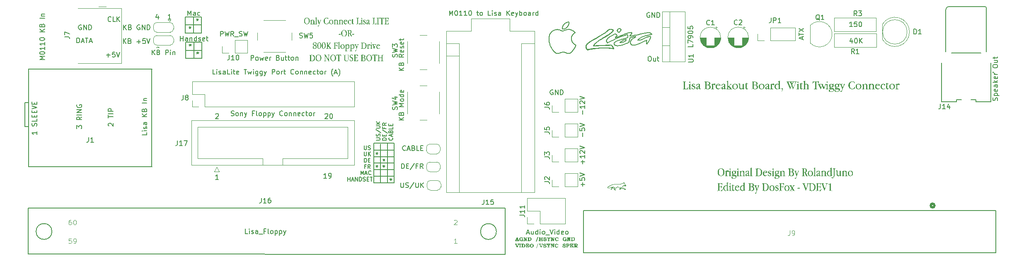
<source format=gbr>
%TF.GenerationSoftware,KiCad,Pcbnew,7.0.5*%
%TF.CreationDate,2024-11-29T08:48:29+00:00*%
%TF.ProjectId,Lisa_Floppy_Power,4c697361-5f46-46c6-9f70-70795f506f77,rev?*%
%TF.SameCoordinates,Original*%
%TF.FileFunction,Legend,Top*%
%TF.FilePolarity,Positive*%
%FSLAX46Y46*%
G04 Gerber Fmt 4.6, Leading zero omitted, Abs format (unit mm)*
G04 Created by KiCad (PCBNEW 7.0.5) date 2024-11-29 08:48:29*
%MOMM*%
%LPD*%
G01*
G04 APERTURE LIST*
%ADD10C,0.150000*%
%ADD11C,0.200000*%
%ADD12C,0.100000*%
%ADD13C,0.120000*%
%ADD14C,0.127000*%
%ADD15C,0.152400*%
%ADD16C,0.508000*%
G04 APERTURE END LIST*
D10*
X176268095Y-38562438D02*
X176172857Y-38514819D01*
X176172857Y-38514819D02*
X176030000Y-38514819D01*
X176030000Y-38514819D02*
X175887143Y-38562438D01*
X175887143Y-38562438D02*
X175791905Y-38657676D01*
X175791905Y-38657676D02*
X175744286Y-38752914D01*
X175744286Y-38752914D02*
X175696667Y-38943390D01*
X175696667Y-38943390D02*
X175696667Y-39086247D01*
X175696667Y-39086247D02*
X175744286Y-39276723D01*
X175744286Y-39276723D02*
X175791905Y-39371961D01*
X175791905Y-39371961D02*
X175887143Y-39467200D01*
X175887143Y-39467200D02*
X176030000Y-39514819D01*
X176030000Y-39514819D02*
X176125238Y-39514819D01*
X176125238Y-39514819D02*
X176268095Y-39467200D01*
X176268095Y-39467200D02*
X176315714Y-39419580D01*
X176315714Y-39419580D02*
X176315714Y-39086247D01*
X176315714Y-39086247D02*
X176125238Y-39086247D01*
X176744286Y-39514819D02*
X176744286Y-38514819D01*
X176744286Y-38514819D02*
X177315714Y-39514819D01*
X177315714Y-39514819D02*
X177315714Y-38514819D01*
X177791905Y-39514819D02*
X177791905Y-38514819D01*
X177791905Y-38514819D02*
X178030000Y-38514819D01*
X178030000Y-38514819D02*
X178172857Y-38562438D01*
X178172857Y-38562438D02*
X178268095Y-38657676D01*
X178268095Y-38657676D02*
X178315714Y-38752914D01*
X178315714Y-38752914D02*
X178363333Y-38943390D01*
X178363333Y-38943390D02*
X178363333Y-39086247D01*
X178363333Y-39086247D02*
X178315714Y-39276723D01*
X178315714Y-39276723D02*
X178268095Y-39371961D01*
X178268095Y-39371961D02*
X178172857Y-39467200D01*
X178172857Y-39467200D02*
X178030000Y-39514819D01*
X178030000Y-39514819D02*
X177791905Y-39514819D01*
X176196666Y-47464819D02*
X176387142Y-47464819D01*
X176387142Y-47464819D02*
X176482380Y-47512438D01*
X176482380Y-47512438D02*
X176577618Y-47607676D01*
X176577618Y-47607676D02*
X176625237Y-47798152D01*
X176625237Y-47798152D02*
X176625237Y-48131485D01*
X176625237Y-48131485D02*
X176577618Y-48321961D01*
X176577618Y-48321961D02*
X176482380Y-48417200D01*
X176482380Y-48417200D02*
X176387142Y-48464819D01*
X176387142Y-48464819D02*
X176196666Y-48464819D01*
X176196666Y-48464819D02*
X176101428Y-48417200D01*
X176101428Y-48417200D02*
X176006190Y-48321961D01*
X176006190Y-48321961D02*
X175958571Y-48131485D01*
X175958571Y-48131485D02*
X175958571Y-47798152D01*
X175958571Y-47798152D02*
X176006190Y-47607676D01*
X176006190Y-47607676D02*
X176101428Y-47512438D01*
X176101428Y-47512438D02*
X176196666Y-47464819D01*
X177482380Y-47798152D02*
X177482380Y-48464819D01*
X177053809Y-47798152D02*
X177053809Y-48321961D01*
X177053809Y-48321961D02*
X177101428Y-48417200D01*
X177101428Y-48417200D02*
X177196666Y-48464819D01*
X177196666Y-48464819D02*
X177339523Y-48464819D01*
X177339523Y-48464819D02*
X177434761Y-48417200D01*
X177434761Y-48417200D02*
X177482380Y-48369580D01*
X177815714Y-47798152D02*
X178196666Y-47798152D01*
X177958571Y-47464819D02*
X177958571Y-48321961D01*
X177958571Y-48321961D02*
X178006190Y-48417200D01*
X178006190Y-48417200D02*
X178101428Y-48464819D01*
X178101428Y-48464819D02*
X178196666Y-48464819D01*
D11*
X159198409Y-41679120D02*
X159256231Y-41636918D01*
X168800555Y-42213035D02*
X168791003Y-42230088D01*
X163364683Y-45213067D02*
X163375796Y-45194061D01*
X169269732Y-42828626D02*
X169275694Y-42826910D01*
X169686780Y-42212868D02*
X169682048Y-42201581D01*
X158155312Y-42183164D02*
X158284898Y-42229199D01*
X164267364Y-44428189D02*
X164400573Y-44348998D01*
X170214778Y-45259312D02*
X170126758Y-45272247D01*
X169058304Y-44949404D02*
X169054065Y-44927409D01*
X168782680Y-42037625D02*
X168802516Y-42056645D01*
X170238621Y-44663584D02*
X170240561Y-44664420D01*
D10*
X81450000Y-39400000D02*
X84750000Y-39400000D01*
X84750000Y-42700000D01*
X81450000Y-42700000D01*
X81450000Y-39400000D01*
D11*
X171491017Y-43970689D02*
X171485626Y-43967338D01*
X170122145Y-42492992D02*
X170112514Y-42508423D01*
X166389736Y-43981034D02*
X166298259Y-44035340D01*
X172261408Y-43330345D02*
X172271508Y-43331560D01*
X170242823Y-44665186D02*
X170245398Y-44665884D01*
X158598924Y-41903756D02*
X158669768Y-41895749D01*
X160532416Y-42174103D02*
X160577053Y-42198945D01*
X173297473Y-43430815D02*
X173254331Y-43433596D01*
X170240561Y-44664420D02*
X170242823Y-44665186D01*
X168929187Y-45924809D02*
X168926100Y-45925186D01*
X172542782Y-43617367D02*
X172481485Y-43634804D01*
X155745658Y-43510477D02*
X155765421Y-43403887D01*
X158420524Y-46630448D02*
X158341511Y-46642782D01*
X160748859Y-46081650D02*
X160642391Y-46228600D01*
X158460205Y-41625012D02*
X158451885Y-41694532D01*
X176634094Y-42815634D02*
X176646170Y-42825874D01*
X167521380Y-44457147D02*
X167506951Y-44419280D01*
X166381699Y-43952035D02*
X166190550Y-44068985D01*
X170449124Y-41986639D02*
X170448332Y-41996574D01*
X172220101Y-43275404D02*
X172219446Y-43284182D01*
X174448147Y-44105533D02*
X174498552Y-44093029D01*
X163340432Y-45268404D02*
X163347118Y-45249875D01*
X163363988Y-45750555D02*
X163352972Y-45713239D01*
X169832365Y-41901055D02*
X169854270Y-41883449D01*
X170584314Y-45178409D02*
X170473263Y-45207184D01*
X171510598Y-44042696D02*
X171511381Y-44032321D01*
X170781123Y-44571453D02*
X170874536Y-44540824D01*
X168807149Y-42198090D02*
X168800555Y-42213035D01*
X168437125Y-42667581D02*
X168382999Y-42714844D01*
X155736182Y-44282260D02*
X155717531Y-44059259D01*
X169901542Y-42491267D02*
X169889121Y-42480895D01*
X168554409Y-41934504D02*
X168589324Y-41942485D01*
X168124664Y-43489622D02*
X168211528Y-43435429D01*
X159594663Y-46872322D02*
X159557783Y-46868083D01*
X172093902Y-44376264D02*
X172072662Y-44427877D01*
X169339331Y-43610140D02*
X169358369Y-43607444D01*
X176533804Y-42743529D02*
X176549123Y-42753323D01*
X158448390Y-41799367D02*
X158449779Y-41834342D01*
X160187149Y-42037728D02*
X160269905Y-42062485D01*
X158403699Y-42261862D02*
X158458612Y-42271030D01*
X169434159Y-42955185D02*
X169451565Y-42972710D01*
X167596326Y-43277528D02*
X167469526Y-43355078D01*
X176368426Y-42665131D02*
X176390780Y-42671884D01*
X175714911Y-44944614D02*
X175705597Y-44940479D01*
X168084731Y-42952282D02*
X168001893Y-43011900D01*
X168883178Y-45878264D02*
X168853659Y-45875109D01*
X172583593Y-44073199D02*
X172624689Y-44031424D01*
X160753969Y-42318905D02*
X160797222Y-42354421D01*
X155717531Y-44059259D02*
X155715306Y-43837416D01*
X172516503Y-45027649D02*
X172502127Y-45010828D01*
X172662098Y-42678711D02*
X172661925Y-42684840D01*
X168943215Y-45911496D02*
X168942425Y-45914261D01*
X168857791Y-42133660D02*
X168861018Y-42139706D01*
X168868836Y-42194737D02*
X168866908Y-42200617D01*
X170112514Y-42508423D02*
X170106982Y-42517073D01*
X176657386Y-42835863D02*
X176667640Y-42845522D01*
X159965834Y-41992353D02*
X160034205Y-42003266D01*
X158472951Y-41556063D02*
X158460205Y-41625012D01*
X158855299Y-46644151D02*
X158816888Y-46637102D01*
X163464111Y-45950529D02*
X163443420Y-45920171D01*
X160321295Y-44027261D02*
X160334025Y-44109710D01*
X165062959Y-43929577D02*
X165312623Y-43785462D01*
X156770313Y-46501591D02*
X156708896Y-46432830D01*
X174119155Y-43886932D02*
X174040698Y-43957629D01*
X156649139Y-46361512D02*
X156590968Y-46288379D01*
X160797222Y-42354421D02*
X160839858Y-42392297D01*
X167479140Y-44195414D02*
X167483192Y-44179896D01*
X174202945Y-43819458D02*
X174119155Y-43886932D01*
X172221797Y-43265948D02*
X172220101Y-43275404D01*
X168355144Y-41916626D02*
X168398152Y-41917214D01*
X175631038Y-44734159D02*
X175630531Y-44711702D01*
X176299567Y-43400895D02*
X176345135Y-43399613D01*
X161128312Y-45397463D02*
X161101950Y-45458695D01*
X163520328Y-46077286D02*
X163498600Y-46055619D01*
X168760815Y-42019932D02*
X168782680Y-42037625D01*
X158968566Y-40757116D02*
X158914139Y-40803725D01*
X174281904Y-44817434D02*
X173996576Y-44939679D01*
X159138209Y-41718575D02*
X159198409Y-41679120D01*
X172660096Y-45130865D02*
X172639280Y-45120947D01*
X170446889Y-42006900D02*
X170444798Y-42017612D01*
X169290654Y-43611985D02*
X169294550Y-43612579D01*
X169278158Y-43601900D02*
X169278402Y-43603073D01*
X168439623Y-41919311D02*
X168479517Y-41922902D01*
X169328580Y-42857712D02*
X169341178Y-42868280D01*
X168871381Y-42172738D02*
X168871496Y-42178093D01*
X172245662Y-43681810D02*
X172242660Y-43684505D01*
X169729404Y-42008757D02*
X169749119Y-41984635D01*
X176094427Y-43432301D02*
X176149365Y-43420433D01*
X173425792Y-45130935D02*
X173329676Y-45151827D01*
X175474270Y-43260371D02*
X175302123Y-43311020D01*
X172051115Y-44475009D02*
X172029558Y-44516746D01*
X172392246Y-44765351D02*
X172381726Y-44710428D01*
X169434914Y-45284203D02*
X169382551Y-45273497D01*
X170416029Y-44460962D02*
X170394604Y-44480957D01*
X171549847Y-44835344D02*
X171455171Y-44877043D01*
X168853659Y-45875109D02*
X168815281Y-45870394D01*
X172260779Y-43674167D02*
X172256505Y-43675651D01*
X176707790Y-42926620D02*
X176705998Y-42928942D01*
X172488514Y-44993115D02*
X172475653Y-44974501D01*
X164148639Y-46004986D02*
X163902973Y-46057480D01*
X167549656Y-44018479D02*
X167578588Y-43971332D01*
X170039025Y-45282923D02*
X169952306Y-45291317D01*
X160355640Y-42093064D02*
X160443447Y-42130069D01*
X170671258Y-44288278D02*
X170641286Y-44303980D01*
X170054941Y-42551337D02*
X170045833Y-42552581D01*
X168001893Y-43011900D02*
X167913004Y-43073362D01*
X170702487Y-44272762D02*
X170671258Y-44288278D01*
X160666064Y-42254656D02*
X160710212Y-42285676D01*
X167506951Y-44419280D02*
X167494316Y-44382432D01*
X176695279Y-42938284D02*
X176691645Y-42940657D01*
X158012187Y-46746079D02*
X157894135Y-46793686D01*
X167451547Y-42466671D02*
X167521183Y-42406957D01*
X169278402Y-43603073D02*
X169278756Y-43604178D01*
X164885347Y-45219989D02*
X164866169Y-45248093D01*
X169635176Y-43229025D02*
X169636407Y-43241030D01*
X169451565Y-42972710D02*
X169469232Y-42990853D01*
X160588212Y-46300623D02*
X160533094Y-46370930D01*
X157894135Y-46793686D02*
X157834397Y-46816022D01*
X174853343Y-43466617D02*
X174724181Y-43520634D01*
X157450787Y-46885034D02*
X157410039Y-46882602D01*
X168170205Y-41962336D02*
X168214794Y-41956159D01*
X169253157Y-44509215D02*
X169276199Y-44491854D01*
X172227691Y-43720755D02*
X172226742Y-43727448D01*
X159422021Y-46840046D02*
X159359455Y-46820761D01*
X170085178Y-41780856D02*
X170108474Y-41778035D01*
X164773832Y-45346827D02*
X164772189Y-45357390D01*
X164887686Y-45167670D02*
X164848929Y-45218331D01*
X168853667Y-42226917D02*
X168848914Y-42234395D01*
X166932332Y-42814207D02*
X167078551Y-42717572D01*
X167014241Y-42798322D02*
X167150318Y-42707016D01*
X168517793Y-41927971D02*
X168554409Y-41934504D01*
X170443244Y-41943004D02*
X170445739Y-41950910D01*
X173329676Y-45151827D02*
X173237708Y-45167588D01*
X169463367Y-43427552D02*
X169448920Y-43435863D01*
X165941890Y-44267832D02*
X165817141Y-44353972D01*
X171843768Y-42713885D02*
X172043137Y-42657792D01*
X169285979Y-43575795D02*
X169283849Y-43580229D01*
X157034070Y-46736180D02*
X156965269Y-46685089D01*
X172233351Y-43699076D02*
X172231629Y-43703775D01*
X156186551Y-42547299D02*
X156222425Y-42508543D01*
X156925884Y-42068943D02*
X156976194Y-42053902D01*
X169632550Y-43275370D02*
X169628740Y-43286376D01*
X174033236Y-44158705D02*
X174069893Y-44159074D01*
X171844741Y-43474330D02*
X171846212Y-43464243D01*
X169566538Y-43360864D02*
X169552551Y-43371562D01*
X170809749Y-45112982D02*
X170696742Y-45146900D01*
X159502383Y-41393363D02*
X159543707Y-41338467D01*
X170232948Y-42348736D02*
X170211096Y-42375135D01*
X173526856Y-45104630D02*
X173425792Y-45130935D01*
X171511381Y-44032321D02*
X171511566Y-44022656D01*
X169919520Y-44206703D02*
X170048180Y-44165263D01*
X174641925Y-44049767D02*
X174685436Y-44033707D01*
X176474153Y-43592895D02*
X176461488Y-43635174D01*
X171485447Y-44135383D02*
X171494792Y-44113306D01*
X164149357Y-44500069D02*
X164267364Y-44428189D01*
X169692158Y-42062578D02*
X169698220Y-42052393D01*
X175372524Y-44294459D02*
X175254000Y-44350838D01*
X170190343Y-44121408D02*
X170346843Y-44074800D01*
X171847322Y-43121672D02*
X171845290Y-43103364D01*
X158510463Y-41420819D02*
X158489809Y-41487920D01*
X169281324Y-43607927D02*
X169282268Y-43608699D01*
X175563589Y-44206929D02*
X175476686Y-44246047D01*
X168894284Y-45728736D02*
X168906959Y-45758613D01*
X168214794Y-41956159D02*
X168261619Y-41952769D01*
X164793225Y-45302491D02*
X164777955Y-45334077D01*
X163403410Y-45933444D02*
X163371867Y-45879283D01*
X169124804Y-45095135D02*
X169111422Y-45075485D01*
X158489809Y-41487920D02*
X158472951Y-41556063D01*
X159059834Y-42106736D02*
X159145419Y-42077006D01*
X163406814Y-45855815D02*
X163390919Y-45821867D01*
X165312623Y-43785462D02*
X165557070Y-43642571D01*
X171479593Y-43964680D02*
X171472913Y-43962714D01*
X176484028Y-43556043D02*
X176474153Y-43592895D01*
X160423520Y-44403651D02*
X160453930Y-44468476D01*
X171828240Y-43530063D02*
X171831345Y-43523390D01*
X170394604Y-44480957D02*
X170362354Y-44512371D01*
X169366952Y-43491166D02*
X169354904Y-43500626D01*
D10*
X81500000Y-44600000D02*
X84800000Y-44600000D01*
X84800000Y-47900000D01*
X81500000Y-47900000D01*
X81500000Y-44600000D01*
D11*
X158995856Y-46680984D02*
X158927947Y-46661038D01*
X174110078Y-44157679D02*
X174153291Y-44154604D01*
X169057154Y-44793275D02*
X169062508Y-44770941D01*
X165143445Y-44926001D02*
X165053496Y-45021253D01*
X171325150Y-43999361D02*
X171292011Y-44015122D01*
X170954305Y-43901599D02*
X171159715Y-43841387D01*
X159739627Y-40968644D02*
X159761891Y-40901758D01*
X169628740Y-43286376D02*
X169623666Y-43297221D01*
X169769189Y-41961775D02*
X169789780Y-41940223D01*
X159795856Y-40764927D02*
X159807189Y-40695302D01*
X172301351Y-43669523D02*
X172287718Y-43670042D01*
X157182502Y-42009952D02*
X157235173Y-42003131D01*
X172512207Y-44160272D02*
X172546094Y-44116161D01*
X165220079Y-44803826D02*
X165156984Y-44866812D01*
X158510296Y-42274277D02*
X158535981Y-42273281D01*
X155996822Y-42804062D02*
X156025235Y-42758497D01*
X169318781Y-43925567D02*
X168876864Y-44135372D01*
X167475726Y-44210319D02*
X167479140Y-44195414D01*
X169494122Y-45292440D02*
X169434914Y-45284203D01*
X172228813Y-43714592D02*
X172227691Y-43720755D01*
X171048322Y-44471831D02*
X171127548Y-44434048D01*
X169380483Y-43603919D02*
X169405838Y-43599598D01*
X169537283Y-43382380D02*
X169502896Y-43404515D01*
X167735016Y-43785426D02*
X167785794Y-43738484D01*
X156590968Y-46288379D02*
X156534309Y-46214177D01*
X169317092Y-42848512D02*
X169328580Y-42857712D01*
X176490627Y-43526062D02*
X176484028Y-43556043D01*
X166067930Y-44183104D02*
X165941890Y-44267832D01*
X170177339Y-41777799D02*
X170199804Y-41780477D01*
X158646428Y-46620497D02*
X158598987Y-46619736D01*
X176667640Y-42845522D02*
X176676835Y-42854771D01*
X174595941Y-44065062D02*
X174641925Y-44049767D01*
X160559309Y-44643133D02*
X160598079Y-44694949D01*
X166572826Y-43035401D02*
X166765257Y-42919049D01*
X176687602Y-42943054D02*
X176683137Y-42945482D01*
X170715656Y-43141800D02*
X171055991Y-43001616D01*
X172651403Y-42614472D02*
X172653546Y-42617902D01*
X158534599Y-41354996D02*
X158510463Y-41420819D01*
X169636381Y-43252732D02*
X169635096Y-43264167D01*
X170243734Y-41789992D02*
X170265108Y-41796838D01*
X159417368Y-42002366D02*
X159512065Y-41985983D01*
X160316212Y-43702619D02*
X160310971Y-43775659D01*
X172600152Y-45098588D02*
X172581821Y-45086133D01*
X169749126Y-41984635D02*
X169769189Y-41961775D01*
X168845779Y-42113758D02*
X168854167Y-42127348D01*
X159256231Y-41636918D02*
X159311441Y-41592232D01*
D10*
X119900000Y-66700000D02*
X124100000Y-66700000D01*
D11*
X170922534Y-45076978D02*
X170809749Y-45112982D01*
X172227351Y-43312238D02*
X172231992Y-43317415D01*
X175695417Y-44172907D02*
X175694641Y-44166317D01*
X171808261Y-43559591D02*
X171812890Y-43554052D01*
X161071856Y-45525005D02*
X161037936Y-45595801D01*
X171159715Y-43841387D02*
X171327250Y-43789630D01*
X169280025Y-42826325D02*
X169281985Y-42826564D01*
X157130234Y-42018463D02*
X157182502Y-42009952D01*
X165613492Y-43647734D02*
X166277378Y-43253750D01*
X175913440Y-43484490D02*
X175976576Y-43464292D01*
X175630220Y-43594174D02*
X175778187Y-43533479D01*
X175629168Y-42665698D02*
X175713394Y-42657246D01*
X160034205Y-42003266D02*
X160108279Y-42018189D01*
X158527798Y-41906647D02*
X158598924Y-41903756D01*
X169323204Y-43611974D02*
X169330914Y-43611167D01*
D10*
X81450000Y-41050000D02*
X84750000Y-41050000D01*
D11*
X168938467Y-45920585D02*
X168936592Y-45922070D01*
X172581821Y-45086133D02*
X172564301Y-45072818D01*
X164910131Y-45187189D02*
X164885347Y-45219989D01*
X169262246Y-42831415D02*
X169269732Y-42828626D01*
X169617324Y-43307939D02*
X169609713Y-43318566D01*
X164779631Y-45372438D02*
X164785852Y-45373081D01*
X175800255Y-42650979D02*
X175890217Y-42646841D01*
X168364412Y-41953293D02*
X168421596Y-41956681D01*
X172413048Y-44347449D02*
X172432352Y-44299122D01*
X163388222Y-45099436D02*
X163424829Y-45050055D01*
X160862139Y-45912014D02*
X160807692Y-45996365D01*
X163953128Y-44626057D02*
X164045097Y-44565679D01*
X160762812Y-44871811D02*
X160846470Y-44942851D01*
X171831345Y-43523390D02*
X171834182Y-43516360D01*
X168810940Y-42175019D02*
X168810655Y-42185378D01*
X170071997Y-42546154D02*
X170063669Y-42549197D01*
X171797969Y-43570425D02*
X171803291Y-43565034D01*
X175778187Y-43533479D02*
X175847347Y-43507540D01*
X156025235Y-42758497D02*
X156054977Y-42714010D01*
X169944938Y-41826299D02*
X169968143Y-41815351D01*
X159810566Y-40412461D02*
X159746030Y-40417097D01*
X170312044Y-42254097D02*
X170284627Y-42288054D01*
X160638136Y-44743664D02*
X160679159Y-44789339D01*
X164883655Y-45370787D02*
X164934994Y-45367906D01*
X175695758Y-44181181D02*
X175695417Y-44172907D01*
X170305008Y-44570921D02*
X170281229Y-44596602D01*
X170696742Y-45146900D02*
X170584314Y-45178409D01*
X172452155Y-44934545D02*
X172441497Y-44913190D01*
X169420344Y-43453547D02*
X169406393Y-43462777D01*
X171448947Y-43960950D02*
X171439635Y-43961734D01*
X167078551Y-42717572D02*
X167208415Y-42625844D01*
X169405838Y-43599598D02*
X169434597Y-43594513D01*
X166765257Y-42919049D02*
X166932332Y-42814207D01*
X163510526Y-44949435D02*
X163559229Y-44898541D01*
X172655648Y-42717146D02*
X172653253Y-42724017D01*
X171834182Y-43516360D02*
X171836760Y-43508930D01*
X168934426Y-45923262D02*
X168931960Y-45924172D01*
X167689206Y-43831955D02*
X167735016Y-43785426D01*
X175692990Y-44228943D02*
X175695178Y-44202349D01*
X165057175Y-45359423D02*
X165125149Y-45353974D01*
X175650409Y-44862410D02*
X175645965Y-44847332D01*
X169379609Y-43481658D02*
X169366952Y-43491166D01*
X169231432Y-45201129D02*
X169210571Y-45185085D01*
X169698220Y-42052393D02*
X169712430Y-42031235D01*
X174389071Y-43693060D02*
X174292705Y-43754928D01*
X170251454Y-44667072D02*
X170258653Y-44667981D01*
X175634259Y-44612346D02*
X175636643Y-44585226D01*
X159672819Y-46876788D02*
X159632967Y-46875257D01*
X158506046Y-46622531D02*
X158420524Y-46630448D01*
X172653546Y-42617902D02*
X172655389Y-42621637D01*
X172245642Y-43209021D02*
X172233056Y-43233664D01*
X172577931Y-42591353D02*
X172594516Y-42592481D01*
X168602790Y-41991289D02*
X168633838Y-42002607D01*
X155820403Y-43195545D02*
X155855953Y-43094210D01*
X172287718Y-43670042D02*
X172281541Y-43670501D01*
X156876148Y-42085559D02*
X156925884Y-42068943D01*
X176646170Y-42825874D02*
X176657386Y-42835863D01*
X168798047Y-42133675D02*
X168802465Y-42143767D01*
X167472989Y-44224487D02*
X167475726Y-44210319D01*
X169253508Y-45216428D02*
X169231432Y-45201129D01*
X172282719Y-43331940D02*
X172361742Y-43325536D01*
X172704280Y-45148209D02*
X172681760Y-45139950D01*
X170397128Y-42130600D02*
X170379579Y-42159546D01*
X159121434Y-46726903D02*
X159060020Y-46703202D01*
X163324919Y-45351849D02*
X163327348Y-45328861D01*
X172134264Y-44263260D02*
X172114535Y-44321087D01*
X157252961Y-46848815D02*
X157215124Y-46834818D01*
X168808927Y-42164448D02*
X168810940Y-42175019D01*
X160337462Y-43563950D02*
X160325127Y-43632053D01*
X164993312Y-45364092D02*
X165057175Y-45359423D01*
X156259422Y-42471001D02*
X156336649Y-42399650D01*
X172252413Y-43328308D02*
X172261408Y-43330345D01*
X169938057Y-42517709D02*
X169926030Y-42509683D01*
X174466244Y-42912842D02*
X174936458Y-42808796D01*
X176503071Y-42725159D02*
X176518420Y-42734115D01*
X168632595Y-43196351D02*
X168750800Y-43131265D01*
X164400573Y-44348998D02*
X164550438Y-44261459D01*
X176683137Y-42945482D02*
X176678236Y-42947944D01*
X168569838Y-41981340D02*
X168602790Y-41991289D01*
X168343051Y-42689777D02*
X168262964Y-42758000D01*
X157772969Y-46836441D02*
X157708941Y-46854240D01*
X172481485Y-43634804D02*
X172426474Y-43649209D01*
X168937033Y-45855851D02*
X168939947Y-45869728D01*
X176392595Y-43829713D02*
X176373234Y-43877488D01*
X169708683Y-43526857D02*
X169773303Y-43506673D01*
X168589324Y-41942485D02*
X168622499Y-41951899D01*
X163625004Y-46122376D02*
X163535625Y-46033982D01*
X172648940Y-42611335D02*
X172651403Y-42614472D01*
X171650849Y-43668076D02*
X171715130Y-43633122D01*
X169287162Y-42828445D02*
X169290353Y-42830062D01*
X168601445Y-42514330D02*
X168547921Y-42565789D01*
X172685797Y-43977259D02*
X172705109Y-43962127D01*
X167971511Y-41980205D02*
X167989645Y-41971339D01*
X170362354Y-44512371D02*
X170332269Y-44542601D01*
X172226742Y-43727448D02*
X172225952Y-43734695D01*
X168931960Y-45924172D02*
X168929187Y-45924809D01*
X167589134Y-42347352D02*
X167653339Y-42289566D01*
X172237712Y-43321829D02*
X172244516Y-43325465D01*
X174936458Y-42808796D02*
X175309307Y-42722489D01*
X175645965Y-44847332D02*
X175642076Y-44831139D01*
X169417123Y-42938373D02*
X169434159Y-42955185D01*
X173426888Y-43144485D02*
X173572597Y-43112641D01*
X164773133Y-45365646D02*
X164776768Y-45371476D01*
X169736833Y-43736438D02*
X169318781Y-43925567D01*
X159060020Y-46703202D02*
X158995856Y-46680984D01*
X172223705Y-43815186D02*
X172221959Y-43861235D01*
X176033891Y-44517027D02*
X175934831Y-44682525D01*
X171503381Y-43984919D02*
X171499890Y-43979478D01*
X168515211Y-45862999D02*
X168326488Y-45838898D01*
X168237740Y-42835098D02*
X168162890Y-42893639D01*
X170135276Y-42473836D02*
X170122145Y-42492992D01*
X172867961Y-43848420D02*
X172934323Y-43805609D01*
X169282268Y-43608699D02*
X169283336Y-43609406D01*
X168944047Y-45904914D02*
X168943753Y-45908383D01*
X170377407Y-44661362D02*
X170377407Y-44661393D01*
X173063020Y-45184839D02*
X172978702Y-45186890D01*
X160710212Y-42285676D02*
X160753969Y-42318905D01*
X169309825Y-43612915D02*
X169316181Y-43612558D01*
X157141104Y-46800815D02*
X157104903Y-46780994D01*
X165284296Y-44742134D02*
X165220079Y-44803826D01*
X170507719Y-44386824D02*
X170483752Y-44404571D01*
X168736962Y-42003581D02*
X168760815Y-42019932D01*
X168002047Y-42020178D02*
X168043774Y-42000220D01*
X172270399Y-43671924D02*
X172265406Y-43672932D01*
X169669088Y-42139921D02*
X169669473Y-42130279D01*
X156336649Y-42399650D02*
X156417959Y-42333427D01*
X173369096Y-43539713D02*
X173406539Y-43512419D01*
X170038341Y-41790589D02*
X170061785Y-41785042D01*
X167175840Y-43529646D02*
X166819566Y-43735976D01*
X172444547Y-42591993D02*
X172512554Y-42590256D01*
X157369891Y-46877672D02*
X157330336Y-46870335D01*
X172531651Y-45043583D02*
X172516503Y-45027649D01*
X169554159Y-43084614D02*
X169580308Y-43117884D01*
X175292568Y-43751877D02*
X175468644Y-43666874D01*
X175114212Y-43838960D02*
X175292568Y-43751877D01*
X167654323Y-42241944D02*
X167706801Y-42190642D01*
X160453930Y-44468476D02*
X160486913Y-44529957D01*
X155948626Y-45152404D02*
X155877482Y-44941490D01*
X160396002Y-44335423D02*
X160423520Y-44403651D01*
X168917771Y-45787233D02*
X168926634Y-45814451D01*
X172642966Y-42605889D02*
X172646135Y-42608479D01*
X158669768Y-41895749D02*
X158740097Y-41882889D01*
X172546094Y-44116161D02*
X172583593Y-44073199D01*
X166928718Y-45752611D02*
X166280936Y-45771744D01*
X163281957Y-45322274D02*
X163288738Y-45295421D01*
X172626219Y-42597946D02*
X172631059Y-42599595D01*
X169358369Y-43607444D02*
X169380483Y-43603919D01*
X172225952Y-43734695D02*
X172224793Y-43750934D01*
X160998904Y-42644532D02*
X160959844Y-42670282D01*
X168848914Y-42234395D02*
X168843560Y-42242319D01*
X172916428Y-45185379D02*
X172857929Y-45180810D01*
X172297891Y-42606388D02*
X172373174Y-42597315D01*
X176591705Y-42978710D02*
X176568730Y-42985327D01*
X176345135Y-43399613D02*
X176513943Y-43399613D01*
X171862408Y-44673655D02*
X171795788Y-44712662D01*
X171842914Y-43087195D02*
X171840187Y-43073114D01*
X168736386Y-42060111D02*
X168755960Y-42077179D01*
X170265108Y-41796838D02*
X170286031Y-41805081D01*
X160881763Y-42432610D02*
X160922824Y-42475435D01*
X163330664Y-45307534D02*
X163334986Y-45287503D01*
X171501591Y-44091324D02*
X171504715Y-44078095D01*
X166119268Y-45808207D02*
X165511178Y-45853255D01*
X166603394Y-43820326D02*
X166381699Y-43952035D01*
X169635096Y-43264167D02*
X169632550Y-43275370D01*
X163327348Y-45328861D02*
X163330664Y-45307534D01*
X166861858Y-43669800D02*
X166603394Y-43820326D01*
X176701049Y-42885497D02*
X176704594Y-42891388D01*
X169889121Y-42480895D02*
X169876605Y-42469759D01*
X170359537Y-42189804D02*
X170337019Y-42221334D01*
X169674935Y-42101630D02*
X169678182Y-42092039D01*
X170221951Y-41784540D02*
X170243734Y-41789992D01*
X159413095Y-41496464D02*
X159459072Y-41445908D01*
X172990241Y-43479594D02*
X172930761Y-43494836D01*
X155765421Y-43403887D02*
X155790280Y-43298840D01*
X168656673Y-45358951D02*
X168684124Y-45393005D01*
X176390780Y-42671884D02*
X176412427Y-42679826D01*
X172659274Y-42703847D02*
X172657652Y-42710426D01*
D10*
X83100000Y-39400000D02*
X83100000Y-42700000D01*
D11*
X165053496Y-45021253D02*
X164974149Y-45109946D01*
X168097670Y-45815060D02*
X167850183Y-45797205D01*
X174492682Y-43633575D02*
X174389071Y-43693060D01*
X156534309Y-46214177D02*
X156425228Y-46065537D01*
X164922302Y-45916979D02*
X164373503Y-45998173D01*
X168681752Y-45885739D02*
X168515211Y-45862999D01*
X167521183Y-42406957D02*
X167589134Y-42347352D01*
X171511150Y-44013699D02*
X171510128Y-44005449D01*
X160313066Y-43941105D02*
X160321295Y-44027261D01*
X171424052Y-44223912D02*
X171459410Y-44179676D01*
X173996576Y-44939679D02*
X173867728Y-44990438D01*
X157637313Y-42015991D02*
X157716031Y-42033574D01*
X171485626Y-43967338D02*
X171479593Y-43964680D01*
X171846212Y-43464243D02*
X171847497Y-43453495D01*
X168845947Y-45633027D02*
X168863691Y-45665797D01*
X168064233Y-41943900D02*
X168083829Y-41938845D01*
X167547641Y-45756725D02*
X166928718Y-45752611D01*
X169172529Y-45150929D02*
X169155367Y-45132898D01*
X173452427Y-43463578D02*
X173447599Y-43457450D01*
X166280936Y-45771744D02*
X165629383Y-45812962D01*
X168127245Y-41971562D02*
X168170205Y-41962336D01*
X172335492Y-43087985D02*
X172307207Y-43121382D01*
X163268958Y-45406316D02*
X163276409Y-45349749D01*
D10*
X81500000Y-46250000D02*
X84800000Y-46250000D01*
D11*
X167518563Y-44080915D02*
X167525917Y-44064603D01*
X160626206Y-42974791D02*
X160593020Y-43016403D01*
X160334025Y-44109710D02*
X160350934Y-44188513D01*
X170399563Y-41884118D02*
X170416069Y-41902259D01*
X169854270Y-41883449D02*
X169876525Y-41867166D01*
X168857830Y-42219842D02*
X168853667Y-42226917D01*
X158562999Y-42270383D02*
X158620882Y-42259428D01*
X159761891Y-40901758D02*
X159780695Y-40833799D01*
X171792283Y-43575807D02*
X171797969Y-43570425D01*
X160528776Y-43106720D02*
X160498228Y-43155445D01*
X171465582Y-43961438D02*
X171457595Y-43960851D01*
X168899330Y-45832316D02*
X168908182Y-45855317D01*
X170364302Y-41852111D02*
X170382292Y-41867404D01*
X164373503Y-45998173D02*
X164120653Y-46044943D01*
X176698518Y-42935931D02*
X176695279Y-42938284D01*
X168918948Y-45925196D02*
X168910442Y-45924290D01*
X167483192Y-44179896D02*
X167487839Y-44163891D01*
X173449475Y-43473463D02*
X173452627Y-43467628D01*
X173254331Y-43433596D02*
X173207390Y-43438588D01*
X175630531Y-44711702D02*
X175630596Y-44688272D01*
X166956814Y-45223910D02*
X167689739Y-45199799D01*
X171494792Y-44113306D02*
X171501591Y-44091324D01*
X169682136Y-42082361D02*
X169686796Y-42072554D01*
X175630334Y-44178434D02*
X175563589Y-44206929D01*
X164934994Y-45367906D02*
X164993312Y-45364092D01*
X171821175Y-43542510D02*
X171824854Y-43536422D01*
X169283336Y-43609406D02*
X169284533Y-43610049D01*
X170473270Y-45207184D02*
X170388763Y-45226757D01*
D12*
X171042240Y-73282058D02*
X171048075Y-73284037D01*
X171053933Y-73287227D01*
X171059785Y-73291741D01*
X171065600Y-73297694D01*
X171071349Y-73305197D01*
X171077001Y-73314364D01*
X171082527Y-73325309D01*
X171087896Y-73338144D01*
X171093079Y-73352984D01*
X171098046Y-73369940D01*
X171102766Y-73389128D01*
X171107210Y-73410659D01*
X171111348Y-73434647D01*
X171115149Y-73461205D01*
X171133459Y-73482675D01*
X171152477Y-73506689D01*
X171174632Y-73537045D01*
X171186080Y-73554014D01*
X171197345Y-73571863D01*
X171208104Y-73590356D01*
X171218036Y-73609259D01*
X171226818Y-73628335D01*
X171234127Y-73647350D01*
X171239642Y-73666069D01*
X171241625Y-73675244D01*
X171243039Y-73684256D01*
X171244479Y-73693160D01*
X171246541Y-73702016D01*
X171249184Y-73710813D01*
X171252369Y-73719537D01*
X171256054Y-73728176D01*
X171260200Y-73736717D01*
X171264767Y-73745148D01*
X171269714Y-73753456D01*
X171275000Y-73761628D01*
X171280586Y-73769653D01*
X171292496Y-73785210D01*
X171305120Y-73800025D01*
X171318137Y-73813998D01*
X171331224Y-73827029D01*
X171344058Y-73839018D01*
X171356318Y-73849865D01*
X171367681Y-73859469D01*
X171397721Y-73883453D01*
X171399137Y-73885107D01*
X171400033Y-73887233D01*
X171400221Y-73892629D01*
X171398202Y-73899096D01*
X171393896Y-73906090D01*
X171387221Y-73913066D01*
X171378095Y-73919480D01*
X171372587Y-73922306D01*
X171366436Y-73924788D01*
X171359631Y-73926856D01*
X171352162Y-73928443D01*
X171344020Y-73929482D01*
X171335193Y-73929903D01*
X171325672Y-73929640D01*
X171315447Y-73928623D01*
X171304506Y-73926785D01*
X171292841Y-73924057D01*
X171280441Y-73920372D01*
X171267295Y-73915662D01*
X171253393Y-73909858D01*
X171238726Y-73902893D01*
X171223283Y-73894698D01*
X171207054Y-73885205D01*
X171190028Y-73874347D01*
X171172195Y-73862054D01*
X171153546Y-73848260D01*
X171134070Y-73832896D01*
X171150688Y-73852835D01*
X171189699Y-73898708D01*
X171212521Y-73924832D01*
X171234843Y-73949597D01*
X171254632Y-73970387D01*
X171262942Y-73978474D01*
X171269856Y-73984587D01*
X171272560Y-73987099D01*
X171274551Y-73989601D01*
X171275848Y-73992067D01*
X171276471Y-73994468D01*
X171276437Y-73996778D01*
X171275767Y-73998969D01*
X171274480Y-74001015D01*
X171272594Y-74002887D01*
X171270129Y-74004559D01*
X171267104Y-74006004D01*
X171259448Y-74008101D01*
X171249779Y-74008962D01*
X171238251Y-74008367D01*
X171225015Y-74006100D01*
X171210224Y-74001943D01*
X171194030Y-73995676D01*
X171185455Y-73991685D01*
X171176587Y-73987084D01*
X171167444Y-73981847D01*
X171158046Y-73975947D01*
X171148411Y-73969357D01*
X171138560Y-73962048D01*
X171128510Y-73953995D01*
X171118281Y-73945169D01*
X171107892Y-73935544D01*
X171097363Y-73925093D01*
X171086447Y-73915241D01*
X171074929Y-73907363D01*
X171062865Y-73901359D01*
X171050316Y-73897129D01*
X171037340Y-73894575D01*
X171023995Y-73893595D01*
X171010341Y-73894092D01*
X170996436Y-73895964D01*
X170982340Y-73899113D01*
X170968110Y-73903438D01*
X170953807Y-73908841D01*
X170939488Y-73915221D01*
X170925212Y-73922479D01*
X170911039Y-73930514D01*
X170897027Y-73939229D01*
X170883235Y-73948522D01*
X170856547Y-73968446D01*
X170831443Y-73989490D01*
X170808396Y-74010856D01*
X170787876Y-74031748D01*
X170770353Y-74051367D01*
X170756298Y-74068918D01*
X170746182Y-74083602D01*
X170740474Y-74094624D01*
X170732847Y-74115352D01*
X170724072Y-74140541D01*
X170715228Y-74168239D01*
X170711118Y-74182419D01*
X170707395Y-74196494D01*
X170704195Y-74210221D01*
X170701653Y-74223355D01*
X170699902Y-74235652D01*
X170699080Y-74246870D01*
X170699059Y-74251997D01*
X170699320Y-74256762D01*
X170699880Y-74261136D01*
X170700757Y-74265087D01*
X170701967Y-74268584D01*
X170703527Y-74271599D01*
X170705454Y-74274099D01*
X170707764Y-74276054D01*
X170745538Y-74303340D01*
X170774410Y-74324214D01*
X170807013Y-74347074D01*
X170841151Y-74369794D01*
X170858109Y-74380436D01*
X170874627Y-74390246D01*
X170890432Y-74398958D01*
X170905247Y-74406306D01*
X170918800Y-74412023D01*
X170930815Y-74415845D01*
X170936735Y-74417699D01*
X170943316Y-74420435D01*
X170958312Y-74428309D01*
X170975513Y-74438990D01*
X170994626Y-74451997D01*
X171084364Y-74517706D01*
X171133118Y-74552060D01*
X171157444Y-74567934D01*
X171181348Y-74582300D01*
X171204538Y-74594679D01*
X171226721Y-74604592D01*
X171237344Y-74608474D01*
X171247605Y-74611560D01*
X171257470Y-74613789D01*
X171266900Y-74615103D01*
X171275755Y-74616076D01*
X171283927Y-74617316D01*
X171291429Y-74618812D01*
X171298275Y-74620553D01*
X171304479Y-74622527D01*
X171310053Y-74624723D01*
X171315012Y-74627129D01*
X171319369Y-74629733D01*
X171323138Y-74632525D01*
X171326333Y-74635493D01*
X171328966Y-74638626D01*
X171331053Y-74641912D01*
X171332605Y-74645339D01*
X171333638Y-74648896D01*
X171334163Y-74652572D01*
X171334197Y-74656356D01*
X171333750Y-74660235D01*
X171332838Y-74664199D01*
X171331475Y-74668236D01*
X171329672Y-74672334D01*
X171327445Y-74676483D01*
X171324807Y-74680670D01*
X171321771Y-74684885D01*
X171318351Y-74689115D01*
X171314560Y-74693350D01*
X171310413Y-74697578D01*
X171305923Y-74701787D01*
X171301103Y-74705966D01*
X171295967Y-74710104D01*
X171290529Y-74714190D01*
X171284802Y-74718211D01*
X171278800Y-74722156D01*
X171272600Y-74725649D01*
X171266274Y-74728345D01*
X171259836Y-74730283D01*
X171253300Y-74731505D01*
X171246678Y-74732049D01*
X171239985Y-74731955D01*
X171233234Y-74731263D01*
X171226440Y-74730012D01*
X171219614Y-74728243D01*
X171212772Y-74725996D01*
X171205926Y-74723309D01*
X171199091Y-74720223D01*
X171192279Y-74716778D01*
X171185505Y-74713013D01*
X171172124Y-74704683D01*
X171159056Y-74695552D01*
X171146410Y-74685937D01*
X171134296Y-74676157D01*
X171122821Y-74666530D01*
X171102226Y-74649007D01*
X171093323Y-74641747D01*
X171085496Y-74635913D01*
X171077029Y-74630463D01*
X171066292Y-74624229D01*
X171038969Y-74609894D01*
X171005445Y-74593886D01*
X170967635Y-74577180D01*
X170927455Y-74560752D01*
X170886822Y-74545580D01*
X170847652Y-74532639D01*
X170829215Y-74527310D01*
X170811861Y-74522906D01*
X170773213Y-74514144D01*
X170726825Y-74502976D01*
X170701971Y-74496261D01*
X170676673Y-74488671D01*
X170651427Y-74480113D01*
X170626729Y-74470496D01*
X170603077Y-74459729D01*
X170591798Y-74453885D01*
X170580967Y-74447720D01*
X170570646Y-74441221D01*
X170560896Y-74434377D01*
X170551780Y-74427177D01*
X170543360Y-74419609D01*
X170535699Y-74411663D01*
X170528857Y-74403325D01*
X170522898Y-74394586D01*
X170517883Y-74385433D01*
X170513874Y-74375855D01*
X170510934Y-74365841D01*
X170509124Y-74355379D01*
X170508507Y-74344458D01*
X170508089Y-74333751D01*
X170506870Y-74323915D01*
X170504905Y-74314916D01*
X170502245Y-74306719D01*
X170498945Y-74299289D01*
X170495058Y-74292590D01*
X170490638Y-74286589D01*
X170485737Y-74281250D01*
X170480409Y-74276538D01*
X170474707Y-74272419D01*
X170468685Y-74268858D01*
X170462397Y-74265819D01*
X170455895Y-74263269D01*
X170449233Y-74261172D01*
X170442464Y-74259493D01*
X170435642Y-74258197D01*
X170428820Y-74257250D01*
X170422051Y-74256617D01*
X170408887Y-74256152D01*
X170396576Y-74256524D01*
X170385547Y-74257453D01*
X170376225Y-74258662D01*
X170369038Y-74259870D01*
X170362776Y-74261171D01*
X170365054Y-74279202D01*
X170367952Y-74298813D01*
X170372070Y-74322886D01*
X170377442Y-74349468D01*
X170380609Y-74363090D01*
X170384102Y-74376608D01*
X170387926Y-74389778D01*
X170392086Y-74402355D01*
X170396584Y-74414095D01*
X170401427Y-74424756D01*
X170406477Y-74435848D01*
X170411423Y-74448818D01*
X170416019Y-74463314D01*
X170420022Y-74478982D01*
X170423189Y-74495469D01*
X170424382Y-74503910D01*
X170425274Y-74512423D01*
X170425836Y-74520965D01*
X170426035Y-74529491D01*
X170425843Y-74537957D01*
X170425227Y-74546319D01*
X170424159Y-74554533D01*
X170422607Y-74562554D01*
X170420541Y-74570339D01*
X170417930Y-74577844D01*
X170414744Y-74585024D01*
X170410953Y-74591835D01*
X170406525Y-74598234D01*
X170401431Y-74604175D01*
X170395640Y-74609615D01*
X170389121Y-74614510D01*
X170381844Y-74618816D01*
X170373779Y-74622488D01*
X170364895Y-74625483D01*
X170355161Y-74627755D01*
X170344547Y-74629262D01*
X170333023Y-74629959D01*
X170311064Y-74631206D01*
X170292726Y-74633677D01*
X170277377Y-74637134D01*
X170264385Y-74641336D01*
X170253119Y-74646044D01*
X170242946Y-74651017D01*
X170223355Y-74660805D01*
X170212673Y-74665139D01*
X170200557Y-74668780D01*
X170186377Y-74671490D01*
X170169499Y-74673027D01*
X170149293Y-74673153D01*
X170125126Y-74671627D01*
X170096367Y-74668210D01*
X170062385Y-74662663D01*
X170062460Y-74658330D01*
X170062796Y-74653372D01*
X170063545Y-74646958D01*
X170064870Y-74639395D01*
X170066930Y-74630986D01*
X170069888Y-74622037D01*
X170071754Y-74617456D01*
X170073905Y-74612854D01*
X170076360Y-74608269D01*
X170079141Y-74603740D01*
X170082267Y-74599304D01*
X170085758Y-74595000D01*
X170089635Y-74590867D01*
X170093918Y-74586941D01*
X170098627Y-74583261D01*
X170103781Y-74579866D01*
X170109402Y-74576793D01*
X170115509Y-74574080D01*
X170122122Y-74571766D01*
X170129263Y-74569889D01*
X170136949Y-74568487D01*
X170145203Y-74567597D01*
X170154044Y-74567259D01*
X170163492Y-74567510D01*
X170182496Y-74568293D01*
X170200367Y-74568345D01*
X170216949Y-74567559D01*
X170224707Y-74566820D01*
X170232083Y-74565833D01*
X170239059Y-74564584D01*
X170245615Y-74563061D01*
X170251730Y-74561250D01*
X170257386Y-74559138D01*
X170262563Y-74556713D01*
X170267240Y-74553961D01*
X170271400Y-74550869D01*
X170275021Y-74547425D01*
X170278084Y-74543614D01*
X170280571Y-74539425D01*
X170282460Y-74534843D01*
X170283733Y-74529857D01*
X170284370Y-74524452D01*
X170284351Y-74518616D01*
X170283657Y-74512336D01*
X170282268Y-74505598D01*
X170280165Y-74498390D01*
X170277327Y-74490699D01*
X170273736Y-74482510D01*
X170269372Y-74473813D01*
X170264214Y-74464592D01*
X170258244Y-74454836D01*
X170251443Y-74444532D01*
X170243789Y-74433665D01*
X170236030Y-74422738D01*
X170228908Y-74412258D01*
X170222397Y-74402218D01*
X170216471Y-74392612D01*
X170211105Y-74383432D01*
X170206273Y-74374673D01*
X170201950Y-74366327D01*
X170198109Y-74358389D01*
X170194726Y-74350851D01*
X170191775Y-74343708D01*
X170189229Y-74336952D01*
X170187065Y-74330578D01*
X170185255Y-74324578D01*
X170183775Y-74318946D01*
X170182599Y-74313676D01*
X170181701Y-74308761D01*
X170181055Y-74304194D01*
X170180637Y-74299969D01*
X170180420Y-74296080D01*
X170180380Y-74292520D01*
X170180489Y-74289282D01*
X170180723Y-74286359D01*
X170181056Y-74283746D01*
X170181463Y-74281436D01*
X170181918Y-74279422D01*
X170182395Y-74277698D01*
X170183314Y-74275093D01*
X170184295Y-74273071D01*
X170134060Y-74269583D01*
X170079369Y-74264439D01*
X170012166Y-74256333D01*
X169937852Y-74244742D01*
X169899718Y-74237476D01*
X169861831Y-74229144D01*
X169824868Y-74219679D01*
X169789504Y-74209016D01*
X169756414Y-74197091D01*
X169726273Y-74183837D01*
X169712542Y-74177289D01*
X169699765Y-74171563D01*
X169687902Y-74166629D01*
X169676912Y-74162455D01*
X169666757Y-74159011D01*
X169657397Y-74156266D01*
X169648791Y-74154189D01*
X169640901Y-74152747D01*
X169633686Y-74151912D01*
X169627106Y-74151651D01*
X169621122Y-74151933D01*
X169615694Y-74152728D01*
X169610783Y-74154004D01*
X169606348Y-74155730D01*
X169602350Y-74157876D01*
X169598749Y-74160410D01*
X169595505Y-74163302D01*
X169592579Y-74166519D01*
X169589930Y-74170032D01*
X169587519Y-74173809D01*
X169583253Y-74182031D01*
X169579461Y-74190938D01*
X169572031Y-74209810D01*
X169567755Y-74219280D01*
X169565338Y-74223915D01*
X169562682Y-74228441D01*
X169547758Y-74250574D01*
X169537461Y-74264357D01*
X169525270Y-74279504D01*
X169511180Y-74295679D01*
X169495186Y-74312547D01*
X169477284Y-74329772D01*
X169457469Y-74347020D01*
X169435738Y-74363954D01*
X169412086Y-74380239D01*
X169386508Y-74395541D01*
X169359001Y-74409522D01*
X169344522Y-74415913D01*
X169329559Y-74421849D01*
X169314112Y-74427287D01*
X169298180Y-74432185D01*
X169281762Y-74436502D01*
X169264857Y-74440196D01*
X169247466Y-74443224D01*
X169229588Y-74445545D01*
X169212146Y-74447798D01*
X169196038Y-74450626D01*
X169181220Y-74453995D01*
X169167647Y-74457871D01*
X169155277Y-74462220D01*
X169144065Y-74467007D01*
X169133969Y-74472198D01*
X169124944Y-74477759D01*
X169116947Y-74483655D01*
X169109935Y-74489852D01*
X169103864Y-74496316D01*
X169098691Y-74503012D01*
X169094371Y-74509907D01*
X169090861Y-74516965D01*
X169088118Y-74524153D01*
X169086099Y-74531436D01*
X169084759Y-74538780D01*
X169084054Y-74546151D01*
X169083943Y-74553514D01*
X169084380Y-74560835D01*
X169085322Y-74568080D01*
X169086727Y-74575214D01*
X169088549Y-74582204D01*
X169090746Y-74589014D01*
X169093274Y-74595611D01*
X169096090Y-74601960D01*
X169102409Y-74613777D01*
X169109356Y-74624192D01*
X169116581Y-74632929D01*
X169120155Y-74636877D01*
X169123624Y-74640905D01*
X169126987Y-74644999D01*
X169130244Y-74649146D01*
X169136436Y-74657543D01*
X169142196Y-74665991D01*
X169147521Y-74674380D01*
X169152405Y-74682605D01*
X169156844Y-74690556D01*
X169160834Y-74698127D01*
X169164371Y-74705210D01*
X169167450Y-74711698D01*
X169172218Y-74722456D01*
X169176074Y-74732095D01*
X169191920Y-74730358D01*
X169208853Y-74729583D01*
X169218732Y-74729625D01*
X169229235Y-74730108D01*
X169240121Y-74731149D01*
X169251151Y-74732864D01*
X169262084Y-74735370D01*
X169267440Y-74736955D01*
X169272682Y-74738782D01*
X169277781Y-74740864D01*
X169282706Y-74743216D01*
X169287427Y-74745853D01*
X169291914Y-74748789D01*
X169296138Y-74752039D01*
X169300068Y-74755617D01*
X169303675Y-74759538D01*
X169306928Y-74763817D01*
X169276687Y-74767163D01*
X169244999Y-74770091D01*
X169207700Y-74772740D01*
X169168865Y-74774273D01*
X169150146Y-74774360D01*
X169132571Y-74773855D01*
X169116650Y-74772652D01*
X169102892Y-74770648D01*
X169091807Y-74767738D01*
X169087426Y-74765910D01*
X169083904Y-74763817D01*
X169076997Y-74758031D01*
X169068705Y-74749745D01*
X169059247Y-74739176D01*
X169048839Y-74726543D01*
X169037700Y-74712062D01*
X169026047Y-74695951D01*
X169014099Y-74678430D01*
X169002073Y-74659715D01*
X168990187Y-74640024D01*
X168978659Y-74619576D01*
X168967707Y-74598587D01*
X168957548Y-74577277D01*
X168948400Y-74555862D01*
X168940481Y-74534561D01*
X168934010Y-74513592D01*
X168929203Y-74493172D01*
X168923222Y-74461560D01*
X168921925Y-74451089D01*
X168922048Y-74443227D01*
X168922710Y-74440053D01*
X168923809Y-74437265D01*
X168925372Y-74434774D01*
X168927426Y-74432491D01*
X168933116Y-74428197D01*
X168941097Y-74423671D01*
X168964807Y-74411085D01*
X168980971Y-74401605D01*
X169000298Y-74389053D01*
X169023006Y-74372719D01*
X169049313Y-74351892D01*
X169079438Y-74325863D01*
X169096000Y-74310676D01*
X169113597Y-74293922D01*
X169093476Y-74304190D01*
X169068899Y-74314778D01*
X169035156Y-74327004D01*
X169014967Y-74333264D01*
X168992630Y-74339370D01*
X168968194Y-74345138D01*
X168941706Y-74350378D01*
X168913215Y-74354904D01*
X168882767Y-74358529D01*
X168850411Y-74361065D01*
X168816196Y-74362325D01*
X168798787Y-74363185D01*
X168781702Y-74365169D01*
X168764951Y-74368217D01*
X168748542Y-74372267D01*
X168732487Y-74377258D01*
X168716794Y-74383129D01*
X168701475Y-74389819D01*
X168686537Y-74397267D01*
X168671992Y-74405413D01*
X168657848Y-74414194D01*
X168644117Y-74423551D01*
X168630807Y-74433422D01*
X168617928Y-74443746D01*
X168605491Y-74454463D01*
X168581978Y-74476827D01*
X168560348Y-74500029D01*
X168540678Y-74523579D01*
X168523046Y-74546990D01*
X168507532Y-74569773D01*
X168494213Y-74591440D01*
X168483168Y-74611504D01*
X168474474Y-74629477D01*
X168468211Y-74644870D01*
X168465743Y-74651599D01*
X168463356Y-74657856D01*
X168461046Y-74663657D01*
X168458807Y-74669017D01*
X168456633Y-74673952D01*
X168454519Y-74678479D01*
X168452460Y-74682612D01*
X168450449Y-74686369D01*
X168448483Y-74689763D01*
X168446554Y-74692812D01*
X168444659Y-74695531D01*
X168442790Y-74697935D01*
X168440944Y-74700042D01*
X168439114Y-74701865D01*
X168437294Y-74703422D01*
X168435481Y-74704728D01*
X168433667Y-74705799D01*
X168431848Y-74706650D01*
X168430019Y-74707297D01*
X168428173Y-74707757D01*
X168426305Y-74708044D01*
X168424410Y-74708175D01*
X168422483Y-74708166D01*
X168420517Y-74708032D01*
X168418508Y-74707789D01*
X168416451Y-74707453D01*
X168412166Y-74706564D01*
X168402771Y-74704364D01*
X168401087Y-74705677D01*
X168399125Y-74707071D01*
X168396546Y-74708734D01*
X168393443Y-74710503D01*
X168389914Y-74712210D01*
X168386054Y-74713691D01*
X168384029Y-74714295D01*
X168381958Y-74714780D01*
X168379852Y-74715125D01*
X168377723Y-74715311D01*
X168375583Y-74715315D01*
X168373444Y-74715118D01*
X168371319Y-74714699D01*
X168369218Y-74714037D01*
X168367154Y-74713111D01*
X168365139Y-74711901D01*
X168363185Y-74710386D01*
X168361304Y-74708545D01*
X168359508Y-74706358D01*
X168357809Y-74703803D01*
X168356219Y-74700861D01*
X168354749Y-74697510D01*
X168353413Y-74693730D01*
X168352221Y-74689500D01*
X168348480Y-74689030D01*
X168344928Y-74687599D01*
X168341254Y-74684621D01*
X168338208Y-74679535D01*
X168336538Y-74671778D01*
X168336995Y-74660789D01*
X168340326Y-74646005D01*
X168347283Y-74626864D01*
X168358613Y-74602804D01*
X168375066Y-74573263D01*
X168397392Y-74537679D01*
X168426340Y-74495491D01*
X168462659Y-74446135D01*
X168507099Y-74389051D01*
X168560408Y-74323675D01*
X168561162Y-74322380D01*
X168563659Y-74318888D01*
X168565669Y-74316504D01*
X168568246Y-74313793D01*
X168571433Y-74310830D01*
X168575273Y-74307688D01*
X168579810Y-74304442D01*
X168585089Y-74301165D01*
X168591151Y-74297933D01*
X168598042Y-74294818D01*
X168605805Y-74291895D01*
X168614482Y-74289238D01*
X168619178Y-74288032D01*
X168624119Y-74286921D01*
X168629311Y-74285913D01*
X168634758Y-74285019D01*
X168640394Y-74283935D01*
X168646148Y-74282373D01*
X168652018Y-74280360D01*
X168658000Y-74277924D01*
X168670288Y-74271888D01*
X168682985Y-74264484D01*
X168696067Y-74255930D01*
X168709506Y-74246443D01*
X168737351Y-74225543D01*
X168766314Y-74203528D01*
X168781148Y-74192646D01*
X168796183Y-74182140D01*
X168811393Y-74172226D01*
X168826752Y-74163122D01*
X168842233Y-74155047D01*
X168857810Y-74148218D01*
X168857043Y-74147916D01*
X168855021Y-74146917D01*
X168853670Y-74146112D01*
X168852163Y-74145081D01*
X168850550Y-74143806D01*
X168848886Y-74142269D01*
X168847222Y-74140454D01*
X168846406Y-74139436D01*
X168845609Y-74138342D01*
X168844839Y-74137170D01*
X168844102Y-74135917D01*
X168843404Y-74134581D01*
X168842751Y-74133160D01*
X168842151Y-74131652D01*
X168841609Y-74130054D01*
X168841133Y-74128365D01*
X168840729Y-74126583D01*
X168840404Y-74124704D01*
X168840163Y-74122727D01*
X168840014Y-74120651D01*
X168839962Y-74118471D01*
X168697949Y-74173584D01*
X168546363Y-74227314D01*
X168364106Y-74285017D01*
X168266878Y-74312200D01*
X168168465Y-74336586D01*
X168071028Y-74356912D01*
X167976727Y-74371915D01*
X167887723Y-74380331D01*
X167806177Y-74380896D01*
X167768877Y-74377840D01*
X167734251Y-74372348D01*
X167702570Y-74364261D01*
X167674104Y-74353422D01*
X167674470Y-74346179D01*
X167675653Y-74337445D01*
X167678147Y-74325587D01*
X167682436Y-74310820D01*
X167689003Y-74293355D01*
X167698332Y-74273407D01*
X167710906Y-74251190D01*
X167727210Y-74226916D01*
X167747726Y-74200798D01*
X167772938Y-74173052D01*
X167787456Y-74158634D01*
X167803329Y-74143889D01*
X167820618Y-74128843D01*
X167839384Y-74113523D01*
X167859686Y-74097956D01*
X167881585Y-74082168D01*
X167905142Y-74066186D01*
X167930417Y-74050037D01*
X167957470Y-74033748D01*
X167986362Y-74017344D01*
X168044736Y-73985975D01*
X168100496Y-73957507D01*
X168153607Y-73931704D01*
X168204034Y-73908333D01*
X168251743Y-73887156D01*
X168296698Y-73867940D01*
X168378208Y-73834448D01*
X168448286Y-73805974D01*
X168478950Y-73793031D01*
X168506652Y-73780637D01*
X168531357Y-73768556D01*
X168553029Y-73756553D01*
X168571635Y-73744394D01*
X168579776Y-73738182D01*
X168587138Y-73731843D01*
X168594331Y-73725747D01*
X168601952Y-73720261D01*
X168609977Y-73715351D01*
X168618382Y-73710983D01*
X168627142Y-73707123D01*
X168636232Y-73703735D01*
X168655306Y-73698243D01*
X168675409Y-73694232D01*
X168696343Y-73691428D01*
X168717913Y-73689556D01*
X168739924Y-73688342D01*
X168784481Y-73686790D01*
X168828447Y-73684578D01*
X168849718Y-73682539D01*
X168870253Y-73679511D01*
X168889857Y-73675221D01*
X168908332Y-73669393D01*
X168931343Y-73662365D01*
X168964013Y-73654831D01*
X169054301Y-73639290D01*
X169171146Y-73624862D01*
X169306497Y-73613639D01*
X169452304Y-73607713D01*
X169526613Y-73607390D01*
X169600516Y-73609176D01*
X169673008Y-73613332D01*
X169743082Y-73620120D01*
X169809731Y-73629801D01*
X169871950Y-73642636D01*
X169902327Y-73648861D01*
X169933723Y-73653110D01*
X169966041Y-73655502D01*
X169999186Y-73656151D01*
X170033059Y-73655176D01*
X170067567Y-73652692D01*
X170138095Y-73643664D01*
X170210000Y-73630000D01*
X170282511Y-73612633D01*
X170354855Y-73592495D01*
X170426263Y-73570518D01*
X170687104Y-73482871D01*
X170742261Y-73465686D01*
X170791855Y-73452257D01*
X170835114Y-73443516D01*
X170871268Y-73440395D01*
X170870739Y-73431751D01*
X170870385Y-73409723D01*
X170870850Y-73395520D01*
X170872051Y-73380166D01*
X170874220Y-73364395D01*
X170877587Y-73348937D01*
X170879791Y-73341555D01*
X170882382Y-73334525D01*
X170885388Y-73327940D01*
X170888838Y-73321891D01*
X170892760Y-73316469D01*
X170897184Y-73311766D01*
X170902138Y-73307873D01*
X170907652Y-73304883D01*
X170913754Y-73302885D01*
X170920472Y-73301973D01*
X170927837Y-73302237D01*
X170935876Y-73303769D01*
X170944619Y-73306660D01*
X170954095Y-73311002D01*
X170964331Y-73316887D01*
X170975358Y-73324405D01*
X170979780Y-73318085D01*
X170991765Y-73303958D01*
X170999996Y-73296232D01*
X171009398Y-73289273D01*
X171019733Y-73283987D01*
X171025175Y-73282254D01*
X171030760Y-73281280D01*
X171036458Y-73281176D01*
X171042240Y-73282058D01*
D11*
X176703864Y-42931265D02*
X176701375Y-42933593D01*
X169851372Y-42445229D02*
X169838691Y-42431852D01*
X167640976Y-44683143D02*
X167624537Y-44660680D01*
X155877482Y-44941490D02*
X155817479Y-44725046D01*
X160959844Y-42670282D02*
X160911089Y-42705033D01*
X170346843Y-44074800D02*
X170518516Y-44025100D01*
X173452627Y-43467628D02*
X173452955Y-43465373D01*
X169077447Y-44726659D02*
X169087049Y-44704793D01*
X163352972Y-45713239D02*
X163343601Y-45674851D01*
X170306455Y-41814726D02*
X170326339Y-41825777D01*
X172624689Y-44031424D02*
X172669369Y-43990876D01*
X171461734Y-43744627D02*
X171567992Y-43704677D01*
X169623666Y-43297221D02*
X169617324Y-43307939D01*
X169088503Y-45034853D02*
X169078985Y-45013952D01*
X172594516Y-42592481D02*
X172608784Y-42594162D01*
X172422319Y-44867692D02*
X172405927Y-44818430D01*
X168085303Y-41984103D02*
X168127245Y-41971562D01*
X174292705Y-43754928D02*
X174202945Y-43819458D01*
X159363807Y-41545327D02*
X159413095Y-41496464D01*
X173412333Y-43439273D02*
X173399797Y-43436278D01*
X176678236Y-42947944D02*
X176672885Y-42950445D01*
X170429985Y-42064226D02*
X170424682Y-42076796D01*
X169434597Y-43594544D02*
X169484202Y-43584970D01*
X160846470Y-44942851D02*
X160927561Y-45002943D01*
X168755960Y-42077179D02*
X168772849Y-42095177D01*
X163375796Y-45194061D02*
X163388619Y-45174168D01*
X164777955Y-45334077D02*
X164773832Y-45346827D01*
X173406539Y-43512419D02*
X173421505Y-43500559D01*
X159619660Y-41222256D02*
X159653920Y-41161262D01*
X160522146Y-44588156D02*
X160559309Y-44643133D01*
X170302356Y-45244140D02*
X170214778Y-45259312D01*
X170874536Y-44540824D02*
X170963793Y-44507520D01*
X170518516Y-44025100D02*
X170706196Y-43971970D01*
X161003513Y-45052573D02*
X161071756Y-45092225D01*
X170130191Y-43568327D02*
X169736833Y-43736438D01*
X168561692Y-42489656D02*
X168493465Y-42554625D01*
X163800250Y-44735277D02*
X163871998Y-44682244D01*
X171765659Y-43598114D02*
X171779771Y-43586718D01*
X169609713Y-43318566D02*
X169600831Y-43329137D01*
X171852654Y-43319792D02*
X171852756Y-43279129D01*
X173421505Y-43500559D02*
X173433756Y-43490039D01*
X175674021Y-44161892D02*
X175655241Y-44168586D01*
X170584131Y-44623519D02*
X170684131Y-44599115D01*
X173157080Y-43445737D02*
X173103831Y-43454990D01*
X175638744Y-44813851D02*
X175635971Y-44795489D01*
X168783961Y-45531269D02*
X168805995Y-45565617D01*
X158620882Y-42259428D02*
X158683638Y-42242509D01*
X164817163Y-45263590D02*
X164793225Y-45302491D01*
X159075862Y-41755021D02*
X159138209Y-41718575D01*
X172221280Y-43299651D02*
X172223783Y-43306312D01*
X176344810Y-42659483D02*
X176368426Y-42665131D01*
X168939947Y-45869728D02*
X168942140Y-45881834D01*
X172361742Y-43325536D02*
X172492180Y-43308393D01*
X176709255Y-42924292D02*
X176707790Y-42926620D01*
X169915521Y-43458535D02*
X170077690Y-43399101D01*
X172072662Y-44427877D02*
X172051115Y-44475009D01*
X167934589Y-43012333D02*
X167855739Y-43066376D01*
X169449556Y-44389509D02*
X169523220Y-44355073D01*
X164138241Y-44453992D02*
X164214649Y-44409256D01*
X168498743Y-41965841D02*
X168535112Y-41972833D01*
X159582861Y-41281378D02*
X159619660Y-41222256D01*
X169300352Y-43552374D02*
X169295042Y-43559501D01*
X159680172Y-40426035D02*
X159613343Y-40439096D01*
X167673273Y-43183039D02*
X167425063Y-43335696D01*
X167253168Y-42629366D02*
X167315476Y-42579586D01*
X172223769Y-43791005D02*
X172223682Y-43815186D01*
X171508496Y-43997903D02*
X171506248Y-43991061D01*
X168710665Y-45427410D02*
X168736209Y-45462020D01*
X175669941Y-44372086D02*
X175677670Y-44332537D01*
X164974149Y-45109946D02*
X164939928Y-45150305D01*
X172639411Y-42603554D02*
X172642966Y-42605889D01*
X159211545Y-40594025D02*
X159147709Y-40630938D01*
X175124013Y-44413854D02*
X174985462Y-44482178D01*
X171253146Y-44033798D02*
X171205606Y-44055770D01*
X168191864Y-41922373D02*
X168241399Y-41919136D01*
X168879832Y-45697749D02*
X168894284Y-45728736D01*
X170254787Y-42323166D02*
X170232948Y-42348736D01*
X169913852Y-42500866D02*
X169901542Y-42491267D01*
X171091864Y-44106375D02*
X170965550Y-44160491D01*
X175631238Y-44663890D02*
X175632458Y-44638574D01*
X171837101Y-43061074D02*
X171833646Y-43051026D01*
X169049443Y-44860560D02*
X169050631Y-44838126D01*
X159994035Y-46820083D02*
X159956661Y-46834028D01*
X170286382Y-44669024D02*
X170297423Y-44668803D01*
X159359455Y-46820761D02*
X159299107Y-46799015D01*
X172471864Y-42948888D02*
X172442905Y-42976868D01*
X176149365Y-43420433D02*
X176201794Y-43411268D01*
X158199365Y-46677886D02*
X158134411Y-46699250D01*
X168871118Y-42183517D02*
X168870236Y-42189051D01*
X176484380Y-43007813D02*
X176450763Y-43016317D01*
X166190550Y-44068985D02*
X166023728Y-44175234D01*
X160371700Y-44263731D02*
X160396002Y-44335423D01*
X172661925Y-42684840D02*
X172661403Y-42691065D01*
X168044562Y-43542038D02*
X168124664Y-43489622D01*
X158683638Y-42242509D02*
X158750962Y-42220719D01*
X176564277Y-42763417D02*
X176593693Y-42784191D01*
X169949914Y-42524937D02*
X169938057Y-42517709D01*
X168986067Y-42994129D02*
X169034082Y-42964551D01*
X161174830Y-45143534D02*
X161216213Y-45160752D01*
X168926634Y-45814451D02*
X168933460Y-45840119D01*
X169775417Y-42354203D02*
X169751612Y-42320827D01*
X167840544Y-42069287D02*
X167879555Y-42038606D01*
X174731301Y-44014940D02*
X174790725Y-43989143D01*
X169278502Y-43594997D02*
X169278062Y-43597968D01*
X171153780Y-43193545D02*
X170839495Y-43296538D01*
X168684124Y-45393005D02*
X168710665Y-45427410D01*
X158341511Y-46642782D02*
X158268095Y-46658829D01*
X163323262Y-45376862D02*
X163324919Y-45351849D01*
X176251823Y-43404768D02*
X176299567Y-43400895D01*
X175684147Y-44294913D02*
X175689284Y-44260090D01*
X174790725Y-43989143D02*
X174940290Y-43921135D01*
X156976194Y-42053902D02*
X157027046Y-42040460D01*
X169281985Y-42826564D02*
X169284369Y-42827275D01*
X164120653Y-46044943D02*
X163885647Y-46095627D01*
X159656854Y-41973136D02*
X159705696Y-41972529D01*
X172373174Y-42597315D02*
X172444547Y-42591993D01*
X176411586Y-43780151D02*
X176392595Y-43829713D01*
X167903448Y-43642451D02*
X167970923Y-43592906D01*
X158774645Y-40949811D02*
X158734937Y-41000091D01*
X168211528Y-43435429D02*
X168305455Y-43379232D01*
X169623959Y-43190846D02*
X169628950Y-43203968D01*
X170005984Y-42548781D02*
X169995262Y-42545680D01*
X172231992Y-43317415D02*
X172237712Y-43321829D01*
X163321743Y-45467682D02*
X163322259Y-45404262D01*
X172432352Y-44299122D02*
X172455322Y-44251791D01*
X169699372Y-44283689D02*
X169803529Y-44246066D01*
X172221959Y-43861235D02*
X172216921Y-43911961D01*
X169054065Y-44927409D02*
X169051169Y-44905243D01*
X171920017Y-44636132D02*
X171862408Y-44673655D01*
X158016359Y-42130631D02*
X158155312Y-42183164D01*
X163266276Y-45464619D02*
X163268958Y-45406316D01*
X170442059Y-42028705D02*
X170438676Y-42040175D01*
X165511178Y-45853255D02*
X164922302Y-45916979D01*
X165573578Y-45324802D02*
X166226731Y-45291892D01*
X158458612Y-42271030D02*
X158510296Y-42274277D01*
X176705998Y-42928942D02*
X176703864Y-42931265D01*
X156029591Y-45356118D02*
X155948626Y-45152404D01*
X167821001Y-42143689D02*
X167869600Y-42105732D01*
X169926030Y-42509683D02*
X169913852Y-42500866D01*
X164045097Y-44565679D02*
X164149357Y-44500069D01*
X172282769Y-43152765D02*
X172262230Y-43182016D01*
X172281541Y-43670501D02*
X172275773Y-43671121D01*
X163376640Y-45786772D02*
X163363988Y-45750555D01*
X169601500Y-43148679D02*
X169610232Y-43163236D01*
X160235335Y-46677118D02*
X160169732Y-46725364D01*
X163322259Y-45404262D02*
X163323262Y-45376862D01*
X158268095Y-46658829D02*
X158199365Y-46677886D01*
X168943547Y-45892255D02*
X168943936Y-45896860D01*
X168406742Y-43320805D02*
X168515689Y-43259920D01*
X172661369Y-42651195D02*
X172661944Y-42664079D01*
X169682048Y-42201581D02*
X169678056Y-42190650D01*
X171407662Y-43968183D02*
X171395644Y-43971692D01*
X159276859Y-40559983D02*
X159211545Y-40594025D01*
X169078985Y-45013952D02*
X169070773Y-44992717D01*
X164939928Y-45150305D02*
X164910131Y-45187189D01*
X169864016Y-42457867D02*
X169851372Y-42445229D01*
X169523220Y-44355073D02*
X169606213Y-44319912D01*
X159487799Y-46856083D02*
X159422021Y-46840046D01*
X176226605Y-42646306D02*
X176260829Y-42648354D01*
X171504715Y-44078095D02*
X171507261Y-44065581D01*
X167747608Y-45233124D02*
X168481617Y-45210618D01*
X163322755Y-45511064D02*
X163321750Y-45467682D01*
X169034082Y-42964551D02*
X169074154Y-42938965D01*
X167197427Y-42672413D02*
X167253168Y-42629366D01*
X170348619Y-44665034D02*
X170362808Y-44663361D01*
X168500759Y-45177292D02*
X168628399Y-45325440D01*
X158878278Y-41843667D02*
X158945664Y-41817830D01*
X168835949Y-42098603D02*
X168845779Y-42113758D01*
X172397423Y-44396734D02*
X172413048Y-44347449D01*
X175657415Y-44436949D02*
X175669903Y-44372101D01*
X171768317Y-43035617D02*
X171730787Y-43043409D01*
X176518420Y-42734115D02*
X176533804Y-42743529D01*
X156833464Y-46567050D02*
X156770313Y-46501591D01*
D10*
X119900000Y-68000000D02*
X124100000Y-68000000D01*
D11*
X176684870Y-42863532D02*
X176691646Y-42871725D01*
X156683641Y-42167333D02*
X156778539Y-42123430D01*
X168912118Y-45871274D02*
X168912063Y-45876301D01*
X175655405Y-44876354D02*
X175650409Y-44862410D01*
X169279804Y-43606185D02*
X169280504Y-43607089D01*
X172502127Y-45010828D02*
X172488514Y-44993115D01*
X175643174Y-44528389D02*
X175647326Y-44498714D01*
X172547580Y-45058637D02*
X172531651Y-45043583D01*
X165607019Y-44470359D02*
X165475300Y-44574387D01*
X169973042Y-42536959D02*
X169961582Y-42531356D01*
X170326339Y-41825777D02*
X170345635Y-41838237D01*
X170412168Y-42103003D02*
X170397128Y-42130600D01*
X176697056Y-42879273D02*
X176701049Y-42885497D01*
X163921176Y-44595857D02*
X163991310Y-44547465D01*
X168623864Y-42427732D02*
X168561692Y-42489656D01*
X168843560Y-42242319D02*
X168837594Y-42250729D01*
X158816888Y-46637102D02*
X158776920Y-46631113D01*
X173322698Y-43571034D02*
X173369096Y-43539713D01*
X169712430Y-42031235D02*
X169729404Y-42008757D01*
X172230121Y-43708940D02*
X172228813Y-43714592D01*
X174609404Y-44665682D02*
X174281904Y-44817434D01*
X169838691Y-42431852D02*
X169825994Y-42417746D01*
X175746006Y-44949036D02*
X175735117Y-44948913D01*
X160958249Y-45748486D02*
X160912294Y-45829191D01*
X172271508Y-43331560D02*
X172282719Y-43331940D01*
X168868200Y-42156666D02*
X168869721Y-42162066D01*
X159705696Y-41972529D02*
X159754764Y-41973986D01*
X156425228Y-46065537D02*
X156318195Y-45907341D01*
X173452955Y-43465373D02*
X173452427Y-43463578D01*
X172223783Y-43306312D02*
X172227351Y-43312238D01*
X168942425Y-45914261D02*
X168941376Y-45916691D01*
X159817637Y-40554429D02*
X159816384Y-40483502D01*
X167554114Y-44532721D02*
X167537227Y-44495229D01*
X172612798Y-42794453D02*
X172598832Y-42812690D01*
X158535981Y-42273281D02*
X158562999Y-42270383D01*
X175302123Y-43311020D02*
X175141678Y-43362090D01*
X171251570Y-44959703D02*
X171144244Y-45000014D01*
X160962927Y-42520847D02*
X161001959Y-42568923D01*
X169275694Y-42826910D02*
X169280025Y-42826325D01*
X169591525Y-43133574D02*
X169601500Y-43148679D01*
X170379579Y-42159546D02*
X170359537Y-42189804D01*
X172265406Y-43672932D02*
X172260779Y-43674167D01*
X157395267Y-41993027D02*
X157476753Y-41994858D01*
X157291362Y-46860685D02*
X157252961Y-46848815D01*
X168906959Y-45758613D02*
X168917771Y-45787233D01*
X167916943Y-42012270D02*
X167935247Y-42000631D01*
X168786921Y-42114034D02*
X168792861Y-42123761D01*
X163607647Y-46160538D02*
X163520328Y-46077240D01*
X172242660Y-43684505D02*
X172239942Y-43687558D01*
X168889113Y-45920064D02*
X168876163Y-45916916D01*
X169787991Y-42371139D02*
X169775417Y-42354203D01*
X172608600Y-43597381D02*
X172542782Y-43617367D01*
X171379948Y-44267799D02*
X171424052Y-44223912D01*
X169278756Y-43604178D02*
X169279222Y-43605215D01*
X167675914Y-44713820D02*
X167669819Y-44710999D01*
X160927561Y-45002943D02*
X161003513Y-45052573D01*
X170345635Y-41838237D02*
X170364302Y-41852111D01*
X171795429Y-43030684D02*
X171768317Y-43035617D01*
X157569440Y-46879159D02*
X157531516Y-46882652D01*
X163356036Y-45147969D02*
X163388222Y-45099436D01*
X168310653Y-42775790D02*
X168237740Y-42835098D01*
X175693418Y-44161522D02*
X175691738Y-44158631D01*
X170077690Y-43399101D02*
X170262985Y-43327250D01*
X169087049Y-44704793D02*
X169098086Y-44683165D01*
X172442905Y-42976853D02*
X172403393Y-43015605D01*
X171967815Y-44600419D02*
X171920017Y-44636132D01*
X167774762Y-43118971D02*
X167673273Y-43183039D01*
X170014890Y-41797492D02*
X170038341Y-41790589D01*
X167315476Y-42579586D02*
X167382291Y-42524785D01*
X165629383Y-45812962D02*
X164999146Y-45875100D01*
X168735642Y-42376123D02*
X168696879Y-42417962D01*
X171440044Y-43112946D02*
X171153780Y-43193545D01*
X157177842Y-46818787D02*
X157141104Y-46800815D01*
X163885647Y-46095643D02*
X163607647Y-46160538D01*
X168944106Y-45901077D02*
X168944047Y-45904914D01*
X176710786Y-42904921D02*
X176711459Y-42907461D01*
X173003491Y-43762467D02*
X173073527Y-43720267D01*
X168943753Y-45908383D02*
X168943215Y-45911496D01*
X163285751Y-45644938D02*
X163274781Y-45584431D01*
X163288738Y-45295421D02*
X163296765Y-45269252D01*
X158734937Y-41000091D02*
X158696510Y-41053297D01*
X170276191Y-44668959D02*
X170286382Y-44669024D01*
X159560000Y-41980000D02*
X159608276Y-41975672D01*
X158740097Y-41882889D02*
X158809678Y-41865441D01*
X168760670Y-45496688D02*
X168783961Y-45531269D01*
X168908182Y-45855317D02*
X168912118Y-45871274D01*
X165336237Y-44735381D02*
X165239267Y-44829080D01*
X168653890Y-41962731D02*
X168683459Y-41974965D01*
X171850389Y-43164894D02*
X171847322Y-43121672D01*
X158945664Y-41817830D02*
X159011603Y-41788193D01*
X160135986Y-46747407D02*
X160101573Y-46767971D01*
X175695178Y-44202349D02*
X175695758Y-44181181D01*
X175689284Y-44260090D02*
X175692990Y-44228943D01*
X168683459Y-41974965D02*
X168711163Y-41988587D01*
X160371377Y-43435100D02*
X160352963Y-43498302D01*
X168662852Y-42015222D02*
X168689702Y-42029059D01*
X171506248Y-43991061D02*
X171503381Y-43984919D01*
X172650460Y-42731049D02*
X172647260Y-42738254D01*
X169384388Y-44423559D02*
X169449556Y-44389509D01*
X176709907Y-42902331D02*
X176710786Y-42904921D01*
X172598832Y-42812690D02*
X172582919Y-42832056D01*
X172558857Y-42590675D02*
X172577931Y-42591353D01*
X173441123Y-43451962D02*
X173433050Y-43447108D01*
X171499890Y-43979478D02*
X171495770Y-43974735D01*
X169190934Y-45168338D02*
X169172529Y-45150929D01*
X168043774Y-42000220D02*
X168085303Y-41984103D01*
X171848608Y-43442041D02*
X171849556Y-43429838D01*
X170237357Y-44650545D02*
X170234914Y-44655212D01*
X157341590Y-41994646D02*
X157395267Y-41993027D01*
X169369284Y-42893148D02*
X169384579Y-42907261D01*
X168103979Y-41934431D02*
X168146290Y-41927364D01*
X170258653Y-44667981D02*
X170266923Y-44668611D01*
X160533094Y-46370930D02*
X160476806Y-46438961D01*
X173447599Y-43457450D02*
X173441123Y-43451962D01*
X163329832Y-45594955D02*
X163325452Y-45553496D01*
X172455322Y-44251791D02*
X172481945Y-44205495D01*
X157641401Y-46868714D02*
X157569440Y-46879159D01*
X175724751Y-44947432D02*
X175714911Y-44944614D01*
X168515689Y-43259920D02*
X168632595Y-43196351D01*
X170612497Y-44319911D02*
X170584820Y-44336117D01*
X176621256Y-42805220D02*
X176634094Y-42815634D01*
X160298612Y-46623795D02*
X160235335Y-46677118D01*
X172316784Y-43669388D02*
X172301351Y-43669523D01*
X168876864Y-44135372D02*
X168411915Y-44365509D01*
X169343553Y-43509965D02*
X169332987Y-43519114D01*
X170026554Y-42552419D02*
X170016421Y-42551030D01*
X160839858Y-42392297D02*
X160881763Y-42432610D01*
X175655241Y-44168586D02*
X175630334Y-44178434D01*
X176711459Y-42907461D02*
X176711912Y-42909958D01*
X169713164Y-42262385D02*
X169698475Y-42236672D01*
X167483853Y-44347408D02*
X167475937Y-44315015D01*
X160726975Y-42864034D02*
X160693437Y-42898616D01*
X168479517Y-41922902D02*
X168517793Y-41927971D01*
X168820284Y-42076976D02*
X168835941Y-42098603D01*
X167611291Y-43924681D02*
X167648064Y-43878297D01*
X175673675Y-44911172D02*
X175667040Y-44900755D01*
X168678931Y-42369833D02*
X168623864Y-42427732D01*
X164982817Y-45053967D02*
X164932594Y-45112563D01*
X168849027Y-45730928D02*
X168886137Y-45803258D01*
X163276409Y-45349749D02*
X163281957Y-45322274D01*
X157557494Y-42002799D02*
X157637313Y-42015991D01*
X170234276Y-44659562D02*
X170234832Y-44660669D01*
X157410039Y-46882602D02*
X157369891Y-46877672D01*
X168801451Y-45646239D02*
X168849027Y-45730928D01*
X168912063Y-45876301D02*
X168910564Y-45879197D01*
X159807189Y-40695302D02*
X159814511Y-40625082D01*
X168766338Y-42340561D02*
X168752097Y-42357462D01*
X174992297Y-43413863D02*
X174853343Y-43466617D01*
X161071756Y-45092225D02*
X161174830Y-45143534D01*
X172635140Y-42761018D02*
X172624878Y-42777258D01*
X165475300Y-44574387D02*
X165412745Y-44626458D01*
X172544987Y-42874526D02*
X172522841Y-42897805D01*
X169899084Y-41852210D02*
X169921903Y-41838587D01*
X171455171Y-44877043D02*
X171355479Y-44918604D01*
X170309241Y-44668296D02*
X170321762Y-44667500D01*
X168261619Y-41952769D02*
X168311289Y-41951902D01*
X168910442Y-45924290D02*
X168900518Y-45922550D01*
X167816694Y-43137541D02*
X167711592Y-43205306D01*
X170169698Y-42427382D02*
X170151322Y-42451713D01*
X167879555Y-42038606D02*
X167916943Y-42012270D01*
X168805995Y-45565617D02*
X168826686Y-45599585D01*
X156151835Y-42587246D02*
X156186551Y-42547299D01*
X163788539Y-44695092D02*
X163853521Y-44645124D01*
X169253341Y-42835220D02*
X169262246Y-42831415D01*
X171841194Y-43492693D02*
X171843072Y-43483799D01*
X167525917Y-44064603D02*
X167533578Y-44048677D01*
X170234914Y-44655212D02*
X170234081Y-44658402D01*
X172008290Y-44552170D02*
X171987610Y-44580366D01*
X175983745Y-42644822D02*
X176097460Y-42643995D01*
X169559447Y-45298231D02*
X169494122Y-45292440D01*
X164905956Y-44057175D02*
X165613492Y-43647734D01*
X159299107Y-46799015D02*
X159181090Y-46751297D01*
X172043137Y-42657792D02*
X172133417Y-42636460D01*
X174498552Y-44093029D02*
X174547983Y-44079511D01*
X168689702Y-42029059D02*
X168714257Y-42044046D01*
X169784830Y-45301163D02*
X169705529Y-45302569D01*
X169280499Y-43588198D02*
X169279321Y-43591742D01*
X170839495Y-43296538D02*
X170498022Y-43421579D01*
X169297872Y-42834593D02*
X169306821Y-42840775D01*
X163274781Y-45584431D02*
X163268253Y-45524157D01*
X156898425Y-46628464D02*
X156833464Y-46567050D01*
X164415314Y-45956994D02*
X164148639Y-46004986D01*
X167469666Y-44273117D02*
X167469257Y-44261338D01*
X165095850Y-44930135D02*
X165037515Y-44992839D01*
X170965550Y-44160491D02*
X170841434Y-44211670D01*
X170246745Y-44637141D02*
X170241328Y-44644491D01*
X172657652Y-42710426D02*
X172655648Y-42717146D01*
X168622499Y-41951899D02*
X168653890Y-41962731D01*
X158750962Y-42220719D02*
X159059834Y-42106736D01*
X169332987Y-43519114D02*
X169323296Y-43528000D01*
X166226731Y-45291892D02*
X166984708Y-45259802D01*
X175630596Y-44688272D02*
X175631238Y-44663890D01*
X160659763Y-42935532D02*
X160626206Y-42974791D01*
X176136166Y-44338560D02*
X176033891Y-44517027D01*
X176455824Y-42699605D02*
X176503063Y-42725129D01*
X170131629Y-41776582D02*
X170154599Y-41776502D01*
X170963793Y-44507520D02*
X171048322Y-44471831D01*
X169686796Y-42072554D02*
X169692158Y-42062578D01*
X168922689Y-45925311D02*
X168918948Y-45925196D01*
X161001959Y-42568923D02*
X161039806Y-42619736D01*
X170438676Y-42040175D02*
X170434651Y-42052017D01*
X171506875Y-43096143D02*
X171440044Y-43112961D01*
X175847347Y-43507540D02*
X175913440Y-43484490D01*
X164772189Y-45357390D02*
X164773133Y-45365646D01*
X170424682Y-42076796D02*
X170412168Y-42103003D01*
X159512065Y-41985983D02*
X159560000Y-41980000D01*
X163347118Y-45249875D02*
X163355163Y-45231550D01*
X157069228Y-46759418D02*
X157034070Y-46736180D01*
X174685436Y-44033722D02*
X174731301Y-44014940D01*
X168547921Y-42565789D02*
X168492623Y-42617385D01*
X168802516Y-42056645D02*
X168820284Y-42076976D01*
X163443420Y-45920171D02*
X163424318Y-45888592D01*
X169502896Y-43404515D02*
X169463360Y-43427552D01*
X168815281Y-45870394D02*
X168769312Y-45864292D01*
X169773303Y-43506673D02*
X169915521Y-43458535D01*
X164550438Y-44261459D02*
X164905956Y-44057175D01*
X167750852Y-44687207D02*
X167703226Y-44707639D01*
X171849556Y-43429838D02*
X171850355Y-43416842D01*
X167669819Y-44710999D02*
X167663231Y-44706420D01*
X161151036Y-45341902D02*
X161128312Y-45397463D01*
X168861018Y-42139706D02*
X168863836Y-42145528D01*
X167469526Y-43355078D02*
X167175840Y-43529646D01*
X170437981Y-44441595D02*
X170416029Y-44460962D01*
X173981169Y-43019665D02*
X174466244Y-42912842D01*
X169617719Y-43177280D02*
X169623959Y-43190846D01*
X175639614Y-44557233D02*
X175643174Y-44528389D01*
X168826686Y-45599585D02*
X168845947Y-45633027D01*
X172522841Y-42897805D02*
X172498488Y-42922563D01*
X170388763Y-45226757D02*
X170302356Y-45244140D01*
X170262985Y-43327250D02*
X170474582Y-43241857D01*
X163626755Y-44885853D02*
X163679083Y-44836043D01*
X169678182Y-42092039D02*
X169682136Y-42082361D01*
X168140045Y-44501107D02*
X167911702Y-44612166D01*
X168411915Y-44365494D02*
X168140045Y-44501107D01*
X168326488Y-45838944D02*
X168097670Y-45815060D01*
X174985470Y-44482178D02*
X174609404Y-44665682D01*
X169580308Y-43117884D02*
X169591525Y-43133574D01*
X167425063Y-43335696D02*
X167143721Y-43504548D01*
X157793473Y-42054688D02*
X157869459Y-42078476D01*
X170474582Y-43241857D02*
X170715656Y-43141800D01*
X171843072Y-43483799D02*
X171844741Y-43474330D01*
X160498228Y-43155445D02*
X160469066Y-43206560D01*
X171340651Y-43992483D02*
X171325150Y-43999361D01*
X172660069Y-43282880D02*
X172851446Y-43251364D01*
X155855953Y-43094210D02*
X155897096Y-42995046D01*
X171055991Y-43001616D02*
X171354551Y-42884460D01*
X172512554Y-42590256D02*
X172558857Y-42590675D01*
X167850183Y-45797205D02*
X167309635Y-45778974D01*
X171495770Y-43974735D02*
X171491017Y-43970689D01*
X167754865Y-42144981D02*
X167799214Y-42104637D01*
X169070773Y-44992717D02*
X169063876Y-44971187D01*
X157834397Y-46816022D02*
X157772969Y-46836441D01*
X165738183Y-44371863D02*
X165607019Y-44470359D01*
X156318195Y-45907341D02*
X156215697Y-45735258D01*
X157492145Y-46884873D02*
X157450787Y-46885034D01*
X168633838Y-42002607D02*
X168662852Y-42015222D01*
X174397270Y-44116940D02*
X174448147Y-44105533D01*
X168837594Y-42250729D02*
X168823773Y-42269178D01*
X172619301Y-45110190D02*
X172600152Y-45098588D01*
X175636643Y-44585226D02*
X175639614Y-44557233D01*
X160560458Y-43060376D02*
X160528776Y-43106720D01*
X172624878Y-42777258D02*
X172612798Y-42794453D01*
X168854167Y-42127348D02*
X168857791Y-42133660D01*
X172751415Y-43927952D02*
X172806345Y-43889625D01*
X167989645Y-41971339D02*
X168007897Y-41963315D01*
X171355479Y-44918604D02*
X171251570Y-44959703D01*
X169484202Y-43584970D02*
X169536017Y-43573554D01*
X174040698Y-43957629D02*
X173966938Y-44031830D01*
X175642076Y-44831139D02*
X175638744Y-44813851D01*
X164776768Y-45371476D02*
X164777768Y-45371997D01*
X164866169Y-45248093D02*
X164807171Y-45341187D01*
X173207390Y-43438588D02*
X173157080Y-43445737D01*
X175632458Y-44638574D02*
X175634259Y-44612346D01*
X170237014Y-44662681D02*
X170238621Y-44663584D01*
X172463537Y-44954980D02*
X172452155Y-44934545D01*
X167150318Y-42707016D02*
X167197427Y-42672413D01*
X166984708Y-45259802D02*
X167747608Y-45233124D01*
X169301266Y-45244629D02*
X169276789Y-45230942D01*
X169323296Y-43528000D02*
X169314567Y-43536552D01*
X173433050Y-43447108D02*
X173423436Y-43442880D01*
X172647260Y-42738254D02*
X172643645Y-42745644D01*
X171429653Y-43963203D02*
X171418996Y-43965353D01*
X170558179Y-44352642D02*
X170532503Y-44369529D01*
X160169732Y-46725364D02*
X160135986Y-46747407D01*
X170108474Y-41778035D02*
X170131629Y-41776582D01*
X172475653Y-44974501D02*
X172463537Y-44954980D01*
X165412745Y-44626458D02*
X165348798Y-44682692D01*
X172405927Y-44818430D02*
X172392246Y-44765351D01*
X159145419Y-42077006D02*
X159233740Y-42048972D01*
X163438740Y-45984832D02*
X163403410Y-45933444D01*
X174000607Y-44156490D02*
X174033236Y-44158705D01*
X169139898Y-44620120D02*
X169156765Y-44599854D01*
X165101078Y-45316987D02*
X165558938Y-45287185D01*
X169284369Y-42827275D02*
X169287162Y-42828445D01*
X155720766Y-43727450D02*
X155730829Y-43618401D01*
X163679083Y-44836043D02*
X163736430Y-44786197D01*
X176433923Y-42689038D02*
X176455824Y-42699605D01*
X158598987Y-46619736D02*
X158551533Y-46620450D01*
X169176014Y-42876121D02*
X169205640Y-42859431D01*
X169109428Y-42916352D02*
X169143663Y-42895249D01*
X172857929Y-45180810D02*
X172803121Y-45173128D01*
X171851548Y-43388300D02*
X171852283Y-43356066D01*
X159798751Y-46870807D02*
X159757026Y-46874902D01*
X168295594Y-41917329D02*
X168355144Y-41916626D01*
X173443132Y-43480970D02*
X173449475Y-43473463D01*
X171730787Y-43043409D02*
X171684358Y-43053709D01*
X157869459Y-42078476D02*
X158016359Y-42130631D01*
X170498022Y-43421579D02*
X170130191Y-43568327D01*
X167769164Y-42186805D02*
X167821001Y-42143689D01*
X169287322Y-43611143D02*
X169290654Y-43611985D01*
X156417959Y-42333427D02*
X156503077Y-42272512D01*
X168714257Y-42044046D02*
X168736386Y-42060111D01*
X169354782Y-42880124D02*
X169369284Y-42893148D01*
X160269905Y-42062485D02*
X160355640Y-42093064D01*
X175633761Y-44776073D02*
X175632115Y-44755623D01*
X160469066Y-43206560D02*
X160441547Y-43260073D01*
X155897096Y-42995046D02*
X155943997Y-42898260D01*
X168241399Y-41919136D02*
X168295594Y-41917329D01*
X163325452Y-45553496D02*
X163322755Y-45511064D01*
X168305455Y-43379232D02*
X168406742Y-43320805D01*
X158696510Y-41053297D02*
X158659679Y-41109196D01*
X160101573Y-46767971D02*
X160066462Y-46786985D01*
X169610232Y-43163236D02*
X169617719Y-43177280D01*
X167624537Y-44660680D02*
X167607254Y-44633602D01*
X165597142Y-44513025D02*
X165514706Y-44577210D01*
X171684358Y-43053709D02*
X171630551Y-43066166D01*
X172275773Y-43671121D02*
X172270399Y-43671924D01*
X164063730Y-44500119D02*
X164138241Y-44453992D01*
X156591729Y-42217087D02*
X156683641Y-42167333D01*
D10*
X121300000Y-65400000D02*
X121300000Y-73340000D01*
D11*
X170063669Y-42549197D02*
X170054941Y-42551337D01*
X169606213Y-44319912D02*
X169699372Y-44283689D01*
X172608784Y-42594162D02*
X172620908Y-42596499D01*
X157531516Y-46882652D02*
X157492145Y-46884873D01*
X160693437Y-42898616D02*
X160659763Y-42935532D01*
X166212031Y-45254599D02*
X166956814Y-45223910D01*
X163559229Y-44898541D02*
X163611576Y-44847487D01*
X163328464Y-45195481D02*
X163356036Y-45147969D01*
X163736430Y-44786197D02*
X163800250Y-44735277D01*
X170416069Y-41902259D02*
X170431766Y-41921830D01*
X173972507Y-44152344D02*
X174000607Y-44156490D01*
D10*
X119900000Y-70700000D02*
X124100000Y-70700000D01*
D11*
X169672278Y-42169694D02*
X169670487Y-42159588D01*
X168651622Y-42464543D02*
X168601445Y-42514330D01*
X172564992Y-42852638D02*
X172544987Y-42874526D01*
X168736209Y-45462020D02*
X168760670Y-45496688D01*
X167841838Y-43690901D02*
X167903448Y-43642451D01*
X171824854Y-43536422D02*
X171828240Y-43530063D01*
X176672885Y-42950445D02*
X176660783Y-42955586D01*
X172677175Y-43575329D02*
X172608600Y-43597381D01*
X176712104Y-42914840D02*
X176711816Y-42917234D01*
X173747024Y-45034663D02*
X173633667Y-45072633D01*
X168493465Y-42554625D02*
X168420235Y-42621659D01*
X158735269Y-46626284D02*
X158691813Y-46622712D01*
X163667373Y-44796446D02*
X163726425Y-44745591D01*
X158452510Y-41869283D02*
X158456623Y-41904160D01*
X171840187Y-43073114D02*
X171837101Y-43061074D01*
X163301054Y-45705178D02*
X163285751Y-45644938D01*
X167663231Y-44706420D02*
X167656196Y-44700184D01*
X173867728Y-44990438D02*
X173747024Y-45034663D01*
X169730868Y-42290329D02*
X169713164Y-42262385D01*
X167953407Y-41989956D02*
X167971511Y-41980205D01*
X168866908Y-42200617D02*
X168864439Y-42206734D01*
X168769312Y-45864292D02*
X168717023Y-45856977D01*
X174296096Y-44136130D02*
X174346419Y-44127167D01*
X172746746Y-43551697D02*
X172677175Y-43575329D01*
X170337019Y-42221334D02*
X170312044Y-42254097D01*
X168908071Y-45879690D02*
X168902569Y-45879684D01*
X173572597Y-43112641D02*
X173981169Y-43019665D01*
X168926100Y-45925186D02*
X168922689Y-45925311D01*
X171144244Y-45000014D02*
X171034298Y-45039214D01*
X169813298Y-42402919D02*
X169800624Y-42387381D01*
X168045104Y-41949637D02*
X168064233Y-41943900D01*
X169341178Y-42868280D02*
X169354782Y-42880124D01*
X176291567Y-42651178D02*
X176319376Y-42654860D01*
X171267797Y-44353365D02*
X171327672Y-44311047D01*
X156827022Y-42103729D02*
X156876148Y-42085559D01*
X171418996Y-43965353D02*
X171407662Y-43968183D01*
X167785794Y-43738484D02*
X167841838Y-43690901D01*
X168750800Y-43131265D02*
X168873453Y-43061043D01*
X170036364Y-42552939D02*
X170026554Y-42552419D01*
X158815319Y-40902695D02*
X158774645Y-40949811D01*
X159324492Y-42023727D02*
X159417368Y-42002366D01*
X175677670Y-44332537D02*
X175684147Y-44294913D01*
X171803291Y-43565034D02*
X171808261Y-43559591D01*
X175309307Y-42722474D02*
X175387647Y-42704722D01*
X172233056Y-43233664D02*
X172228280Y-43245064D01*
X160577053Y-42198945D02*
X160621640Y-42225771D01*
X160443447Y-42130069D02*
X160532416Y-42174103D01*
X169810853Y-41919981D02*
X169832365Y-41901055D01*
X163611576Y-44847487D02*
X163667373Y-44796446D01*
X159653920Y-41161262D02*
X159685458Y-41098556D01*
X159025869Y-40712662D02*
X158968566Y-40757116D01*
X157104903Y-46780994D02*
X157069228Y-46759418D01*
X164838505Y-44057236D02*
X165062959Y-43929577D01*
X175691753Y-44158631D02*
X175689912Y-44158128D01*
X169632689Y-43216683D02*
X169635176Y-43229025D01*
X175547112Y-42676390D02*
X175629168Y-42665698D01*
X161000099Y-45670492D02*
X160958249Y-45748486D01*
X169579245Y-43350251D02*
X169566538Y-43360864D01*
X169392785Y-43472171D02*
X169379609Y-43481658D01*
X167470971Y-44237794D02*
X167472989Y-44224487D01*
X169062508Y-44770941D02*
X169069269Y-44748721D01*
D10*
X119900000Y-72000000D02*
X124100000Y-72000000D01*
D11*
X165514706Y-44577210D02*
X165473499Y-44611571D01*
X172219837Y-43292269D02*
X172221280Y-43299651D01*
X168802465Y-42143767D02*
X168806097Y-42154028D01*
X160792621Y-42801835D02*
X160726975Y-42864034D01*
X169098086Y-44683165D02*
X169110568Y-44661817D01*
X160621640Y-42225771D02*
X160666064Y-42254656D01*
X171638708Y-44793831D02*
X171549847Y-44835344D01*
X172224102Y-43769646D02*
X172223769Y-43791005D01*
X169063876Y-44971187D02*
X169058304Y-44949404D01*
X171034298Y-45039214D02*
X170922534Y-45076978D01*
X170447572Y-41959231D02*
X170448746Y-41967963D01*
X167469713Y-44250114D02*
X167470971Y-44237794D01*
X173370636Y-43432103D02*
X173336385Y-43430299D01*
X170126758Y-45272247D02*
X170039025Y-45282923D01*
X171836760Y-43508930D02*
X171839094Y-43501055D01*
X160912294Y-45829191D02*
X160862139Y-45912014D01*
X175141678Y-43362090D02*
X174992297Y-43413863D01*
X169231696Y-42845642D02*
X169253341Y-42835220D01*
X158134411Y-46699250D02*
X158072322Y-46722215D01*
X168748004Y-45557100D02*
X168801451Y-45646239D01*
X171850355Y-43416842D02*
X171851548Y-43388300D01*
X174069893Y-44159074D02*
X174110078Y-44157679D01*
X171833646Y-43051026D02*
X171829815Y-43042921D01*
X169276789Y-45230942D02*
X169253508Y-45216428D01*
X156778539Y-42123430D02*
X156827022Y-42103729D01*
X168864439Y-42206734D02*
X168861417Y-42213128D01*
X167706801Y-42190642D02*
X167754865Y-42144981D01*
X168693284Y-45471421D02*
X168748004Y-45557100D01*
X171354551Y-42884460D02*
X171615691Y-42788995D01*
X176232753Y-44162340D02*
X176136166Y-44338560D01*
X172237494Y-43690989D02*
X172235302Y-43694821D01*
X170448746Y-41967963D02*
X170449263Y-41977101D01*
D10*
X119900000Y-65280000D02*
X124100000Y-65280000D01*
X124100000Y-73400000D01*
X119900000Y-73400000D01*
X119900000Y-65280000D01*
D11*
X172152789Y-44203701D02*
X172134264Y-44263260D01*
X167711592Y-43205306D02*
X167596326Y-43277528D01*
X170841434Y-44211670D02*
X170769008Y-44242111D01*
X170483752Y-44404571D02*
X170460530Y-44422813D01*
X167799214Y-42104637D02*
X167840544Y-42069287D01*
X169143663Y-42895249D02*
X169176014Y-42876121D01*
X159804020Y-41977646D02*
X159904074Y-41984848D01*
X173268617Y-43605492D02*
X173322698Y-43571034D01*
X168752097Y-42357462D02*
X168735642Y-42376123D01*
X168806097Y-42154028D02*
X168808927Y-42164448D01*
X159839548Y-46864602D02*
X159798751Y-46870807D01*
X168943936Y-45896860D02*
X168944106Y-45901077D01*
X163306053Y-45243831D02*
X163316615Y-45219220D01*
X158691813Y-46622712D02*
X158646428Y-46620497D01*
X170769008Y-44242111D02*
X170735046Y-44257388D01*
X174199031Y-44149932D02*
X174246800Y-44143746D01*
X163335884Y-45635415D02*
X163329832Y-45594955D01*
X175658755Y-43209864D02*
X175474270Y-43260371D01*
X168940060Y-45918795D02*
X168938467Y-45920585D01*
X175635971Y-44795489D02*
X175633761Y-44776073D01*
X163344220Y-45822851D02*
X163320580Y-45764649D01*
X175647326Y-44498714D02*
X175652072Y-44468227D01*
X163465661Y-44999997D02*
X163510526Y-44949435D01*
X176593693Y-42784191D02*
X176621256Y-42805220D01*
X171847497Y-43453495D02*
X171848608Y-43442041D01*
X169384579Y-42907261D02*
X169400561Y-42922367D01*
X167838441Y-45767865D02*
X167547641Y-45756725D01*
X167309635Y-45778974D02*
X166725708Y-45783044D01*
X166819566Y-43735976D02*
X166389736Y-43981034D01*
X176543255Y-42992357D02*
X176515175Y-42999839D01*
X173248818Y-43179799D02*
X173426888Y-43144485D01*
X172681760Y-45139950D02*
X172660096Y-45130865D01*
X171472913Y-43962714D02*
X171465582Y-43961438D01*
X170448332Y-41996574D02*
X170446889Y-42006900D01*
D10*
X119900000Y-69300000D02*
X124100000Y-69300000D01*
D11*
X160911089Y-42705033D02*
X160854670Y-42748859D01*
X173142490Y-43680268D02*
X173208124Y-43642200D01*
X165875013Y-44274841D02*
X165738183Y-44371863D01*
X168146290Y-41927364D02*
X168191864Y-41922373D01*
X168112618Y-45785252D02*
X167838441Y-45767865D01*
X169110568Y-44661817D02*
X169124501Y-44640788D01*
X169316181Y-43612558D02*
X169323204Y-43611974D01*
X163419867Y-45130266D02*
X163438526Y-45105530D01*
X159181090Y-46751297D02*
X159121434Y-46726903D01*
X175686313Y-44158518D02*
X175674021Y-44161892D01*
X176549123Y-42753323D02*
X176564277Y-42763417D01*
X169049626Y-44882946D02*
X169049443Y-44860560D01*
X172342360Y-43666985D02*
X172328015Y-43668777D01*
X168628399Y-45325394D02*
X168656673Y-45358951D01*
X158927947Y-46661038D02*
X158855299Y-46644151D01*
X172655389Y-42621637D02*
X172656954Y-42625691D01*
X175696814Y-44935047D02*
X175688565Y-44928338D01*
X169876605Y-42469759D02*
X169864016Y-42457867D01*
X170189818Y-42401603D02*
X170169698Y-42427382D01*
X169291050Y-43566010D02*
X169285979Y-43575795D01*
X163388619Y-45174168D02*
X163403270Y-45153024D01*
X172224525Y-43255830D02*
X172221797Y-43265948D01*
X172224793Y-43750934D02*
X172224102Y-43769646D01*
X163485335Y-45045467D02*
X163531335Y-44989526D01*
X172806345Y-43889625D02*
X172867961Y-43848420D01*
X171511566Y-44022656D02*
X171511150Y-44013699D01*
X171817191Y-43548373D02*
X171821175Y-43542510D01*
X170100937Y-42524767D02*
X170094396Y-42531513D01*
X176183757Y-43080678D02*
X176067287Y-43108155D01*
X160441547Y-43260073D02*
X160415922Y-43315995D01*
X170297423Y-44668803D02*
X170309241Y-44668296D01*
X159904074Y-41984848D02*
X159965834Y-41992353D01*
X173149089Y-45178499D02*
X173063020Y-45184839D01*
X170434651Y-42052017D02*
X170429985Y-42064226D01*
X172198161Y-44023782D02*
X172185036Y-44083046D01*
X169354904Y-43500626D02*
X169343553Y-43509965D01*
X169600831Y-43329137D02*
X169590676Y-43339687D01*
X168792861Y-42123761D02*
X168798047Y-42133675D01*
X168367036Y-45809034D02*
X168112618Y-45785252D01*
X169590437Y-43560157D02*
X169647860Y-43544638D01*
X176446516Y-43681439D02*
X176429720Y-43730246D01*
X167911702Y-44612166D02*
X167750852Y-44687207D01*
X164999146Y-45875100D02*
X164415314Y-45956994D01*
X168598560Y-45839356D02*
X168367036Y-45809034D01*
X163535625Y-46034028D02*
X163510223Y-46007482D01*
X176097460Y-42643995D02*
X176188339Y-42644952D01*
X159714088Y-41034296D02*
X159739627Y-40968644D01*
X169124501Y-44640788D02*
X169139898Y-44620120D01*
X175847893Y-44819836D02*
X175781983Y-44913745D01*
X169952306Y-45291317D02*
X169867332Y-45297404D01*
X169991476Y-41805748D02*
X170014890Y-41797492D01*
X167913004Y-43073362D02*
X167816694Y-43137541D01*
X171200898Y-44394463D02*
X171267797Y-44353365D01*
X171369541Y-43980740D02*
X171355447Y-43986275D01*
X171327250Y-43789630D02*
X171461734Y-43744627D01*
X176260829Y-42648354D02*
X176291567Y-42651178D01*
X173048075Y-43466294D02*
X172990241Y-43479594D01*
X171570883Y-43080428D02*
X171506875Y-43096143D01*
X171852764Y-43279129D02*
X171852181Y-43217250D01*
X171812890Y-43554052D02*
X171817191Y-43548373D01*
X163991310Y-44547465D02*
X164063730Y-44500119D01*
X169155367Y-45132898D02*
X169139455Y-45114287D01*
X172441497Y-44913190D02*
X172422319Y-44867692D01*
X167487839Y-44163891D02*
X167493040Y-44147522D01*
X167382291Y-42524785D02*
X167451547Y-42466671D01*
X156503077Y-42272512D02*
X156591729Y-42217087D01*
X168162890Y-42893639D02*
X168084731Y-42952282D01*
X172379511Y-43660097D02*
X172342360Y-43666985D01*
X168808075Y-45904559D02*
X168681752Y-45885739D01*
X169139455Y-45114287D02*
X169124804Y-45095135D01*
X163853521Y-44645124D02*
X163921176Y-44595857D01*
X157027046Y-42040460D02*
X157078404Y-42028639D01*
X172244516Y-43325465D02*
X172252413Y-43328308D01*
X173872234Y-44132294D02*
X173972454Y-44152298D01*
X170048180Y-44165263D02*
X170190343Y-44121408D01*
X172564301Y-45072818D02*
X172547580Y-45058637D01*
X170154599Y-41776502D02*
X170177339Y-41777799D01*
X159714344Y-46876816D02*
X159672819Y-46876788D01*
X160854670Y-42748859D02*
X160792621Y-42801835D01*
X169283849Y-43580229D02*
X169282015Y-43584362D01*
X168007897Y-41963315D02*
X168026354Y-41956095D01*
X169191976Y-44562662D02*
X169231509Y-44526775D01*
X166816644Y-42923940D02*
X167014241Y-42798322D01*
X167511557Y-44097488D02*
X167518563Y-44080915D01*
X169705529Y-45302569D02*
X169630159Y-45301600D01*
X159543707Y-41338467D02*
X159582861Y-41281378D01*
X170460530Y-44422813D02*
X170437981Y-44441595D01*
X169294550Y-43612579D02*
X169299030Y-43612929D01*
X168598415Y-45342087D02*
X168618874Y-45366696D01*
X156222425Y-42508543D02*
X156259422Y-42471001D01*
X176067287Y-43108155D02*
X175658755Y-43209864D01*
X170449263Y-41977101D02*
X170449124Y-41986639D01*
X169306889Y-43544701D02*
X169300352Y-43552374D01*
X163296765Y-45269252D02*
X163306053Y-45243831D01*
X176450763Y-43016317D02*
X176374632Y-43035073D01*
X157288214Y-41998021D02*
X157341590Y-41994646D01*
X163424829Y-45050055D02*
X163465661Y-44999997D01*
X170235748Y-44661709D02*
X170237014Y-44662681D01*
X166023728Y-44175234D02*
X165875013Y-44274841D01*
X157716031Y-42033574D02*
X157793473Y-42054688D01*
X168791003Y-42230088D02*
X168763551Y-42270031D01*
X155730829Y-43618401D02*
X155745658Y-43510477D01*
X173966938Y-44031830D02*
X173872234Y-44132294D01*
X170016421Y-42551030D02*
X170005984Y-42548781D01*
X175688565Y-44928338D02*
X175680851Y-44920373D01*
X168936592Y-45922070D02*
X168934426Y-45923262D01*
X169670578Y-42120709D02*
X169672400Y-42111173D01*
X168098281Y-42890839D02*
X168015786Y-42953494D01*
X166725708Y-45783044D02*
X166119268Y-45808207D01*
X168810655Y-42185378D02*
X168807149Y-42198090D01*
X169304115Y-43613040D02*
X169309825Y-43612915D01*
X172660199Y-42639896D02*
X172661369Y-42651195D01*
X174547983Y-44079511D02*
X174595941Y-44065062D01*
X163486382Y-45979641D02*
X163464111Y-45950529D01*
X176712131Y-42912416D02*
X176712104Y-42914840D01*
X169647860Y-43544638D02*
X169708683Y-43526857D01*
X168696879Y-42417962D02*
X168651622Y-42464543D01*
X163316615Y-45219220D02*
X163328464Y-45195481D01*
X169867332Y-45297404D02*
X169784830Y-45301163D01*
X169276199Y-44491854D02*
X169326880Y-44457561D01*
X169552551Y-43371562D02*
X169537283Y-43382380D01*
X160392448Y-43374334D02*
X160371377Y-43435100D01*
X169278062Y-43597968D02*
X169278022Y-43600659D01*
X168873453Y-43061043D02*
X168986067Y-42994129D01*
X170245398Y-44665884D02*
X170251454Y-44667072D01*
X169674800Y-42180034D02*
X169672278Y-42169694D01*
X171355447Y-43986275D02*
X171340651Y-43992483D01*
X159311441Y-41592232D02*
X159363807Y-41545327D01*
X175652072Y-44468227D02*
X175657415Y-44436949D01*
X163498600Y-46055619D02*
X163477750Y-46032946D01*
X169961582Y-42531356D02*
X169949914Y-42524937D01*
X168083829Y-41938845D02*
X168103979Y-41934431D01*
X169205640Y-42859431D02*
X169231696Y-42845642D01*
X159557783Y-46868083D02*
X159522203Y-46862637D01*
X169069269Y-44748721D02*
X169077447Y-44726659D01*
D10*
X122700000Y-65360000D02*
X122700000Y-73300000D01*
D11*
X169382551Y-45273497D02*
X169337761Y-45260298D01*
X172114535Y-44321087D02*
X172093902Y-44376264D01*
X169284533Y-43610049D02*
X169287322Y-43611143D01*
X155943997Y-42898260D02*
X155996822Y-42804062D01*
X156118311Y-42628362D02*
X156151835Y-42587246D01*
X171509224Y-44053782D02*
X171510598Y-44042696D01*
X170199804Y-41780477D02*
X170221951Y-41784540D01*
X168763551Y-42270031D02*
X168725844Y-42316939D01*
X170087380Y-42537320D02*
X170079907Y-42542198D01*
X160309658Y-43851181D02*
X160313066Y-43941105D01*
X168382999Y-42714844D02*
X168310653Y-42775790D01*
X176373234Y-43877503D02*
X176314744Y-44003582D01*
X172133417Y-42636460D02*
X172218153Y-42619381D01*
X175713394Y-42657246D02*
X175800255Y-42650979D01*
X169299030Y-43612929D02*
X169304115Y-43613040D01*
X170481698Y-44644376D02*
X170584131Y-44623519D01*
X175660949Y-44889142D02*
X175655405Y-44876354D01*
X169231509Y-44526775D02*
X169253157Y-44509215D01*
X164932594Y-45112563D02*
X164887686Y-45167670D01*
X156054977Y-42714010D02*
X156086014Y-42670624D01*
X167475937Y-44315015D02*
X167470946Y-44286056D01*
X165557070Y-43642571D02*
X165765873Y-43518586D01*
X160807692Y-45996365D02*
X160748859Y-46081650D01*
X172426474Y-43649209D02*
X172379511Y-43660097D01*
X171815983Y-43029780D02*
X171810566Y-43028962D01*
X175751707Y-44946541D02*
X175746006Y-44949036D01*
X170431766Y-41921830D02*
X170436260Y-41928459D01*
X171327672Y-44311047D02*
X171379948Y-44267799D01*
X168492623Y-42617385D02*
X168437125Y-42667581D01*
X159545890Y-40456101D02*
X159478166Y-40476871D01*
X167493040Y-44147522D02*
X167498754Y-44130916D01*
X176676835Y-42854771D02*
X176684870Y-42863532D01*
X172661944Y-42664079D02*
X172662098Y-42678650D01*
X170735046Y-44257388D02*
X170702487Y-44272762D01*
X171829815Y-43042921D02*
X171825600Y-43036711D01*
X165558938Y-45287185D02*
X166212031Y-45254599D01*
X157708941Y-46854240D02*
X157641401Y-46868714D01*
X158345735Y-42247632D02*
X158403699Y-42261862D01*
X155715306Y-43837416D02*
X155720766Y-43727450D01*
X172377270Y-44498027D02*
X172385493Y-44446940D01*
X163343601Y-45674851D02*
X163335884Y-45635415D01*
X171205606Y-44055770D02*
X171091864Y-44106375D01*
X169628950Y-43203968D02*
X169632689Y-43216683D01*
X169984275Y-42541737D02*
X169973042Y-42536959D01*
X174724181Y-43520634D02*
X174604173Y-43576193D01*
X158456623Y-41904160D02*
X158527798Y-41906647D01*
X158448305Y-41764387D02*
X158448390Y-41799367D01*
X173336385Y-43430299D02*
X173297473Y-43430815D01*
X155769938Y-44504746D02*
X155736182Y-44282260D01*
X167959514Y-42044240D02*
X168002047Y-42020178D01*
X171786221Y-43581223D02*
X171792283Y-43575807D01*
X171292003Y-44015122D02*
X171253146Y-44033798D01*
X175781983Y-44913745D02*
X175759696Y-44939669D01*
X175759696Y-44939669D02*
X175751707Y-44946541D01*
X173237708Y-45167588D02*
X173149089Y-45178499D01*
X167537227Y-44495229D02*
X167521380Y-44457147D01*
X168876140Y-45916901D02*
X168850517Y-45911699D01*
X167544878Y-42347070D02*
X167654323Y-42241944D01*
X168910564Y-45879197D02*
X168908071Y-45879690D01*
X170286031Y-41805081D02*
X170306455Y-41814726D01*
X168711163Y-41988587D02*
X168736962Y-42003581D01*
X176711816Y-42917234D02*
X176711254Y-42919605D01*
X165765880Y-43518586D02*
X166572834Y-43035401D01*
X173073527Y-43720267D02*
X173142490Y-43680283D01*
X175694641Y-44166317D02*
X175693418Y-44161522D01*
X168863691Y-45665797D02*
X168879832Y-45697749D01*
X176710405Y-42921956D02*
X176709255Y-42924292D01*
X168807355Y-42290077D02*
X168788245Y-42313759D01*
X169590676Y-43339687D02*
X169579245Y-43350251D01*
X164840729Y-45372661D02*
X164883655Y-45370787D01*
X175890217Y-42646841D02*
X175983745Y-42644776D01*
X172252570Y-43677405D02*
X172248960Y-43679451D01*
X172262230Y-43182016D02*
X172245642Y-43209021D01*
X172646135Y-42608479D02*
X172648940Y-42611335D01*
X176461488Y-43635174D02*
X176446516Y-43681439D01*
X158551533Y-46620450D02*
X158506046Y-46622531D01*
X167437078Y-42443894D02*
X167544878Y-42347070D01*
X167504940Y-44114196D02*
X167511557Y-44097488D01*
X170266923Y-44668611D02*
X170276191Y-44668959D01*
X159478166Y-40476871D02*
X159410519Y-40501227D01*
X168900518Y-45922550D02*
X168889113Y-45920064D01*
X163577991Y-44936668D02*
X163626755Y-44885853D01*
X161101950Y-45458695D02*
X161071856Y-45525005D01*
X160486913Y-44529957D02*
X160522146Y-44588156D01*
X160642391Y-46228600D02*
X160588212Y-46300623D01*
X175934831Y-44682525D02*
X175847893Y-44819836D01*
X167578588Y-43971332D02*
X167611291Y-43924681D01*
X174604173Y-43576193D02*
X174492682Y-43633575D01*
X170362808Y-44663361D02*
X170377407Y-44661393D01*
X174346419Y-44127167D02*
X174397270Y-44116940D01*
X169210571Y-45185085D02*
X169190934Y-45168338D01*
X171507261Y-44065581D02*
X171509224Y-44053782D01*
X169487057Y-43009522D02*
X169523070Y-43048587D01*
X172372768Y-44549957D02*
X172377270Y-44498027D01*
X156708896Y-46432830D02*
X156649139Y-46361512D01*
X169536017Y-43573554D02*
X169590437Y-43560157D01*
X159233740Y-42048972D02*
X159324492Y-42023727D01*
X172631059Y-42599595D02*
X172635449Y-42601460D01*
X175632115Y-44755623D02*
X175631038Y-44734159D01*
X167498754Y-44130916D02*
X167504940Y-44114196D01*
X157330336Y-46870335D02*
X157291362Y-46860685D01*
X169314567Y-43536552D02*
X169306889Y-43544701D01*
X172870065Y-43511968D02*
X172808583Y-43530934D01*
X168398152Y-41917214D02*
X168439623Y-41919311D01*
X168181024Y-42825347D02*
X168098281Y-42890839D01*
X172381726Y-44710428D02*
X172374982Y-44656197D01*
X160593020Y-43016403D02*
X160560458Y-43060376D01*
X168618874Y-45366696D02*
X168641889Y-45397114D01*
X171439635Y-43961734D02*
X171429653Y-43963203D01*
X159918474Y-46846143D02*
X159879446Y-46856358D01*
X173399797Y-43436278D02*
X173385880Y-43433891D01*
X175468644Y-43666874D02*
X175630220Y-43594174D01*
X175387647Y-42704722D02*
X175466760Y-42689380D01*
X171845290Y-43103364D02*
X171842914Y-43087195D01*
X176711912Y-42909958D02*
X176712131Y-42912416D01*
X171825600Y-43036711D02*
X171820992Y-43032347D01*
X172219446Y-43284182D02*
X172219837Y-43292269D01*
X172653253Y-42724017D02*
X172650460Y-42731049D01*
X169751612Y-42320827D02*
X169730868Y-42290329D01*
X171852283Y-43356066D02*
X171852654Y-43319792D01*
D10*
X83150000Y-44600000D02*
X83150000Y-47900000D01*
D11*
X160598079Y-44694949D02*
X160638136Y-44743664D01*
X168460861Y-41960438D02*
X168498743Y-41965841D01*
X168772849Y-42095177D02*
X168786921Y-42114034D01*
X167589505Y-44602712D02*
X167571666Y-44568817D01*
X167470946Y-44286056D02*
X167469666Y-44273117D01*
X168866235Y-42151167D02*
X168868200Y-42156666D01*
X164807650Y-45373451D02*
X164840729Y-45372661D01*
X169669425Y-42149678D02*
X169669088Y-42139921D01*
X174940290Y-43921135D02*
X175114212Y-43838960D01*
X160310971Y-43775659D02*
X160309658Y-43851181D01*
X167656196Y-44700184D02*
X167648762Y-44692391D01*
X169789780Y-41940223D02*
X169810853Y-41919981D01*
X160419117Y-46504156D02*
X160359796Y-46565954D01*
X166188855Y-44104152D02*
X166067930Y-44183104D01*
X176646722Y-42960944D02*
X176630594Y-42966557D01*
X159780695Y-40833799D02*
X159795856Y-40764927D01*
X176513943Y-43399613D02*
X176490642Y-43526078D01*
X171630551Y-43066166D02*
X171570883Y-43080428D01*
X169050631Y-44838126D02*
X169053198Y-44815684D01*
X176285918Y-43056423D02*
X176183757Y-43080678D01*
X174246800Y-44143746D02*
X174296096Y-44136130D01*
X169523070Y-43048587D02*
X169554159Y-43084614D01*
X169051169Y-44905243D02*
X169049626Y-44882946D01*
X169448920Y-43435863D02*
X169434549Y-43444552D01*
X165239267Y-44829080D02*
X165143445Y-44926001D01*
X169280504Y-43607089D02*
X169281324Y-43607927D01*
X168026354Y-41956095D02*
X168045104Y-41949637D01*
X165348798Y-44682692D02*
X165284296Y-44742134D01*
X160415922Y-43315995D02*
X160392448Y-43374334D01*
X167703226Y-44707639D02*
X167681461Y-44714768D01*
X171615691Y-42788995D02*
X171843768Y-42713885D01*
X172656954Y-42625691D02*
X172658263Y-42630077D01*
X170284627Y-42288054D02*
X170254787Y-42323166D01*
X170444798Y-42017612D02*
X170442059Y-42028705D01*
X175680851Y-44920373D02*
X175673675Y-44911172D01*
X168933460Y-45840119D02*
X168937033Y-45855851D01*
X172216921Y-43911961D02*
X172208889Y-43966449D01*
X169326880Y-44457561D02*
X169384388Y-44423559D01*
X172208889Y-43966449D02*
X172198161Y-44023782D01*
X157235173Y-42003131D02*
X157288214Y-41998021D01*
X167653339Y-42289566D02*
X167713479Y-42235343D01*
X172851446Y-43251364D02*
X173052350Y-43216215D01*
X169968143Y-41815351D02*
X169991476Y-41805748D01*
X169630159Y-45301600D02*
X169559447Y-45298231D01*
X169406393Y-43462777D02*
X169392785Y-43472171D01*
X169279321Y-43591742D02*
X169278502Y-43594997D01*
X172643645Y-42745644D02*
X172635140Y-42761018D01*
X160066462Y-46786985D02*
X160030626Y-46804379D01*
X169803529Y-44246066D02*
X169919520Y-44206703D01*
X172367571Y-43052687D02*
X172335492Y-43087985D01*
X167970923Y-43592906D02*
X168044562Y-43542038D01*
X176660783Y-42955586D02*
X176646722Y-42960944D01*
X171395644Y-43971692D02*
X171382939Y-43975878D01*
X172235302Y-43694821D02*
X172233351Y-43699076D01*
X158449779Y-41834342D02*
X158452510Y-41869283D01*
X171510128Y-44005449D02*
X171508496Y-43997903D01*
X169111422Y-45075485D02*
X169099319Y-45055378D01*
X169337761Y-45260298D02*
X169301273Y-45244584D01*
X168015786Y-42953494D02*
X167934589Y-43012333D01*
X168788245Y-42313759D02*
X168766346Y-42340561D01*
X159814511Y-40625082D02*
X159817637Y-40554429D01*
X170281229Y-44596602D02*
X170261589Y-44618918D01*
X167869600Y-42105732D02*
X167915568Y-42072670D01*
X175466760Y-42689380D02*
X175547112Y-42676390D01*
X169876525Y-41867166D02*
X169899084Y-41852210D01*
X172808583Y-43530934D02*
X172746746Y-43551682D01*
X168869721Y-42162066D02*
X168870785Y-42167410D01*
X169156765Y-44599854D02*
X169191976Y-44562662D01*
X169434549Y-43444552D02*
X169420344Y-43453547D01*
X161037936Y-45595801D02*
X161000099Y-45670492D01*
X156215697Y-45735258D02*
X156119055Y-45550959D01*
X171720954Y-44752829D02*
X171638708Y-44793831D01*
X167607254Y-44633602D02*
X167589505Y-44602712D01*
X171820992Y-43032347D02*
X171815983Y-43029780D01*
X172239942Y-43687558D02*
X172237494Y-43690989D01*
X171457595Y-43960851D02*
X171448947Y-43960950D01*
X159879446Y-46856358D02*
X159839548Y-46864602D01*
X163531335Y-44989526D02*
X163577991Y-44936668D01*
X175254000Y-44350838D02*
X175124013Y-44413854D01*
X163320580Y-45764649D02*
X163301054Y-45705178D01*
X169698475Y-42236672D02*
X169692255Y-42224552D01*
X170332269Y-44542601D02*
X170305008Y-44570921D01*
X168942140Y-45881834D02*
X168943547Y-45892255D01*
X163334986Y-45287503D02*
X163340432Y-45268404D01*
X158862941Y-40852311D02*
X158815319Y-40902695D01*
X168659680Y-45848622D02*
X168598553Y-45839402D01*
X172328015Y-43668777D02*
X172316784Y-43669388D01*
X176701375Y-42933593D02*
X176698518Y-42935931D01*
X167648064Y-43878297D02*
X167689206Y-43831955D01*
X170436260Y-41928459D02*
X170440085Y-41935519D01*
X159343300Y-40528990D02*
X159276859Y-40559983D01*
X165473499Y-44611571D02*
X165429625Y-44649794D01*
X168902569Y-45879684D02*
X168883178Y-45878264D01*
X156119055Y-45550959D02*
X156029591Y-45356118D01*
X172661403Y-42691065D02*
X172660522Y-42697397D01*
X170234832Y-44660669D02*
X170235748Y-44661709D01*
X173385880Y-43433891D02*
X173370636Y-43432103D01*
X159608276Y-41975672D02*
X159656854Y-41973136D01*
X167469257Y-44261322D02*
X167469713Y-44250114D01*
X157078404Y-42028639D02*
X157130234Y-42018463D01*
X161207420Y-45188195D02*
X161185943Y-45250157D01*
X163726425Y-44745591D02*
X163788539Y-44695092D01*
X159459072Y-41445908D02*
X159502383Y-41393363D01*
X163268253Y-45524157D02*
X163266276Y-45464619D01*
X169921903Y-41838587D02*
X169944938Y-41826299D01*
X169678056Y-42190650D02*
X169674800Y-42180034D01*
X172374982Y-44656197D02*
X172372001Y-44602693D01*
X159410519Y-40501227D02*
X159343300Y-40528990D01*
X167689739Y-45199799D02*
X168500759Y-45177292D01*
X163355163Y-45231550D02*
X163364683Y-45213067D01*
X164807171Y-45341187D02*
X165101032Y-45316987D01*
X172498488Y-42922563D02*
X172471864Y-42948888D01*
X156086014Y-42670624D02*
X156118311Y-42628362D01*
X171779771Y-43586718D02*
X171786221Y-43581223D01*
X176036868Y-43446908D02*
X176094427Y-43432301D01*
X158592061Y-41228127D02*
X158561903Y-41290687D01*
X173052350Y-43216215D02*
X173248818Y-43179799D01*
X172248960Y-43679451D02*
X172245662Y-43681810D01*
X160352963Y-43498302D02*
X160337462Y-43563950D01*
X171987610Y-44580366D02*
X171967815Y-44600419D01*
X172231629Y-43703775D02*
X172230121Y-43708940D01*
X170061785Y-41785042D02*
X170085178Y-41780856D01*
X159613343Y-40439096D02*
X159545890Y-40456101D01*
X176412427Y-42679826D02*
X176433923Y-42689038D01*
X160325127Y-43632053D02*
X160316212Y-43702619D01*
X169053198Y-44815684D02*
X169057154Y-44793275D01*
X167533578Y-44048677D02*
X167541505Y-44033260D01*
X170377407Y-44661393D02*
X170481698Y-44644376D01*
X176707582Y-42896987D02*
X176709907Y-42902331D01*
X172660522Y-42697397D02*
X172659274Y-42703847D01*
X157215124Y-46834818D02*
X157177842Y-46818787D01*
X168941376Y-45916691D02*
X168940060Y-45918795D01*
X168870236Y-42189051D02*
X168868836Y-42194737D01*
X168886137Y-45803258D02*
X168899330Y-45832316D01*
X168421596Y-41956696D02*
X168460861Y-41960438D01*
X170321762Y-44667500D02*
X170334912Y-44666413D01*
X172582919Y-42832056D02*
X172564992Y-42852638D01*
X172307207Y-43121382D02*
X172282769Y-43152765D01*
X159011603Y-41788193D02*
X159075862Y-41755021D01*
X170334912Y-44666413D02*
X170348619Y-44665034D01*
X168535112Y-41972833D02*
X168569838Y-41981340D01*
X161185943Y-45250157D02*
X161151036Y-45341902D01*
X167713479Y-42235343D02*
X167769164Y-42186805D01*
X169692255Y-42224552D02*
X169686780Y-42212868D01*
X169400561Y-42922367D02*
X169417123Y-42938373D01*
X171459410Y-44179676D02*
X171485447Y-44135383D01*
X172372001Y-44602693D02*
X172372768Y-44549957D01*
X170241328Y-44644491D02*
X170237357Y-44650545D01*
X165817141Y-44353972D02*
X165700090Y-44437157D01*
X168823773Y-42269178D02*
X168807355Y-42290077D01*
X167326424Y-42535718D02*
X167437078Y-42443894D01*
X173433756Y-43490039D02*
X173443132Y-43480970D01*
X169995262Y-42545680D02*
X169984275Y-42541737D01*
X171715130Y-43633122D02*
X171765659Y-43598114D01*
X160476806Y-46438961D02*
X160419117Y-46504156D01*
X164214649Y-44409256D02*
X164838512Y-44057236D01*
X169074154Y-42938965D02*
X169109428Y-42916352D01*
X164795251Y-45373416D02*
X164807650Y-45373451D01*
X161216213Y-45160752D02*
X161207420Y-45188195D01*
X172481945Y-44205495D02*
X172512207Y-44160272D01*
X176704594Y-42891388D02*
X176707582Y-42896987D01*
X158659679Y-41109196D02*
X158624758Y-41167551D01*
X168850517Y-45911699D02*
X168808075Y-45904559D01*
X165429625Y-44649794D02*
X165336237Y-44735381D01*
X170261589Y-44618918D02*
X170246745Y-44637141D01*
X171795788Y-44712662D02*
X171720954Y-44752829D01*
X169306821Y-42840775D02*
X169317092Y-42848512D01*
X175735117Y-44948913D02*
X175724751Y-44947432D01*
X164785852Y-45373081D02*
X164795251Y-45373416D01*
X167915568Y-42072670D02*
X167959514Y-42044240D01*
X163902965Y-46057480D02*
X163625004Y-46122376D01*
X170234089Y-44658387D02*
X170234276Y-44659562D01*
X170584820Y-44336117D02*
X170558179Y-44352642D01*
X159685458Y-41098556D02*
X159714088Y-41034296D01*
X172218153Y-42619381D02*
X172297891Y-42606388D01*
X172169813Y-44143324D02*
X172152789Y-44203701D01*
X172256505Y-43675651D02*
X172252570Y-43677405D01*
X165125149Y-45353943D02*
X165573578Y-45324802D01*
X164848929Y-45218331D02*
X164817163Y-45263590D01*
X170706196Y-43971970D02*
X170954305Y-43901599D01*
X170151322Y-42451713D02*
X170135276Y-42473836D01*
X166277378Y-43253750D02*
X166816644Y-42923940D01*
X172934323Y-43805609D02*
X173003491Y-43762467D01*
X164777768Y-45371997D02*
X164779631Y-45372438D01*
X173423436Y-43442880D02*
X173412333Y-43439273D01*
X167648762Y-44692391D02*
X167640976Y-44683143D01*
X175667040Y-44900755D02*
X175660949Y-44889142D01*
X172492180Y-43308393D02*
X172660069Y-43282880D01*
X172403393Y-43015605D02*
X172367571Y-43052687D01*
X167571666Y-44568817D02*
X167554114Y-44532721D01*
X167541505Y-44033260D02*
X167549656Y-44018479D01*
X167935247Y-42000631D02*
X167953407Y-41989956D01*
X169669473Y-42130279D02*
X169670578Y-42120709D01*
X172803121Y-45173128D02*
X172751930Y-45162279D01*
X159085701Y-40670543D02*
X159025869Y-40712662D01*
X169282015Y-43584362D02*
X169280499Y-43588198D01*
X172930761Y-43494836D02*
X172870065Y-43511968D01*
X176201794Y-43411268D02*
X176251823Y-43404768D01*
X158914139Y-40803725D02*
X158862941Y-40852311D01*
X163871998Y-44682244D02*
X163953128Y-44626057D01*
X158809678Y-41865441D02*
X158878278Y-41843667D01*
X168262964Y-42758000D02*
X168181024Y-42825347D01*
X176711254Y-42919605D02*
X176710405Y-42921956D01*
X159147709Y-40630938D02*
X159085701Y-40670543D01*
X163438534Y-45105530D02*
X163485335Y-45045467D01*
X172385493Y-44446940D02*
X172397423Y-44396734D01*
X171382939Y-43975878D02*
X171369541Y-43980740D01*
X176515175Y-42999839D02*
X176484380Y-43007813D01*
X169295042Y-43559501D02*
X169291050Y-43566010D01*
X176568730Y-42985327D02*
X176543255Y-42992357D01*
X172185036Y-44083046D02*
X172169813Y-44143324D01*
X168481617Y-45210618D02*
X168598415Y-45342072D01*
X165156984Y-44866812D02*
X165095850Y-44930135D01*
X168725844Y-42316939D02*
X168678931Y-42369833D01*
X170106982Y-42517073D02*
X170100937Y-42524767D01*
X163390919Y-45821867D02*
X163376640Y-45786772D01*
X169469232Y-42990853D02*
X169487057Y-43009522D01*
X170445739Y-41950910D02*
X170447572Y-41959231D01*
X168871496Y-42178093D02*
X168871118Y-42183517D01*
X158284898Y-42229199D02*
X158345735Y-42247632D01*
X171810604Y-43028962D02*
X171804603Y-43029400D01*
X176612291Y-42972466D02*
X176591705Y-42978710D01*
X160030626Y-46804379D02*
X159994035Y-46820083D01*
X158072322Y-46722215D02*
X158012187Y-46746079D01*
X172639280Y-45120947D02*
X172619301Y-45110190D01*
X170440085Y-41935519D02*
X170443244Y-41943004D01*
X168311289Y-41951902D02*
X168364412Y-41953293D01*
X170079907Y-42542198D02*
X170071997Y-42546154D01*
X169099319Y-45055378D02*
X169088503Y-45034853D01*
X172978695Y-45186890D02*
X172916428Y-45185379D01*
X176314744Y-44003582D02*
X176232753Y-44162340D01*
X169330914Y-43611167D02*
X169339331Y-43610140D01*
X159632967Y-46875257D02*
X159594663Y-46872322D01*
X158776920Y-46631113D02*
X158735269Y-46626284D01*
X172029558Y-44516746D02*
X172008290Y-44552170D01*
X168870785Y-42167410D02*
X168871381Y-42172738D01*
X173208124Y-43642200D02*
X173268617Y-43605492D01*
X155790280Y-43298840D02*
X155820403Y-43195545D01*
X159754764Y-41973986D02*
X159804020Y-41977646D01*
X167681469Y-44714783D02*
X167675914Y-44713820D01*
X167208415Y-42625844D02*
X167326424Y-42535718D01*
X176374632Y-43035073D02*
X176285918Y-43056423D01*
X175705597Y-44940479D02*
X175696814Y-44935047D01*
X173103831Y-43454990D02*
X173048075Y-43466294D01*
X169290353Y-42830062D02*
X169297872Y-42834593D01*
X172620908Y-42596499D02*
X172626219Y-42597946D01*
X169800624Y-42387381D02*
X169787991Y-42371139D01*
X163477750Y-46032946D02*
X163438740Y-45984832D01*
X173633667Y-45072633D02*
X173526856Y-45104630D01*
X170641286Y-44303980D02*
X170612497Y-44319911D01*
X172751930Y-45162279D02*
X172704280Y-45148209D01*
X169278022Y-43600659D02*
X169278158Y-43601900D01*
X160350934Y-44188513D02*
X160371700Y-44263731D01*
X163510223Y-46007482D02*
X163486382Y-45979641D01*
X176691646Y-42871725D02*
X176697063Y-42879273D01*
X171127548Y-44434048D02*
X171200898Y-44394463D01*
X159816384Y-40483502D02*
X159810566Y-40412461D01*
X167494316Y-44382432D02*
X167483853Y-44347408D01*
X157476753Y-41994858D02*
X157557494Y-42002799D01*
X170684131Y-44599115D02*
X170781123Y-44571453D01*
X176188339Y-42644952D02*
X176226605Y-42646306D01*
X170211096Y-42375135D02*
X170189818Y-42401603D01*
X161039806Y-42619736D02*
X160998904Y-42644532D01*
X163371867Y-45879283D02*
X163344220Y-45822851D01*
X167855739Y-43066376D02*
X167774762Y-43118971D01*
X169672400Y-42111173D02*
X169674935Y-42101630D01*
X160679159Y-44789339D02*
X160762812Y-44871811D01*
X159757026Y-46874902D02*
X159714344Y-46876816D01*
X168420235Y-42621659D02*
X168343051Y-42689777D01*
X168641889Y-45397114D02*
X168693284Y-45471421D01*
X168861417Y-42213128D02*
X168857830Y-42219842D01*
X171852181Y-43217250D02*
X171850389Y-43164894D01*
X159956661Y-46834028D02*
X159918474Y-46846143D01*
X170532503Y-44369529D02*
X170507719Y-44386824D01*
X158561903Y-41290687D02*
X158534599Y-41354996D01*
X176691645Y-42940657D02*
X176687602Y-42943054D01*
X176319376Y-42654860D02*
X176344810Y-42659483D01*
X174153291Y-44154604D02*
X174199031Y-44149932D01*
X165700090Y-44437157D02*
X165597142Y-44513025D01*
X172228280Y-43245064D02*
X172224525Y-43255830D01*
X172635449Y-42601460D02*
X172639411Y-42603554D01*
X170045833Y-42552581D02*
X170036364Y-42552939D01*
X168717023Y-45856977D02*
X168659680Y-45848622D01*
X166298259Y-44035340D02*
X166188855Y-44104152D01*
X171839094Y-43501055D02*
X171841194Y-43492693D01*
X171804603Y-43029400D02*
X171795429Y-43030684D01*
X168863836Y-42145528D02*
X168866235Y-42151167D01*
X169670487Y-42159588D02*
X169669425Y-42149678D01*
X165037515Y-44992839D02*
X164982817Y-45053967D01*
X169279222Y-43605215D02*
X169279804Y-43606185D01*
X171567992Y-43704677D02*
X171650849Y-43668076D01*
X172705109Y-43962127D02*
X172751415Y-43927952D01*
X167143721Y-43504548D02*
X166861858Y-43669800D01*
X156965269Y-46685089D02*
X156898425Y-46628464D01*
X159746030Y-40417097D02*
X159680172Y-40426035D01*
X163424318Y-45888592D02*
X163406814Y-45855815D01*
X160108279Y-42018189D02*
X160187149Y-42037728D01*
X159522203Y-46862637D02*
X159487799Y-46856083D01*
X155817479Y-44725046D02*
X155769938Y-44504746D01*
X175476686Y-44246047D02*
X175372524Y-44294459D01*
X172658263Y-42630077D02*
X172660199Y-42639896D01*
X160359796Y-46565954D02*
X160298612Y-46623795D01*
X163403270Y-45153024D02*
X163419867Y-45130266D01*
X170094396Y-42531513D02*
X170087380Y-42537320D01*
X172669369Y-43990876D02*
X172685797Y-43977259D01*
X158624758Y-41167551D02*
X158592061Y-41228127D01*
X169825994Y-42417746D02*
X169813298Y-42402919D01*
X158451885Y-41694532D02*
X158448305Y-41764387D01*
X176429720Y-43730246D02*
X176411586Y-43780151D01*
X169636407Y-43241030D02*
X169636381Y-43252732D01*
X175689912Y-44158128D02*
X175686313Y-44158518D01*
X176630594Y-42966557D02*
X176612291Y-42972466D01*
X175976576Y-43464292D02*
X176036868Y-43446908D01*
X170382292Y-41867404D02*
X170399563Y-41884118D01*
X160922824Y-42475435D02*
X160962927Y-42520847D01*
D10*
X60169588Y-41081438D02*
X60074350Y-41033819D01*
X60074350Y-41033819D02*
X59931493Y-41033819D01*
X59931493Y-41033819D02*
X59788636Y-41081438D01*
X59788636Y-41081438D02*
X59693398Y-41176676D01*
X59693398Y-41176676D02*
X59645779Y-41271914D01*
X59645779Y-41271914D02*
X59598160Y-41462390D01*
X59598160Y-41462390D02*
X59598160Y-41605247D01*
X59598160Y-41605247D02*
X59645779Y-41795723D01*
X59645779Y-41795723D02*
X59693398Y-41890961D01*
X59693398Y-41890961D02*
X59788636Y-41986200D01*
X59788636Y-41986200D02*
X59931493Y-42033819D01*
X59931493Y-42033819D02*
X60026731Y-42033819D01*
X60026731Y-42033819D02*
X60169588Y-41986200D01*
X60169588Y-41986200D02*
X60217207Y-41938580D01*
X60217207Y-41938580D02*
X60217207Y-41605247D01*
X60217207Y-41605247D02*
X60026731Y-41605247D01*
X60645779Y-42033819D02*
X60645779Y-41033819D01*
X60645779Y-41033819D02*
X61217207Y-42033819D01*
X61217207Y-42033819D02*
X61217207Y-41033819D01*
X61693398Y-42033819D02*
X61693398Y-41033819D01*
X61693398Y-41033819D02*
X61931493Y-41033819D01*
X61931493Y-41033819D02*
X62074350Y-41081438D01*
X62074350Y-41081438D02*
X62169588Y-41176676D01*
X62169588Y-41176676D02*
X62217207Y-41271914D01*
X62217207Y-41271914D02*
X62264826Y-41462390D01*
X62264826Y-41462390D02*
X62264826Y-41605247D01*
X62264826Y-41605247D02*
X62217207Y-41795723D01*
X62217207Y-41795723D02*
X62169588Y-41890961D01*
X62169588Y-41890961D02*
X62074350Y-41986200D01*
X62074350Y-41986200D02*
X61931493Y-42033819D01*
X61931493Y-42033819D02*
X61693398Y-42033819D01*
G36*
X106281704Y-39552759D02*
G01*
X106296616Y-39553368D01*
X106311426Y-39554384D01*
X106326132Y-39555807D01*
X106340735Y-39557636D01*
X106355235Y-39559871D01*
X106376792Y-39563986D01*
X106398117Y-39569016D01*
X106419210Y-39574960D01*
X106440071Y-39581819D01*
X106453850Y-39586899D01*
X106467525Y-39592386D01*
X106481098Y-39598279D01*
X106494568Y-39604579D01*
X106507924Y-39611234D01*
X106521066Y-39618192D01*
X106533993Y-39625453D01*
X106546706Y-39633018D01*
X106559204Y-39640886D01*
X106571487Y-39649058D01*
X106583556Y-39657533D01*
X106595409Y-39666311D01*
X106607049Y-39675393D01*
X106618473Y-39684778D01*
X106629683Y-39694467D01*
X106640678Y-39704459D01*
X106651459Y-39714755D01*
X106662025Y-39725353D01*
X106672376Y-39736256D01*
X106682513Y-39747461D01*
X106692413Y-39758906D01*
X106702056Y-39770616D01*
X106711441Y-39782593D01*
X106720569Y-39794837D01*
X106729439Y-39807346D01*
X106738051Y-39820121D01*
X106746406Y-39833163D01*
X106754503Y-39846471D01*
X106762343Y-39860045D01*
X106769925Y-39873885D01*
X106777249Y-39887992D01*
X106784316Y-39902365D01*
X106791125Y-39917003D01*
X106797677Y-39931908D01*
X106803971Y-39947080D01*
X106810007Y-39962517D01*
X106815775Y-39978122D01*
X106821170Y-39993887D01*
X106826193Y-40009812D01*
X106830844Y-40025898D01*
X106835123Y-40042144D01*
X106839030Y-40058550D01*
X106842565Y-40075117D01*
X106845728Y-40091844D01*
X106848518Y-40108731D01*
X106850937Y-40125778D01*
X106852984Y-40142986D01*
X106854658Y-40160354D01*
X106855960Y-40177882D01*
X106856890Y-40195570D01*
X106857449Y-40213419D01*
X106857635Y-40231428D01*
X106857453Y-40249439D01*
X106856908Y-40267292D01*
X106855999Y-40284988D01*
X106854727Y-40302526D01*
X106853091Y-40319907D01*
X106851092Y-40337130D01*
X106848729Y-40354196D01*
X106846003Y-40371105D01*
X106842913Y-40387856D01*
X106839460Y-40404450D01*
X106835643Y-40420886D01*
X106831463Y-40437165D01*
X106826919Y-40453286D01*
X106822011Y-40469250D01*
X106816741Y-40485057D01*
X106811106Y-40500706D01*
X106805199Y-40516105D01*
X106799016Y-40531252D01*
X106792559Y-40546147D01*
X106785827Y-40560790D01*
X106778821Y-40575181D01*
X106771539Y-40589320D01*
X106763983Y-40603208D01*
X106756152Y-40616844D01*
X106748046Y-40630227D01*
X106739665Y-40643359D01*
X106731010Y-40656239D01*
X106722080Y-40668867D01*
X106712875Y-40681244D01*
X106703395Y-40693368D01*
X106693641Y-40705240D01*
X106683612Y-40716861D01*
X106673338Y-40728155D01*
X106662849Y-40739141D01*
X106652146Y-40749817D01*
X106641228Y-40760184D01*
X106630095Y-40770241D01*
X106618748Y-40779990D01*
X106607186Y-40789430D01*
X106595409Y-40798560D01*
X106583418Y-40807382D01*
X106571212Y-40815894D01*
X106558792Y-40824097D01*
X106546156Y-40831991D01*
X106533306Y-40839576D01*
X106520242Y-40846852D01*
X106506963Y-40853818D01*
X106493469Y-40860476D01*
X106479859Y-40866776D01*
X106466140Y-40872669D01*
X106452313Y-40878156D01*
X106438377Y-40883236D01*
X106424332Y-40887910D01*
X106410178Y-40892178D01*
X106395916Y-40896039D01*
X106381544Y-40899494D01*
X106367064Y-40902542D01*
X106352476Y-40905184D01*
X106337778Y-40907419D01*
X106322972Y-40909248D01*
X106308057Y-40910671D01*
X106293033Y-40911687D01*
X106277900Y-40912296D01*
X106262659Y-40912500D01*
X106255138Y-40912449D01*
X106240172Y-40912042D01*
X106225305Y-40911229D01*
X106210539Y-40910010D01*
X106195873Y-40908384D01*
X106181307Y-40906352D01*
X106166842Y-40903914D01*
X106145331Y-40899494D01*
X106124046Y-40894159D01*
X106102986Y-40887910D01*
X106089071Y-40883236D01*
X106075257Y-40878156D01*
X106061542Y-40872669D01*
X106047928Y-40866776D01*
X106034414Y-40860476D01*
X106021102Y-40853818D01*
X106008002Y-40846852D01*
X105995113Y-40839576D01*
X105982436Y-40831991D01*
X105969971Y-40824097D01*
X105957718Y-40815894D01*
X105945677Y-40807382D01*
X105933847Y-40798560D01*
X105922229Y-40789430D01*
X105910823Y-40779990D01*
X105899629Y-40770241D01*
X105888647Y-40760184D01*
X105877876Y-40749817D01*
X105867318Y-40739141D01*
X105856971Y-40728155D01*
X105846836Y-40716861D01*
X105836934Y-40705240D01*
X105827287Y-40693368D01*
X105817894Y-40681244D01*
X105808757Y-40668867D01*
X105799874Y-40656239D01*
X105791246Y-40643359D01*
X105782872Y-40630227D01*
X105774753Y-40616844D01*
X105766890Y-40603208D01*
X105759280Y-40589320D01*
X105751926Y-40575181D01*
X105744826Y-40560790D01*
X105737981Y-40546147D01*
X105731391Y-40531252D01*
X105725055Y-40516105D01*
X105718975Y-40500706D01*
X105713251Y-40485057D01*
X105707898Y-40469250D01*
X105702913Y-40453286D01*
X105698298Y-40437165D01*
X105694052Y-40420886D01*
X105690175Y-40404450D01*
X105686667Y-40387856D01*
X105683529Y-40371105D01*
X105680760Y-40354196D01*
X105678360Y-40337130D01*
X105676329Y-40319907D01*
X105674667Y-40302526D01*
X105673375Y-40284988D01*
X105672452Y-40267292D01*
X105671898Y-40249439D01*
X105671714Y-40231428D01*
X105671898Y-40213419D01*
X105672169Y-40204684D01*
X105886769Y-40204684D01*
X105886884Y-40223294D01*
X105887227Y-40241664D01*
X105887800Y-40259793D01*
X105888601Y-40277682D01*
X105889632Y-40295330D01*
X105890891Y-40312738D01*
X105892379Y-40329906D01*
X105894097Y-40346833D01*
X105896043Y-40363520D01*
X105898218Y-40379966D01*
X105900622Y-40396172D01*
X105903256Y-40412137D01*
X105906118Y-40427863D01*
X105909209Y-40443347D01*
X105912529Y-40458591D01*
X105916078Y-40473595D01*
X105917956Y-40480978D01*
X105921846Y-40495530D01*
X105925916Y-40509795D01*
X105932359Y-40530656D01*
X105939208Y-40550874D01*
X105946462Y-40570447D01*
X105954123Y-40589376D01*
X105962189Y-40607662D01*
X105970661Y-40625303D01*
X105979538Y-40642300D01*
X105988821Y-40658653D01*
X105998510Y-40674363D01*
X106005175Y-40684425D01*
X106015435Y-40698955D01*
X106026011Y-40712808D01*
X106036902Y-40725985D01*
X106048108Y-40738486D01*
X106059631Y-40750311D01*
X106071468Y-40761460D01*
X106083622Y-40771933D01*
X106096091Y-40781729D01*
X106108875Y-40790849D01*
X106121975Y-40799293D01*
X106130851Y-40804484D01*
X106144304Y-40811642D01*
X106157925Y-40818046D01*
X106171713Y-40823697D01*
X106185668Y-40828595D01*
X106199791Y-40832739D01*
X106214081Y-40836130D01*
X106228539Y-40838767D01*
X106243165Y-40840651D01*
X106257957Y-40841781D01*
X106272917Y-40842158D01*
X106291745Y-40841551D01*
X106310309Y-40839730D01*
X106328610Y-40836696D01*
X106346648Y-40832449D01*
X106364422Y-40826988D01*
X106381934Y-40820313D01*
X106399181Y-40812425D01*
X106416166Y-40803323D01*
X106424571Y-40798284D01*
X106436926Y-40790205D01*
X106448978Y-40781501D01*
X106460728Y-40772173D01*
X106472175Y-40762220D01*
X106483320Y-40751642D01*
X106494161Y-40740440D01*
X106504700Y-40728613D01*
X106514937Y-40716161D01*
X106524870Y-40703085D01*
X106534501Y-40689384D01*
X106540735Y-40679868D01*
X106549764Y-40665117D01*
X106558407Y-40649793D01*
X106566663Y-40633896D01*
X106574532Y-40617426D01*
X106582016Y-40600383D01*
X106589113Y-40582766D01*
X106595823Y-40564576D01*
X106602147Y-40545813D01*
X106608085Y-40526477D01*
X106613636Y-40506568D01*
X106617096Y-40492934D01*
X106621869Y-40472016D01*
X106626138Y-40450537D01*
X106628706Y-40435907D01*
X106631050Y-40421028D01*
X106633171Y-40405899D01*
X106635068Y-40390522D01*
X106636743Y-40374896D01*
X106638194Y-40359020D01*
X106639422Y-40342896D01*
X106640426Y-40326523D01*
X106641208Y-40309900D01*
X106641766Y-40293029D01*
X106642101Y-40275909D01*
X106642212Y-40258539D01*
X106642092Y-40239933D01*
X106641732Y-40221577D01*
X106641131Y-40203469D01*
X106640289Y-40185610D01*
X106639207Y-40168000D01*
X106637885Y-40150639D01*
X106636322Y-40133527D01*
X106634519Y-40116665D01*
X106632475Y-40100051D01*
X106630191Y-40083686D01*
X106627667Y-40067570D01*
X106624902Y-40051704D01*
X106621896Y-40036086D01*
X106618651Y-40020717D01*
X106615164Y-40005598D01*
X106611438Y-39990727D01*
X106609516Y-39983389D01*
X106605540Y-39968927D01*
X106601390Y-39954747D01*
X106594837Y-39934009D01*
X106587891Y-39913909D01*
X106580553Y-39894446D01*
X106572822Y-39875621D01*
X106564698Y-39857433D01*
X106556181Y-39839883D01*
X106547271Y-39822971D01*
X106537969Y-39806696D01*
X106528273Y-39791058D01*
X106521609Y-39780953D01*
X106511349Y-39766370D01*
X106500773Y-39752476D01*
X106489882Y-39739271D01*
X106478675Y-39726754D01*
X106467153Y-39714927D01*
X106455315Y-39703789D01*
X106443162Y-39693340D01*
X106430693Y-39683581D01*
X106417908Y-39674510D01*
X106404808Y-39666128D01*
X106395933Y-39660893D01*
X106382480Y-39653674D01*
X106368859Y-39647215D01*
X106355071Y-39641515D01*
X106341115Y-39636576D01*
X106326993Y-39632396D01*
X106312702Y-39628977D01*
X106298244Y-39626317D01*
X106283619Y-39624417D01*
X106268826Y-39623277D01*
X106253866Y-39622897D01*
X106235033Y-39623510D01*
X106216451Y-39625347D01*
X106198122Y-39628410D01*
X106180044Y-39632698D01*
X106162218Y-39638210D01*
X106144644Y-39644948D01*
X106127322Y-39652911D01*
X106110252Y-39662098D01*
X106106056Y-39664560D01*
X106089624Y-39675093D01*
X106077668Y-39683714D01*
X106066028Y-39692953D01*
X106054703Y-39702810D01*
X106043694Y-39713286D01*
X106033000Y-39724380D01*
X106022622Y-39736092D01*
X106012560Y-39748423D01*
X106002813Y-39761372D01*
X105993381Y-39774938D01*
X105987281Y-39784322D01*
X105978435Y-39798897D01*
X105969957Y-39814071D01*
X105961846Y-39829843D01*
X105954102Y-39846215D01*
X105946725Y-39863185D01*
X105939715Y-39880755D01*
X105933072Y-39898923D01*
X105926796Y-39917690D01*
X105920887Y-39937056D01*
X105915346Y-39957021D01*
X105911885Y-39970611D01*
X105907113Y-39991468D01*
X105902844Y-40012892D01*
X105900276Y-40027489D01*
X105897932Y-40042339D01*
X105895811Y-40057440D01*
X105893913Y-40072793D01*
X105892239Y-40088397D01*
X105890788Y-40104254D01*
X105889560Y-40120363D01*
X105888555Y-40136723D01*
X105887774Y-40153335D01*
X105887216Y-40170200D01*
X105886881Y-40187316D01*
X105886769Y-40204684D01*
X105672169Y-40204684D01*
X105672452Y-40195570D01*
X105673375Y-40177882D01*
X105674667Y-40160354D01*
X105676329Y-40142986D01*
X105678360Y-40125778D01*
X105680760Y-40108731D01*
X105683529Y-40091844D01*
X105686667Y-40075117D01*
X105690175Y-40058550D01*
X105694052Y-40042144D01*
X105698298Y-40025898D01*
X105702913Y-40009812D01*
X105707898Y-39993887D01*
X105713251Y-39978122D01*
X105718975Y-39962517D01*
X105725055Y-39947080D01*
X105731391Y-39931908D01*
X105737981Y-39917003D01*
X105744826Y-39902365D01*
X105751926Y-39887992D01*
X105759280Y-39873885D01*
X105766890Y-39860045D01*
X105774753Y-39846471D01*
X105782872Y-39833163D01*
X105791246Y-39820121D01*
X105799874Y-39807346D01*
X105808757Y-39794837D01*
X105817894Y-39782593D01*
X105827287Y-39770616D01*
X105836934Y-39758906D01*
X105846836Y-39747461D01*
X105856975Y-39736256D01*
X105867335Y-39725353D01*
X105877915Y-39714755D01*
X105888716Y-39704459D01*
X105899737Y-39694467D01*
X105910978Y-39684778D01*
X105922440Y-39675393D01*
X105934122Y-39666311D01*
X105946024Y-39657533D01*
X105958147Y-39649058D01*
X105970491Y-39640886D01*
X105983054Y-39633018D01*
X105995839Y-39625453D01*
X106008843Y-39618192D01*
X106022068Y-39611234D01*
X106035513Y-39604579D01*
X106049167Y-39598279D01*
X106062928Y-39592386D01*
X106076794Y-39586899D01*
X106090766Y-39581819D01*
X106104843Y-39577145D01*
X106119027Y-39572877D01*
X106133317Y-39569016D01*
X106147712Y-39565561D01*
X106162214Y-39562513D01*
X106176821Y-39559871D01*
X106191534Y-39557636D01*
X106206353Y-39555807D01*
X106221279Y-39554384D01*
X106236309Y-39553368D01*
X106251446Y-39552759D01*
X106266689Y-39552555D01*
X106281704Y-39552759D01*
G37*
G36*
X107236822Y-40005015D02*
G01*
X107235894Y-39989456D01*
X107232127Y-39974934D01*
X107230227Y-39971310D01*
X107219717Y-39960945D01*
X107217771Y-39960685D01*
X107202607Y-39965476D01*
X107190084Y-39975359D01*
X107179663Y-39986771D01*
X107173441Y-39994757D01*
X107162699Y-40007474D01*
X107151819Y-40018189D01*
X107139186Y-40029012D01*
X107124799Y-40039942D01*
X107112028Y-40048764D01*
X107098135Y-40057654D01*
X107086979Y-40064366D01*
X107074185Y-40071991D01*
X107059303Y-40080814D01*
X107045655Y-40088850D01*
X107030908Y-40097453D01*
X107017938Y-40104924D01*
X107006745Y-40111261D01*
X106993640Y-40120322D01*
X106983446Y-40132499D01*
X106979634Y-40147165D01*
X106982612Y-40162132D01*
X106993189Y-40168780D01*
X107008523Y-40170775D01*
X107023598Y-40173909D01*
X107037963Y-40180240D01*
X107049160Y-40190132D01*
X107054372Y-40196624D01*
X107060925Y-40209855D01*
X107064539Y-40224193D01*
X107066604Y-40239301D01*
X107067716Y-40257011D01*
X107067928Y-40270263D01*
X107067928Y-40753864D01*
X107067630Y-40770746D01*
X107066736Y-40785490D01*
X107064710Y-40801303D01*
X107061700Y-40813581D01*
X107053858Y-40827134D01*
X107041682Y-40837284D01*
X107032390Y-40842158D01*
X107018313Y-40847245D01*
X107007844Y-40849118D01*
X106993032Y-40850929D01*
X106988060Y-40852049D01*
X106974837Y-40859026D01*
X106974139Y-40859743D01*
X106969255Y-40873598D01*
X106969009Y-40879160D01*
X106971116Y-40893746D01*
X106979674Y-40906118D01*
X106994815Y-40911979D01*
X107002715Y-40912500D01*
X107018572Y-40911784D01*
X107033318Y-40910181D01*
X107049896Y-40907662D01*
X107063531Y-40905172D01*
X107078412Y-40902682D01*
X107094478Y-40900707D01*
X107111728Y-40899247D01*
X107127009Y-40898425D01*
X107143113Y-40897959D01*
X107156588Y-40897845D01*
X107172815Y-40898024D01*
X107188523Y-40898560D01*
X107203713Y-40899455D01*
X107218383Y-40900707D01*
X107235303Y-40902682D01*
X107251476Y-40905172D01*
X107266949Y-40907662D01*
X107281495Y-40909637D01*
X107297293Y-40911290D01*
X107313803Y-40912321D01*
X107323284Y-40912500D01*
X107338130Y-40911027D01*
X107351860Y-40904806D01*
X107360046Y-40892183D01*
X107361386Y-40881725D01*
X107359828Y-40866521D01*
X107355157Y-40857545D01*
X107342072Y-40850497D01*
X107337205Y-40849485D01*
X107322250Y-40847262D01*
X107310827Y-40846188D01*
X107296123Y-40843145D01*
X107281816Y-40837252D01*
X107277122Y-40834830D01*
X107264374Y-40826739D01*
X107254714Y-40815542D01*
X107250377Y-40805521D01*
X107247457Y-40790354D01*
X107245969Y-40775239D01*
X107245328Y-40759760D01*
X107245248Y-40751299D01*
X107245248Y-40308365D01*
X107245692Y-40288190D01*
X107247026Y-40269021D01*
X107249247Y-40250856D01*
X107252358Y-40233695D01*
X107256357Y-40217539D01*
X107261245Y-40202388D01*
X107267022Y-40188242D01*
X107273687Y-40175100D01*
X107283957Y-40159140D01*
X107295806Y-40144966D01*
X107308910Y-40132516D01*
X107322940Y-40121725D01*
X107337898Y-40112595D01*
X107353783Y-40105124D01*
X107370596Y-40099314D01*
X107388336Y-40095164D01*
X107407004Y-40092674D01*
X107426598Y-40091844D01*
X107442521Y-40092394D01*
X107457729Y-40094046D01*
X107472223Y-40096799D01*
X107490435Y-40102183D01*
X107507376Y-40109525D01*
X107523047Y-40118824D01*
X107537447Y-40130081D01*
X107550576Y-40143296D01*
X107559589Y-40154492D01*
X107567904Y-40166704D01*
X107575401Y-40179986D01*
X107582080Y-40194336D01*
X107587942Y-40209756D01*
X107592985Y-40226244D01*
X107597211Y-40243802D01*
X107600619Y-40262428D01*
X107603209Y-40282124D01*
X107604981Y-40302889D01*
X107605935Y-40324722D01*
X107606117Y-40339872D01*
X107606117Y-40753864D01*
X107605906Y-40769211D01*
X107605151Y-40784690D01*
X107603644Y-40799476D01*
X107601720Y-40810284D01*
X107595710Y-40823868D01*
X107584950Y-40834600D01*
X107572411Y-40842158D01*
X107558630Y-40847245D01*
X107548231Y-40849118D01*
X107533150Y-40850819D01*
X107526982Y-40852049D01*
X107513679Y-40858341D01*
X107512328Y-40859743D01*
X107507444Y-40873598D01*
X107507199Y-40879160D01*
X107509305Y-40893746D01*
X107517863Y-40906118D01*
X107533004Y-40911979D01*
X107540904Y-40912500D01*
X107555709Y-40911784D01*
X107572031Y-40909916D01*
X107586690Y-40907662D01*
X107600621Y-40905172D01*
X107615876Y-40902682D01*
X107632237Y-40900707D01*
X107649707Y-40899247D01*
X107665111Y-40898425D01*
X107681285Y-40897959D01*
X107694777Y-40897845D01*
X107711637Y-40898024D01*
X107727871Y-40898560D01*
X107743479Y-40899455D01*
X107758461Y-40900707D01*
X107775613Y-40902682D01*
X107791864Y-40905172D01*
X107807225Y-40907662D01*
X107824040Y-40909916D01*
X107839663Y-40911469D01*
X107856057Y-40912385D01*
X107863671Y-40912500D01*
X107878517Y-40910939D01*
X107892247Y-40904348D01*
X107900433Y-40890974D01*
X107901773Y-40879893D01*
X107899339Y-40865004D01*
X107894079Y-40857911D01*
X107880707Y-40851229D01*
X107873929Y-40849851D01*
X107858872Y-40847494D01*
X107845719Y-40845821D01*
X107831192Y-40842392D01*
X107817147Y-40836226D01*
X107815311Y-40835197D01*
X107802891Y-40824330D01*
X107794674Y-40811750D01*
X107788698Y-40796157D01*
X107785429Y-40780860D01*
X107783717Y-40763470D01*
X107783437Y-40752032D01*
X107783437Y-40315692D01*
X107783152Y-40294948D01*
X107782298Y-40274848D01*
X107780874Y-40255392D01*
X107778881Y-40236580D01*
X107776317Y-40218412D01*
X107773185Y-40200888D01*
X107769482Y-40184008D01*
X107765211Y-40167773D01*
X107760369Y-40152181D01*
X107754958Y-40137233D01*
X107748977Y-40122929D01*
X107742427Y-40109269D01*
X107735308Y-40096253D01*
X107723560Y-40077936D01*
X107710531Y-40061069D01*
X107696352Y-40045617D01*
X107681156Y-40031685D01*
X107664942Y-40019273D01*
X107647711Y-40008381D01*
X107629462Y-39999009D01*
X107610196Y-39991156D01*
X107589912Y-39984824D01*
X107568610Y-39980011D01*
X107553844Y-39977647D01*
X107538626Y-39975958D01*
X107522955Y-39974945D01*
X107506832Y-39974607D01*
X107491073Y-39975036D01*
X107475485Y-39976324D01*
X107460069Y-39978471D01*
X107444825Y-39981476D01*
X107429753Y-39985340D01*
X107414852Y-39990063D01*
X107400123Y-39995644D01*
X107385566Y-40002084D01*
X107371306Y-40009234D01*
X107357470Y-40017128D01*
X107344058Y-40025766D01*
X107331069Y-40035149D01*
X107318504Y-40045275D01*
X107306362Y-40056146D01*
X107294644Y-40067761D01*
X107283350Y-40080120D01*
X107259903Y-40106498D01*
X107248836Y-40116899D01*
X107243050Y-40118954D01*
X107237314Y-40104949D01*
X107236822Y-40091844D01*
X107236822Y-40005015D01*
G37*
G36*
X108238462Y-39641215D02*
G01*
X108238565Y-39625025D01*
X108238874Y-39609428D01*
X108239389Y-39594422D01*
X108240250Y-39577665D01*
X108241393Y-39561714D01*
X108242677Y-39546427D01*
X108243759Y-39529987D01*
X108244429Y-39514645D01*
X108244690Y-39498700D01*
X108243848Y-39483713D01*
X108240293Y-39469391D01*
X108228691Y-39459804D01*
X108219411Y-39458766D01*
X108205486Y-39463394D01*
X108191646Y-39471258D01*
X108178238Y-39480018D01*
X108173981Y-39482946D01*
X108159564Y-39491992D01*
X108145464Y-39499708D01*
X108129468Y-39507584D01*
X108115306Y-39514001D01*
X108099930Y-39520521D01*
X108083341Y-39527145D01*
X108065538Y-39533871D01*
X108051584Y-39539109D01*
X108036152Y-39544568D01*
X108021631Y-39549327D01*
X108006152Y-39553906D01*
X107998859Y-39555853D01*
X107983983Y-39561935D01*
X107973404Y-39573201D01*
X107970649Y-39585894D01*
X107976487Y-39599719D01*
X107984205Y-39604945D01*
X107997879Y-39610784D01*
X108012385Y-39616234D01*
X108015712Y-39617402D01*
X108029572Y-39623490D01*
X108041982Y-39631634D01*
X108047219Y-39636086D01*
X108056233Y-39648626D01*
X108060271Y-39663014D01*
X108061141Y-39675654D01*
X108061141Y-40760092D01*
X108060752Y-40774998D01*
X108059384Y-40789743D01*
X108056373Y-40804851D01*
X108054913Y-40809551D01*
X108045983Y-40822630D01*
X108033847Y-40831045D01*
X108019009Y-40837395D01*
X108004754Y-40842248D01*
X107989664Y-40846336D01*
X107974221Y-40849073D01*
X107961857Y-40849851D01*
X107947581Y-40855461D01*
X107941708Y-40869200D01*
X107940974Y-40879160D01*
X107943355Y-40893746D01*
X107953029Y-40906118D01*
X107968099Y-40911686D01*
X107979076Y-40912500D01*
X107994600Y-40912110D01*
X108009612Y-40911131D01*
X108025956Y-40909556D01*
X108041026Y-40907731D01*
X108051616Y-40906271D01*
X108068240Y-40904155D01*
X108085688Y-40902476D01*
X108100857Y-40901412D01*
X108116600Y-40900651D01*
X108132914Y-40900195D01*
X108149801Y-40900043D01*
X108166136Y-40900195D01*
X108182166Y-40900651D01*
X108197892Y-40901412D01*
X108213314Y-40902476D01*
X108228432Y-40903845D01*
X108243246Y-40905517D01*
X108249086Y-40906271D01*
X108266148Y-40908388D01*
X108282437Y-40910067D01*
X108297953Y-40911307D01*
X108312696Y-40912110D01*
X108328920Y-40912493D01*
X108331152Y-40912500D01*
X108347711Y-40911220D01*
X108361656Y-40906623D01*
X108372156Y-40894844D01*
X108373650Y-40885755D01*
X108371272Y-40870744D01*
X108365224Y-40862308D01*
X108351797Y-40855380D01*
X108342875Y-40853515D01*
X108327542Y-40851879D01*
X108312467Y-40850950D01*
X108297651Y-40848726D01*
X108282694Y-40843978D01*
X108278395Y-40842158D01*
X108264824Y-40833373D01*
X108254061Y-40821034D01*
X108247236Y-40808036D01*
X108242361Y-40792570D01*
X108239437Y-40774634D01*
X108238501Y-40758508D01*
X108238462Y-40754230D01*
X108238462Y-39641215D01*
G37*
G36*
X109072673Y-40144966D02*
G01*
X109078048Y-40130724D01*
X109084944Y-40114595D01*
X109092037Y-40100327D01*
X109100809Y-40085661D01*
X109109863Y-40073674D01*
X109119201Y-40064366D01*
X109131497Y-40054520D01*
X109144509Y-40045742D01*
X109157948Y-40038845D01*
X109164264Y-40036523D01*
X109178449Y-40032092D01*
X109192654Y-40028225D01*
X109197970Y-40026997D01*
X109209227Y-40016912D01*
X109211878Y-40001698D01*
X109211891Y-40000252D01*
X109211196Y-39985054D01*
X109209693Y-39979003D01*
X109194987Y-39974676D01*
X109191009Y-39974607D01*
X109175776Y-39975071D01*
X109159540Y-39976165D01*
X109144233Y-39977505D01*
X109140084Y-39977904D01*
X109124531Y-39979046D01*
X109107366Y-39979908D01*
X109091369Y-39980423D01*
X109074187Y-39980732D01*
X109058964Y-39980832D01*
X109055820Y-39980835D01*
X109037951Y-39980764D01*
X109021209Y-39980549D01*
X109005594Y-39980191D01*
X108988343Y-39979573D01*
X108972715Y-39978749D01*
X108960932Y-39977904D01*
X108946136Y-39976619D01*
X108931458Y-39975538D01*
X108916460Y-39974765D01*
X108908175Y-39974607D01*
X108893263Y-39975895D01*
X108888025Y-39977904D01*
X108883077Y-39991858D01*
X108882896Y-39997688D01*
X108885421Y-40012835D01*
X108894747Y-40025036D01*
X108900848Y-40028463D01*
X108914879Y-40033649D01*
X108930043Y-40038217D01*
X108940782Y-40040919D01*
X108955548Y-40045095D01*
X108969622Y-40050569D01*
X108981815Y-40056673D01*
X108993424Y-40067320D01*
X108999359Y-40081787D01*
X109000866Y-40096973D01*
X108999309Y-40112268D01*
X108997064Y-40126910D01*
X108994637Y-40141303D01*
X108991492Y-40157309D01*
X108987505Y-40173911D01*
X108983418Y-40188615D01*
X108978712Y-40203758D01*
X108973388Y-40219338D01*
X108844794Y-40580207D01*
X108838583Y-40593538D01*
X108829567Y-40605091D01*
X108827942Y-40605486D01*
X108816882Y-40594599D01*
X108811089Y-40580207D01*
X108692753Y-40204317D01*
X108687791Y-40189563D01*
X108683437Y-40175523D01*
X108679015Y-40159621D01*
X108675468Y-40144749D01*
X108672438Y-40128700D01*
X108671504Y-40122252D01*
X108669741Y-40106704D01*
X108668246Y-40090941D01*
X108667474Y-40075724D01*
X108670936Y-40060681D01*
X108682259Y-40050846D01*
X108683228Y-40050444D01*
X108697643Y-40045205D01*
X108712160Y-40040717D01*
X108718032Y-40039087D01*
X108732967Y-40034320D01*
X108746813Y-40028948D01*
X108752837Y-40026264D01*
X108764408Y-40016336D01*
X108768815Y-40001550D01*
X108768957Y-39997688D01*
X108764725Y-39982744D01*
X108752027Y-39975418D01*
X108743312Y-39974607D01*
X108728006Y-39975573D01*
X108711713Y-39977080D01*
X108695354Y-39978733D01*
X108692753Y-39979003D01*
X108675614Y-39980373D01*
X108659285Y-39981298D01*
X108641096Y-39982026D01*
X108625205Y-39982467D01*
X108608123Y-39982781D01*
X108589851Y-39982970D01*
X108570388Y-39983033D01*
X108555621Y-39982998D01*
X108536793Y-39982841D01*
X108518950Y-39982557D01*
X108502091Y-39982148D01*
X108486218Y-39981613D01*
X108471328Y-39980951D01*
X108454101Y-39979948D01*
X108441427Y-39979003D01*
X108424400Y-39977509D01*
X108409588Y-39976324D01*
X108393285Y-39975225D01*
X108378444Y-39974624D01*
X108376215Y-39974607D01*
X108360689Y-39975412D01*
X108348737Y-39978271D01*
X108340714Y-39990927D01*
X108340311Y-39996955D01*
X108344285Y-40011603D01*
X108348005Y-40015273D01*
X108360809Y-40022416D01*
X108367055Y-40024799D01*
X108381705Y-40029149D01*
X108393067Y-40032126D01*
X108407069Y-40036768D01*
X108420910Y-40043825D01*
X108422743Y-40044949D01*
X108434501Y-40054899D01*
X108445734Y-40067759D01*
X108454943Y-40081099D01*
X108462322Y-40093848D01*
X108469433Y-40108082D01*
X108472202Y-40114192D01*
X108479257Y-40130496D01*
X108485005Y-40144595D01*
X108490844Y-40159633D01*
X108496774Y-40175610D01*
X108502796Y-40192526D01*
X108508910Y-40210380D01*
X108513555Y-40224387D01*
X108518252Y-40238922D01*
X108519829Y-40243885D01*
X108692753Y-40787203D01*
X108697787Y-40804255D01*
X108702356Y-40820376D01*
X108706460Y-40835567D01*
X108710098Y-40849828D01*
X108713851Y-40865714D01*
X108716933Y-40880259D01*
X108719931Y-40895061D01*
X108722704Y-40910484D01*
X108724559Y-40925601D01*
X108724627Y-40927887D01*
X108723688Y-40942518D01*
X108720872Y-40958570D01*
X108716867Y-40973779D01*
X108711425Y-40990076D01*
X108709606Y-40994931D01*
X108665276Y-41120228D01*
X108659296Y-41136081D01*
X108653262Y-41149752D01*
X108645950Y-41163276D01*
X108636081Y-41176419D01*
X108626075Y-41183975D01*
X108611088Y-41189607D01*
X108595060Y-41192698D01*
X108578677Y-41193829D01*
X108574784Y-41193867D01*
X108566358Y-41193867D01*
X108548821Y-41194493D01*
X108533306Y-41196372D01*
X108517356Y-41200279D01*
X108502427Y-41207116D01*
X108490217Y-41217935D01*
X108489055Y-41219513D01*
X108482060Y-41232593D01*
X108477432Y-41246512D01*
X108474066Y-41262930D01*
X108472225Y-41278520D01*
X108471261Y-41295846D01*
X108471103Y-41307074D01*
X108472357Y-41324505D01*
X108476118Y-41339612D01*
X108484345Y-41355227D01*
X108496489Y-41367211D01*
X108512552Y-41375563D01*
X108528222Y-41379630D01*
X108546400Y-41381373D01*
X108551337Y-41381446D01*
X108567235Y-41381130D01*
X108583515Y-41379997D01*
X108599422Y-41377736D01*
X108611420Y-41374851D01*
X108625746Y-41369400D01*
X108639004Y-41360788D01*
X108647324Y-41352503D01*
X108656246Y-41340633D01*
X108663869Y-41326686D01*
X108669672Y-41312203D01*
X108674586Y-41297294D01*
X108679246Y-41282193D01*
X108683548Y-41267552D01*
X108688061Y-41251579D01*
X108688723Y-41249188D01*
X108693412Y-41234768D01*
X108699050Y-41216971D01*
X108703903Y-41201407D01*
X108709290Y-41183943D01*
X108715211Y-41164579D01*
X108721667Y-41143315D01*
X108726268Y-41128083D01*
X108731107Y-41112008D01*
X108736183Y-41095088D01*
X108741497Y-41077323D01*
X108747048Y-41058715D01*
X108752837Y-41039262D01*
X108758992Y-41019010D01*
X108765551Y-40997914D01*
X108772513Y-40975974D01*
X108779879Y-40953189D01*
X108787649Y-40929560D01*
X108795822Y-40905086D01*
X108804399Y-40879769D01*
X108813379Y-40853606D01*
X108822763Y-40826600D01*
X108832550Y-40798749D01*
X108837595Y-40784507D01*
X108842741Y-40770054D01*
X108847988Y-40755390D01*
X108853335Y-40740514D01*
X108858784Y-40725428D01*
X108864333Y-40710130D01*
X108869984Y-40694622D01*
X108875735Y-40678902D01*
X108881587Y-40662971D01*
X108887540Y-40646830D01*
X108893594Y-40630477D01*
X108899749Y-40613913D01*
X109072673Y-40144966D01*
G37*
G36*
X109682670Y-40229596D02*
G01*
X109682850Y-40247607D01*
X109683391Y-40265460D01*
X109684292Y-40283156D01*
X109685555Y-40300694D01*
X109687178Y-40318075D01*
X109689161Y-40335298D01*
X109691505Y-40352364D01*
X109694210Y-40369273D01*
X109697275Y-40386024D01*
X109700702Y-40402618D01*
X109704488Y-40419054D01*
X109708636Y-40435333D01*
X109713144Y-40451454D01*
X109718012Y-40467418D01*
X109723242Y-40483225D01*
X109728831Y-40498874D01*
X109734788Y-40514273D01*
X109741025Y-40529420D01*
X109747542Y-40544315D01*
X109754340Y-40558958D01*
X109761418Y-40573349D01*
X109768777Y-40587489D01*
X109776416Y-40601376D01*
X109784336Y-40615012D01*
X109792536Y-40628395D01*
X109801017Y-40641527D01*
X109809778Y-40654407D01*
X109818820Y-40667035D01*
X109828142Y-40679412D01*
X109837745Y-40691536D01*
X109847628Y-40703409D01*
X109857792Y-40715029D01*
X109868214Y-40726328D01*
X109878875Y-40737326D01*
X109889773Y-40748023D01*
X109900908Y-40758420D01*
X109912281Y-40768517D01*
X109923892Y-40778313D01*
X109935740Y-40787808D01*
X109947826Y-40797003D01*
X109960149Y-40805898D01*
X109972710Y-40814491D01*
X109985508Y-40822785D01*
X109998544Y-40830777D01*
X110011818Y-40838470D01*
X110025329Y-40845861D01*
X110039078Y-40852952D01*
X110053064Y-40859743D01*
X110067248Y-40866132D01*
X110081589Y-40872108D01*
X110096087Y-40877672D01*
X110110743Y-40882824D01*
X110125557Y-40887564D01*
X110140528Y-40891892D01*
X110155656Y-40895807D01*
X110170942Y-40899310D01*
X110186385Y-40902402D01*
X110201985Y-40905081D01*
X110217743Y-40907348D01*
X110233659Y-40909202D01*
X110249731Y-40910645D01*
X110265962Y-40911675D01*
X110282349Y-40912293D01*
X110298894Y-40912500D01*
X110313816Y-40912364D01*
X110328492Y-40911959D01*
X110347681Y-40910997D01*
X110366434Y-40909554D01*
X110384752Y-40907631D01*
X110402635Y-40905227D01*
X110420084Y-40902341D01*
X110437097Y-40898976D01*
X110445440Y-40897112D01*
X110461737Y-40893099D01*
X110477474Y-40888755D01*
X110492649Y-40884078D01*
X110507264Y-40879069D01*
X110521317Y-40873728D01*
X110538095Y-40866585D01*
X110553997Y-40858923D01*
X110560112Y-40855713D01*
X110574793Y-40847423D01*
X110588384Y-40838812D01*
X110600883Y-40829878D01*
X110612290Y-40820622D01*
X110624539Y-40809090D01*
X110635217Y-40797095D01*
X110644181Y-40784627D01*
X110652296Y-40769821D01*
X110657885Y-40754734D01*
X110660951Y-40739367D01*
X110661595Y-40728218D01*
X110661646Y-40709734D01*
X110661801Y-40692200D01*
X110662059Y-40675616D01*
X110662419Y-40659983D01*
X110662883Y-40645300D01*
X110663607Y-40628282D01*
X110664493Y-40612749D01*
X110664892Y-40606952D01*
X110666013Y-40591062D01*
X110667027Y-40575422D01*
X110667867Y-40559898D01*
X110668189Y-40548700D01*
X110667365Y-40533759D01*
X110663701Y-40518646D01*
X110653878Y-40506840D01*
X110644742Y-40504736D01*
X110630166Y-40509936D01*
X110619776Y-40521013D01*
X110611979Y-40534305D01*
X110611037Y-40536243D01*
X110604117Y-40551255D01*
X110597376Y-40566076D01*
X110591189Y-40579804D01*
X110584482Y-40594784D01*
X110577257Y-40611016D01*
X110571103Y-40624904D01*
X110564942Y-40638379D01*
X110555438Y-40657776D01*
X110545618Y-40676195D01*
X110535482Y-40693634D01*
X110525031Y-40710095D01*
X110514265Y-40725576D01*
X110503182Y-40740079D01*
X110491785Y-40753603D01*
X110480071Y-40766148D01*
X110468043Y-40777715D01*
X110455698Y-40788302D01*
X110442978Y-40797927D01*
X110429685Y-40806604D01*
X110415818Y-40814336D01*
X110401379Y-40821120D01*
X110386366Y-40826958D01*
X110370780Y-40831849D01*
X110354621Y-40835794D01*
X110337889Y-40838792D01*
X110320584Y-40840843D01*
X110302705Y-40841947D01*
X110290468Y-40842158D01*
X110271073Y-40841471D01*
X110251908Y-40839410D01*
X110232972Y-40835975D01*
X110214264Y-40831167D01*
X110195786Y-40824984D01*
X110182077Y-40819446D01*
X110168497Y-40813135D01*
X110155046Y-40806051D01*
X110141724Y-40798194D01*
X110128614Y-40789566D01*
X110115801Y-40780308D01*
X110103284Y-40770418D01*
X110091063Y-40759897D01*
X110079138Y-40748745D01*
X110067509Y-40736962D01*
X110056177Y-40724548D01*
X110045141Y-40711503D01*
X110034401Y-40697826D01*
X110023958Y-40683519D01*
X110017160Y-40673630D01*
X110007255Y-40658332D01*
X109997737Y-40642525D01*
X109988605Y-40626209D01*
X109979860Y-40609385D01*
X109971501Y-40592051D01*
X109963528Y-40574209D01*
X109955942Y-40555859D01*
X109948742Y-40536999D01*
X109941928Y-40517631D01*
X109935501Y-40497754D01*
X109931431Y-40484220D01*
X109925800Y-40463562D01*
X109920723Y-40442531D01*
X109916200Y-40421127D01*
X109913493Y-40406650D01*
X109911031Y-40392007D01*
X109908816Y-40377198D01*
X109906847Y-40362223D01*
X109905124Y-40347081D01*
X109903647Y-40331774D01*
X109902416Y-40316301D01*
X109901431Y-40300662D01*
X109900693Y-40284857D01*
X109900200Y-40268885D01*
X109899954Y-40252748D01*
X109899924Y-40244617D01*
X109900047Y-40227175D01*
X109900416Y-40209927D01*
X109901031Y-40192874D01*
X109901893Y-40176016D01*
X109903000Y-40159352D01*
X109904354Y-40142883D01*
X109905954Y-40126608D01*
X109907800Y-40110528D01*
X109909893Y-40094643D01*
X109912231Y-40078952D01*
X109914816Y-40063456D01*
X109917646Y-40048155D01*
X109920723Y-40033048D01*
X109924046Y-40018136D01*
X109927616Y-40003418D01*
X109931431Y-39988895D01*
X109935508Y-39974604D01*
X109939771Y-39960582D01*
X109946515Y-39940054D01*
X109953678Y-39920130D01*
X109961258Y-39900812D01*
X109969258Y-39882100D01*
X109977676Y-39863993D01*
X109986513Y-39846491D01*
X109995768Y-39829595D01*
X110005442Y-39813304D01*
X110015535Y-39797618D01*
X110018992Y-39792524D01*
X110029657Y-39777602D01*
X110040630Y-39763338D01*
X110051913Y-39749730D01*
X110063505Y-39736779D01*
X110075406Y-39724485D01*
X110087617Y-39712848D01*
X110100136Y-39701868D01*
X110112964Y-39691545D01*
X110126102Y-39681878D01*
X110139549Y-39672869D01*
X110148685Y-39667227D01*
X110162674Y-39659305D01*
X110176888Y-39652162D01*
X110191327Y-39645798D01*
X110205992Y-39640214D01*
X110220883Y-39635408D01*
X110235998Y-39631382D01*
X110251340Y-39628135D01*
X110266906Y-39625668D01*
X110282698Y-39623980D01*
X110298715Y-39623070D01*
X110309519Y-39622897D01*
X110324723Y-39623326D01*
X110339559Y-39624610D01*
X110358770Y-39627656D01*
X110377329Y-39632224D01*
X110395235Y-39638315D01*
X110412489Y-39645928D01*
X110429090Y-39655064D01*
X110445038Y-39665723D01*
X110452767Y-39671624D01*
X110464204Y-39681100D01*
X110475569Y-39691395D01*
X110486864Y-39702507D01*
X110498088Y-39714437D01*
X110509241Y-39727185D01*
X110520323Y-39740751D01*
X110531334Y-39755134D01*
X110542275Y-39770336D01*
X110553144Y-39786355D01*
X110563943Y-39803193D01*
X110571103Y-39814872D01*
X110579501Y-39829354D01*
X110587383Y-39842573D01*
X110595928Y-39856400D01*
X110604836Y-39870098D01*
X110609938Y-39877520D01*
X110619869Y-39889112D01*
X110632353Y-39897763D01*
X110640712Y-39899502D01*
X110652809Y-39891130D01*
X110656758Y-39876247D01*
X110657565Y-39861400D01*
X110657491Y-39843950D01*
X110657269Y-39827183D01*
X110656898Y-39811098D01*
X110656380Y-39795695D01*
X110655713Y-39780976D01*
X110654594Y-39762411D01*
X110653212Y-39745060D01*
X110651566Y-39728923D01*
X110649657Y-39714000D01*
X110649139Y-39710458D01*
X110646452Y-39694060D01*
X110643086Y-39677333D01*
X110638963Y-39661888D01*
X110632709Y-39647426D01*
X110630088Y-39644146D01*
X110618674Y-39634667D01*
X110606109Y-39626224D01*
X110591986Y-39617768D01*
X110577331Y-39609983D01*
X110563006Y-39603321D01*
X110547278Y-39596800D01*
X110532680Y-39591321D01*
X110522376Y-39587726D01*
X110506203Y-39582510D01*
X110489283Y-39577577D01*
X110474613Y-39573682D01*
X110459423Y-39569985D01*
X110443715Y-39566484D01*
X110427488Y-39563180D01*
X110410903Y-39560119D01*
X110394122Y-39557577D01*
X110377143Y-39555554D01*
X110359968Y-39554049D01*
X110342596Y-39553064D01*
X110325028Y-39552597D01*
X110317945Y-39552555D01*
X110301392Y-39552759D01*
X110284978Y-39553368D01*
X110268705Y-39554384D01*
X110252572Y-39555807D01*
X110236579Y-39557636D01*
X110220727Y-39559871D01*
X110205015Y-39562513D01*
X110189443Y-39565561D01*
X110174011Y-39569016D01*
X110158720Y-39572877D01*
X110143569Y-39577145D01*
X110128558Y-39581819D01*
X110113687Y-39586899D01*
X110098957Y-39592386D01*
X110084367Y-39598279D01*
X110069917Y-39604579D01*
X110055648Y-39611238D01*
X110041604Y-39618209D01*
X110027782Y-39625492D01*
X110014183Y-39633087D01*
X110000808Y-39640994D01*
X109987656Y-39649213D01*
X109974728Y-39657743D01*
X109962022Y-39666586D01*
X109949540Y-39675741D01*
X109937281Y-39685208D01*
X109925246Y-39694987D01*
X109913433Y-39705077D01*
X109901844Y-39715480D01*
X109890478Y-39726195D01*
X109879336Y-39737222D01*
X109868416Y-39748560D01*
X109857752Y-39760134D01*
X109847373Y-39771956D01*
X109837281Y-39784027D01*
X109827475Y-39796348D01*
X109817955Y-39808917D01*
X109808722Y-39821736D01*
X109799774Y-39834803D01*
X109791113Y-39848120D01*
X109782739Y-39861685D01*
X109774650Y-39875500D01*
X109766847Y-39889563D01*
X109759331Y-39903876D01*
X109752101Y-39918437D01*
X109745158Y-39933248D01*
X109738500Y-39948307D01*
X109732129Y-39963616D01*
X109726140Y-39979081D01*
X109720537Y-39994700D01*
X109715320Y-40010473D01*
X109710490Y-40026402D01*
X109706047Y-40042485D01*
X109701990Y-40058722D01*
X109698319Y-40075114D01*
X109695034Y-40091660D01*
X109692136Y-40108361D01*
X109689625Y-40125217D01*
X109687500Y-40142227D01*
X109685761Y-40159392D01*
X109684408Y-40176711D01*
X109683442Y-40194185D01*
X109682863Y-40211814D01*
X109682670Y-40229596D01*
G37*
G36*
X111256184Y-39974741D02*
G01*
X111274042Y-39975448D01*
X111291604Y-39976759D01*
X111308870Y-39978676D01*
X111325839Y-39981199D01*
X111342512Y-39984326D01*
X111358889Y-39988059D01*
X111374970Y-39992398D01*
X111390754Y-39997342D01*
X111406242Y-40002891D01*
X111421434Y-40009045D01*
X111431368Y-40013457D01*
X111445908Y-40020478D01*
X111460017Y-40027982D01*
X111473695Y-40035968D01*
X111486941Y-40044438D01*
X111499755Y-40053391D01*
X111512138Y-40062826D01*
X111524090Y-40072745D01*
X111535610Y-40083147D01*
X111546698Y-40094031D01*
X111557356Y-40105399D01*
X111564262Y-40113234D01*
X111574246Y-40125347D01*
X111583780Y-40137891D01*
X111592862Y-40150866D01*
X111601494Y-40164273D01*
X111609675Y-40178112D01*
X111617405Y-40192382D01*
X111624684Y-40207083D01*
X111631513Y-40222216D01*
X111637891Y-40237781D01*
X111643817Y-40253777D01*
X111647544Y-40264662D01*
X111652683Y-40281279D01*
X111657281Y-40298244D01*
X111661339Y-40315557D01*
X111664855Y-40333217D01*
X111667830Y-40351226D01*
X111670264Y-40369582D01*
X111672158Y-40388286D01*
X111673510Y-40407338D01*
X111674322Y-40426737D01*
X111674592Y-40446484D01*
X111674468Y-40459423D01*
X111673814Y-40478579D01*
X111672600Y-40497432D01*
X111670826Y-40515982D01*
X111668491Y-40534230D01*
X111665596Y-40552175D01*
X111662141Y-40569817D01*
X111658126Y-40587157D01*
X111653550Y-40604194D01*
X111648415Y-40620928D01*
X111642718Y-40637360D01*
X111638676Y-40648069D01*
X111632219Y-40663762D01*
X111625293Y-40679011D01*
X111617897Y-40693815D01*
X111610030Y-40708176D01*
X111601694Y-40722091D01*
X111592887Y-40735563D01*
X111583610Y-40748590D01*
X111573863Y-40761172D01*
X111563646Y-40773311D01*
X111552959Y-40785005D01*
X111545620Y-40792499D01*
X111534226Y-40803339D01*
X111522368Y-40813696D01*
X111510046Y-40823569D01*
X111497260Y-40832960D01*
X111484011Y-40841867D01*
X111470298Y-40850292D01*
X111456122Y-40858234D01*
X111441481Y-40865692D01*
X111426377Y-40872668D01*
X111410810Y-40879160D01*
X111400194Y-40883198D01*
X111383959Y-40888765D01*
X111367350Y-40893746D01*
X111350368Y-40898142D01*
X111333012Y-40901951D01*
X111315282Y-40905174D01*
X111297180Y-40907811D01*
X111278703Y-40909862D01*
X111259853Y-40911327D01*
X111240630Y-40912206D01*
X111221033Y-40912500D01*
X111209194Y-40912365D01*
X111191686Y-40911659D01*
X111174482Y-40910347D01*
X111157580Y-40908430D01*
X111140981Y-40905908D01*
X111124685Y-40902780D01*
X111108691Y-40899047D01*
X111093000Y-40894709D01*
X111077612Y-40889765D01*
X111062526Y-40884216D01*
X111047743Y-40878061D01*
X111038074Y-40873649D01*
X111023893Y-40866628D01*
X111010099Y-40859125D01*
X110996691Y-40851138D01*
X110983669Y-40842668D01*
X110971034Y-40833716D01*
X110958785Y-40824280D01*
X110946923Y-40814361D01*
X110935446Y-40803960D01*
X110924357Y-40793075D01*
X110913654Y-40781707D01*
X110906790Y-40773872D01*
X110896859Y-40761760D01*
X110887367Y-40749216D01*
X110878312Y-40736240D01*
X110869696Y-40722833D01*
X110861517Y-40708995D01*
X110853776Y-40694725D01*
X110846473Y-40680023D01*
X110839608Y-40664890D01*
X110833181Y-40649326D01*
X110827192Y-40633330D01*
X110823509Y-40622452D01*
X110818431Y-40605872D01*
X110813888Y-40588977D01*
X110809879Y-40571766D01*
X110806405Y-40554240D01*
X110803465Y-40536398D01*
X110801059Y-40518240D01*
X110799189Y-40499767D01*
X110797852Y-40480978D01*
X110797051Y-40461874D01*
X110796783Y-40442454D01*
X110796906Y-40429295D01*
X110797346Y-40416076D01*
X110984728Y-40416076D01*
X110985004Y-40440828D01*
X110985833Y-40464894D01*
X110987214Y-40488273D01*
X110989147Y-40510964D01*
X110991633Y-40532969D01*
X110994672Y-40554287D01*
X110998262Y-40574918D01*
X111002405Y-40594862D01*
X111007101Y-40614119D01*
X111012349Y-40632689D01*
X111018149Y-40650572D01*
X111024502Y-40667768D01*
X111031407Y-40684277D01*
X111038864Y-40700100D01*
X111046874Y-40715235D01*
X111055436Y-40729684D01*
X111064444Y-40743304D01*
X111073789Y-40756045D01*
X111083472Y-40767907D01*
X111093493Y-40778891D01*
X111109157Y-40793719D01*
X111125581Y-40806570D01*
X111142765Y-40817444D01*
X111160709Y-40826341D01*
X111179413Y-40833261D01*
X111198877Y-40838203D01*
X111219100Y-40841169D01*
X111240084Y-40842158D01*
X111254407Y-40841777D01*
X111275161Y-40839778D01*
X111295039Y-40836067D01*
X111314041Y-40830642D01*
X111332167Y-40823504D01*
X111349418Y-40814654D01*
X111365793Y-40804090D01*
X111381292Y-40791813D01*
X111395915Y-40777823D01*
X111409662Y-40762121D01*
X111422533Y-40744705D01*
X111430608Y-40732215D01*
X111438161Y-40719111D01*
X111445194Y-40705391D01*
X111451705Y-40691055D01*
X111457696Y-40676104D01*
X111463166Y-40660538D01*
X111468114Y-40644357D01*
X111472542Y-40627560D01*
X111476449Y-40610147D01*
X111479835Y-40592120D01*
X111482700Y-40573477D01*
X111485044Y-40554218D01*
X111486868Y-40534344D01*
X111488170Y-40513855D01*
X111488951Y-40492751D01*
X111489212Y-40471031D01*
X111488936Y-40446279D01*
X111488107Y-40422218D01*
X111486726Y-40398847D01*
X111484793Y-40376165D01*
X111482307Y-40354173D01*
X111479268Y-40332871D01*
X111475678Y-40312259D01*
X111471535Y-40292336D01*
X111466839Y-40273104D01*
X111461591Y-40254561D01*
X111455791Y-40236708D01*
X111449438Y-40219544D01*
X111442533Y-40203071D01*
X111435076Y-40187287D01*
X111427066Y-40172193D01*
X111418503Y-40157789D01*
X111409505Y-40144125D01*
X111400185Y-40131342D01*
X111390545Y-40119441D01*
X111380585Y-40108422D01*
X111365043Y-40093545D01*
X111348780Y-40080652D01*
X111331795Y-40069743D01*
X111314090Y-40060817D01*
X111295663Y-40053875D01*
X111276514Y-40048916D01*
X111256645Y-40045941D01*
X111236054Y-40044949D01*
X111221202Y-40045327D01*
X111199729Y-40047310D01*
X111179222Y-40050994D01*
X111159681Y-40056378D01*
X111141106Y-40063462D01*
X111123497Y-40072246D01*
X111106853Y-40082730D01*
X111091176Y-40094915D01*
X111076465Y-40108799D01*
X111062720Y-40124384D01*
X111049941Y-40141669D01*
X111042044Y-40154032D01*
X111034657Y-40167034D01*
X111027779Y-40180674D01*
X111021410Y-40194952D01*
X111015551Y-40209869D01*
X111010202Y-40225423D01*
X111005362Y-40241616D01*
X111001031Y-40258448D01*
X110997210Y-40275917D01*
X110993899Y-40294025D01*
X110991097Y-40312771D01*
X110988804Y-40332156D01*
X110987021Y-40352178D01*
X110985747Y-40372839D01*
X110984983Y-40394138D01*
X110984728Y-40416076D01*
X110797346Y-40416076D01*
X110797553Y-40409841D01*
X110798753Y-40390728D01*
X110800506Y-40371957D01*
X110802814Y-40353526D01*
X110805676Y-40335437D01*
X110809091Y-40317690D01*
X110813060Y-40300284D01*
X110817583Y-40283219D01*
X110822660Y-40266495D01*
X110828291Y-40250113D01*
X110832381Y-40239361D01*
X110838913Y-40223614D01*
X110845922Y-40208324D01*
X110853407Y-40193492D01*
X110861369Y-40179117D01*
X110869808Y-40165199D01*
X110878723Y-40151738D01*
X110888115Y-40138735D01*
X110897983Y-40126189D01*
X110908328Y-40114100D01*
X110919149Y-40102468D01*
X110926614Y-40094929D01*
X110938154Y-40084028D01*
X110950107Y-40073617D01*
X110962472Y-40063695D01*
X110975248Y-40054263D01*
X110988438Y-40045320D01*
X111002039Y-40036866D01*
X111016052Y-40028902D01*
X111030478Y-40021427D01*
X111045316Y-40014442D01*
X111060566Y-40007946D01*
X111070943Y-40003909D01*
X111086782Y-39998342D01*
X111102949Y-39993360D01*
X111119445Y-39988965D01*
X111136270Y-39985156D01*
X111153423Y-39981932D01*
X111170904Y-39979295D01*
X111188714Y-39977244D01*
X111206852Y-39975779D01*
X111225319Y-39974900D01*
X111244114Y-39974607D01*
X111256184Y-39974741D01*
G37*
G36*
X112044986Y-40005015D02*
G01*
X112044059Y-39989456D01*
X112040292Y-39974934D01*
X112038392Y-39971310D01*
X112027882Y-39960945D01*
X112025935Y-39960685D01*
X112010771Y-39965476D01*
X111998249Y-39975359D01*
X111987828Y-39986771D01*
X111981605Y-39994757D01*
X111970863Y-40007474D01*
X111959983Y-40018189D01*
X111947350Y-40029012D01*
X111932964Y-40039942D01*
X111920193Y-40048764D01*
X111906300Y-40057654D01*
X111895143Y-40064366D01*
X111882349Y-40071991D01*
X111867467Y-40080814D01*
X111853820Y-40088850D01*
X111839072Y-40097453D01*
X111826102Y-40104924D01*
X111814910Y-40111261D01*
X111801804Y-40120322D01*
X111791611Y-40132499D01*
X111787799Y-40147165D01*
X111790777Y-40162132D01*
X111801354Y-40168780D01*
X111816687Y-40170775D01*
X111831762Y-40173909D01*
X111846128Y-40180240D01*
X111857325Y-40190132D01*
X111862537Y-40196624D01*
X111869090Y-40209855D01*
X111872704Y-40224193D01*
X111874769Y-40239301D01*
X111875881Y-40257011D01*
X111876092Y-40270263D01*
X111876092Y-40753864D01*
X111875794Y-40770746D01*
X111874900Y-40785490D01*
X111872875Y-40801303D01*
X111869864Y-40813581D01*
X111862022Y-40827134D01*
X111849847Y-40837284D01*
X111840555Y-40842158D01*
X111826477Y-40847245D01*
X111816009Y-40849118D01*
X111801197Y-40850929D01*
X111796225Y-40852049D01*
X111783002Y-40859026D01*
X111782303Y-40859743D01*
X111777420Y-40873598D01*
X111777174Y-40879160D01*
X111779281Y-40893746D01*
X111787839Y-40906118D01*
X111802980Y-40911979D01*
X111810880Y-40912500D01*
X111826736Y-40911784D01*
X111841482Y-40910181D01*
X111858060Y-40907662D01*
X111871696Y-40905172D01*
X111886577Y-40902682D01*
X111902642Y-40900707D01*
X111919893Y-40899247D01*
X111935174Y-40898425D01*
X111951277Y-40897959D01*
X111964753Y-40897845D01*
X111980980Y-40898024D01*
X111996688Y-40898560D01*
X112011877Y-40899455D01*
X112026548Y-40900707D01*
X112043468Y-40902682D01*
X112059641Y-40905172D01*
X112075114Y-40907662D01*
X112089660Y-40909637D01*
X112105458Y-40911290D01*
X112121967Y-40912321D01*
X112131448Y-40912500D01*
X112146295Y-40911027D01*
X112160025Y-40904806D01*
X112168211Y-40892183D01*
X112169550Y-40881725D01*
X112167993Y-40866521D01*
X112163322Y-40857545D01*
X112150236Y-40850497D01*
X112145370Y-40849485D01*
X112130415Y-40847262D01*
X112118992Y-40846188D01*
X112104287Y-40843145D01*
X112089980Y-40837252D01*
X112085286Y-40834830D01*
X112072539Y-40826739D01*
X112062879Y-40815542D01*
X112058542Y-40805521D01*
X112055622Y-40790354D01*
X112054134Y-40775239D01*
X112053493Y-40759760D01*
X112053413Y-40751299D01*
X112053413Y-40308365D01*
X112053857Y-40288190D01*
X112055190Y-40269021D01*
X112057412Y-40250856D01*
X112060523Y-40233695D01*
X112064522Y-40217539D01*
X112069410Y-40202388D01*
X112075186Y-40188242D01*
X112081852Y-40175100D01*
X112092121Y-40159140D01*
X112103971Y-40144966D01*
X112117074Y-40132516D01*
X112131105Y-40121725D01*
X112146063Y-40112595D01*
X112161948Y-40105124D01*
X112178761Y-40099314D01*
X112196501Y-40095164D01*
X112215168Y-40092674D01*
X112234763Y-40091844D01*
X112250686Y-40092394D01*
X112265894Y-40094046D01*
X112280387Y-40096799D01*
X112298600Y-40102183D01*
X112315541Y-40109525D01*
X112331212Y-40118824D01*
X112345612Y-40130081D01*
X112358741Y-40143296D01*
X112367753Y-40154492D01*
X112376068Y-40166704D01*
X112383566Y-40179986D01*
X112390245Y-40194336D01*
X112396106Y-40209756D01*
X112401150Y-40226244D01*
X112405376Y-40243802D01*
X112408784Y-40262428D01*
X112411374Y-40282124D01*
X112413146Y-40302889D01*
X112414100Y-40324722D01*
X112414282Y-40339872D01*
X112414282Y-40753864D01*
X112414071Y-40769211D01*
X112413316Y-40784690D01*
X112411809Y-40799476D01*
X112409885Y-40810284D01*
X112403875Y-40823868D01*
X112393115Y-40834600D01*
X112380576Y-40842158D01*
X112366794Y-40847245D01*
X112356396Y-40849118D01*
X112341315Y-40850819D01*
X112335147Y-40852049D01*
X112321843Y-40858341D01*
X112320492Y-40859743D01*
X112315609Y-40873598D01*
X112315363Y-40879160D01*
X112317470Y-40893746D01*
X112326028Y-40906118D01*
X112341169Y-40911979D01*
X112349069Y-40912500D01*
X112363874Y-40911784D01*
X112380196Y-40909916D01*
X112394854Y-40907662D01*
X112408786Y-40905172D01*
X112424040Y-40902682D01*
X112440402Y-40900707D01*
X112457872Y-40899247D01*
X112473276Y-40898425D01*
X112489449Y-40897959D01*
X112502942Y-40897845D01*
X112519802Y-40898024D01*
X112536036Y-40898560D01*
X112551644Y-40899455D01*
X112566626Y-40900707D01*
X112583778Y-40902682D01*
X112600028Y-40905172D01*
X112615390Y-40907662D01*
X112632205Y-40909916D01*
X112647827Y-40911469D01*
X112664222Y-40912385D01*
X112671836Y-40912500D01*
X112686682Y-40910939D01*
X112700412Y-40904348D01*
X112708598Y-40890974D01*
X112709938Y-40879893D01*
X112707503Y-40865004D01*
X112702244Y-40857911D01*
X112688872Y-40851229D01*
X112682094Y-40849851D01*
X112667037Y-40847494D01*
X112653884Y-40845821D01*
X112639356Y-40842392D01*
X112625312Y-40836226D01*
X112623476Y-40835197D01*
X112611056Y-40824330D01*
X112602839Y-40811750D01*
X112596862Y-40796157D01*
X112593594Y-40780860D01*
X112591882Y-40763470D01*
X112591602Y-40752032D01*
X112591602Y-40315692D01*
X112591317Y-40294948D01*
X112590463Y-40274848D01*
X112589039Y-40255392D01*
X112587045Y-40236580D01*
X112584482Y-40218412D01*
X112581349Y-40200888D01*
X112577647Y-40184008D01*
X112573375Y-40167773D01*
X112568534Y-40152181D01*
X112563123Y-40137233D01*
X112557142Y-40122929D01*
X112550592Y-40109269D01*
X112543472Y-40096253D01*
X112531725Y-40077936D01*
X112518695Y-40061069D01*
X112504517Y-40045617D01*
X112489320Y-40031685D01*
X112473107Y-40019273D01*
X112455875Y-40008381D01*
X112437627Y-39999009D01*
X112418360Y-39991156D01*
X112398076Y-39984824D01*
X112376775Y-39980011D01*
X112362009Y-39977647D01*
X112346790Y-39975958D01*
X112331120Y-39974945D01*
X112314997Y-39974607D01*
X112299237Y-39975036D01*
X112283650Y-39976324D01*
X112268234Y-39978471D01*
X112252990Y-39981476D01*
X112237917Y-39985340D01*
X112223017Y-39990063D01*
X112208288Y-39995644D01*
X112193730Y-40002084D01*
X112179471Y-40009234D01*
X112165635Y-40017128D01*
X112152222Y-40025766D01*
X112139234Y-40035149D01*
X112126668Y-40045275D01*
X112114527Y-40056146D01*
X112102809Y-40067761D01*
X112091515Y-40080120D01*
X112068067Y-40106498D01*
X112057001Y-40116899D01*
X112051215Y-40118954D01*
X112045479Y-40104949D01*
X112044986Y-40091844D01*
X112044986Y-40005015D01*
G37*
G36*
X113044428Y-40005015D02*
G01*
X113043501Y-39989456D01*
X113039733Y-39974934D01*
X113037834Y-39971310D01*
X113027323Y-39960945D01*
X113025377Y-39960685D01*
X113010213Y-39965476D01*
X112997691Y-39975359D01*
X112987270Y-39986771D01*
X112981047Y-39994757D01*
X112970305Y-40007474D01*
X112959425Y-40018189D01*
X112946792Y-40029012D01*
X112932406Y-40039942D01*
X112919635Y-40048764D01*
X112905741Y-40057654D01*
X112894585Y-40064366D01*
X112881791Y-40071991D01*
X112866909Y-40080814D01*
X112853262Y-40088850D01*
X112838514Y-40097453D01*
X112825544Y-40104924D01*
X112814351Y-40111261D01*
X112801246Y-40120322D01*
X112791053Y-40132499D01*
X112787240Y-40147165D01*
X112790219Y-40162132D01*
X112800796Y-40168780D01*
X112816129Y-40170775D01*
X112831204Y-40173909D01*
X112845570Y-40180240D01*
X112856767Y-40190132D01*
X112861979Y-40196624D01*
X112868531Y-40209855D01*
X112872145Y-40224193D01*
X112874210Y-40239301D01*
X112875322Y-40257011D01*
X112875534Y-40270263D01*
X112875534Y-40753864D01*
X112875236Y-40770746D01*
X112874342Y-40785490D01*
X112872317Y-40801303D01*
X112869306Y-40813581D01*
X112861464Y-40827134D01*
X112849288Y-40837284D01*
X112839997Y-40842158D01*
X112825919Y-40847245D01*
X112815450Y-40849118D01*
X112800638Y-40850929D01*
X112795667Y-40852049D01*
X112782443Y-40859026D01*
X112781745Y-40859743D01*
X112776861Y-40873598D01*
X112776616Y-40879160D01*
X112778722Y-40893746D01*
X112787280Y-40906118D01*
X112802422Y-40911979D01*
X112810321Y-40912500D01*
X112826178Y-40911784D01*
X112840924Y-40910181D01*
X112857502Y-40907662D01*
X112871138Y-40905172D01*
X112886018Y-40902682D01*
X112902084Y-40900707D01*
X112919335Y-40899247D01*
X112934615Y-40898425D01*
X112950719Y-40897959D01*
X112964194Y-40897845D01*
X112980421Y-40898024D01*
X112996130Y-40898560D01*
X113011319Y-40899455D01*
X113025990Y-40900707D01*
X113042910Y-40902682D01*
X113059083Y-40905172D01*
X113074556Y-40907662D01*
X113089102Y-40909637D01*
X113104900Y-40911290D01*
X113121409Y-40912321D01*
X113130890Y-40912500D01*
X113145736Y-40911027D01*
X113159466Y-40904806D01*
X113167652Y-40892183D01*
X113168992Y-40881725D01*
X113167435Y-40866521D01*
X113162764Y-40857545D01*
X113149678Y-40850497D01*
X113144812Y-40849485D01*
X113129857Y-40847262D01*
X113118434Y-40846188D01*
X113103729Y-40843145D01*
X113089422Y-40837252D01*
X113084728Y-40834830D01*
X113071981Y-40826739D01*
X113062321Y-40815542D01*
X113057984Y-40805521D01*
X113055063Y-40790354D01*
X113053576Y-40775239D01*
X113052935Y-40759760D01*
X113052854Y-40751299D01*
X113052854Y-40308365D01*
X113053299Y-40288190D01*
X113054632Y-40269021D01*
X113056854Y-40250856D01*
X113059964Y-40233695D01*
X113063963Y-40217539D01*
X113068851Y-40202388D01*
X113074628Y-40188242D01*
X113081294Y-40175100D01*
X113091563Y-40159140D01*
X113103413Y-40144966D01*
X113116516Y-40132516D01*
X113130547Y-40121725D01*
X113145505Y-40112595D01*
X113161390Y-40105124D01*
X113178203Y-40099314D01*
X113195943Y-40095164D01*
X113214610Y-40092674D01*
X113234205Y-40091844D01*
X113250128Y-40092394D01*
X113265336Y-40094046D01*
X113279829Y-40096799D01*
X113298041Y-40102183D01*
X113314983Y-40109525D01*
X113330653Y-40118824D01*
X113345053Y-40130081D01*
X113358182Y-40143296D01*
X113367195Y-40154492D01*
X113375510Y-40166704D01*
X113383007Y-40179986D01*
X113389687Y-40194336D01*
X113395548Y-40209756D01*
X113400592Y-40226244D01*
X113404817Y-40243802D01*
X113408225Y-40262428D01*
X113410815Y-40282124D01*
X113412587Y-40302889D01*
X113413542Y-40324722D01*
X113413723Y-40339872D01*
X113413723Y-40753864D01*
X113413513Y-40769211D01*
X113412757Y-40784690D01*
X113411250Y-40799476D01*
X113409327Y-40810284D01*
X113403316Y-40823868D01*
X113392556Y-40834600D01*
X113380018Y-40842158D01*
X113366236Y-40847245D01*
X113355838Y-40849118D01*
X113340757Y-40850819D01*
X113334589Y-40852049D01*
X113321285Y-40858341D01*
X113319934Y-40859743D01*
X113315050Y-40873598D01*
X113314805Y-40879160D01*
X113316912Y-40893746D01*
X113325470Y-40906118D01*
X113340611Y-40911979D01*
X113348510Y-40912500D01*
X113363315Y-40911784D01*
X113379637Y-40909916D01*
X113394296Y-40907662D01*
X113408228Y-40905172D01*
X113423482Y-40902682D01*
X113439844Y-40900707D01*
X113457313Y-40899247D01*
X113472718Y-40898425D01*
X113488891Y-40897959D01*
X113502383Y-40897845D01*
X113519244Y-40898024D01*
X113535478Y-40898560D01*
X113551086Y-40899455D01*
X113566068Y-40900707D01*
X113583220Y-40902682D01*
X113599470Y-40905172D01*
X113614832Y-40907662D01*
X113631646Y-40909916D01*
X113647269Y-40911469D01*
X113663664Y-40912385D01*
X113671277Y-40912500D01*
X113686124Y-40910939D01*
X113699854Y-40904348D01*
X113708040Y-40890974D01*
X113709379Y-40879893D01*
X113706945Y-40865004D01*
X113701686Y-40857911D01*
X113688314Y-40851229D01*
X113681536Y-40849851D01*
X113666479Y-40847494D01*
X113653326Y-40845821D01*
X113638798Y-40842392D01*
X113624753Y-40836226D01*
X113622917Y-40835197D01*
X113610498Y-40824330D01*
X113602280Y-40811750D01*
X113596304Y-40796157D01*
X113593036Y-40780860D01*
X113591324Y-40763470D01*
X113591044Y-40752032D01*
X113591044Y-40315692D01*
X113590759Y-40294948D01*
X113589904Y-40274848D01*
X113588480Y-40255392D01*
X113586487Y-40236580D01*
X113583924Y-40218412D01*
X113580791Y-40200888D01*
X113577089Y-40184008D01*
X113572817Y-40167773D01*
X113567976Y-40152181D01*
X113562564Y-40137233D01*
X113556584Y-40122929D01*
X113550034Y-40109269D01*
X113542914Y-40096253D01*
X113531166Y-40077936D01*
X113518137Y-40061069D01*
X113503958Y-40045617D01*
X113488762Y-40031685D01*
X113472548Y-40019273D01*
X113455317Y-40008381D01*
X113437068Y-39999009D01*
X113417802Y-39991156D01*
X113397518Y-39984824D01*
X113376217Y-39980011D01*
X113361451Y-39977647D01*
X113346232Y-39975958D01*
X113330561Y-39974945D01*
X113314439Y-39974607D01*
X113298679Y-39975036D01*
X113283092Y-39976324D01*
X113267676Y-39978471D01*
X113252431Y-39981476D01*
X113237359Y-39985340D01*
X113222458Y-39990063D01*
X113207729Y-39995644D01*
X113193172Y-40002084D01*
X113178912Y-40009234D01*
X113165076Y-40017128D01*
X113151664Y-40025766D01*
X113138675Y-40035149D01*
X113126110Y-40045275D01*
X113113969Y-40056146D01*
X113102251Y-40067761D01*
X113090956Y-40080120D01*
X113067509Y-40106498D01*
X113056442Y-40116899D01*
X113050656Y-40118954D01*
X113044921Y-40104949D01*
X113044428Y-40091844D01*
X113044428Y-40005015D01*
G37*
G36*
X114200021Y-39974996D02*
G01*
X114218397Y-39976164D01*
X114236383Y-39978110D01*
X114253980Y-39980835D01*
X114271187Y-39984339D01*
X114288006Y-39988620D01*
X114304435Y-39993681D01*
X114320475Y-39999520D01*
X114336022Y-40006017D01*
X114350975Y-40013052D01*
X114365332Y-40020626D01*
X114379093Y-40028737D01*
X114392259Y-40037387D01*
X114404830Y-40046575D01*
X114416806Y-40056300D01*
X114428186Y-40066564D01*
X114438954Y-40077229D01*
X114449092Y-40088340D01*
X114458600Y-40099898D01*
X114467479Y-40111902D01*
X114475727Y-40124353D01*
X114483347Y-40137250D01*
X114490336Y-40150593D01*
X114496696Y-40164384D01*
X114502363Y-40178517D01*
X114507275Y-40192891D01*
X114511431Y-40207506D01*
X114514831Y-40222361D01*
X114517476Y-40237456D01*
X114519365Y-40252792D01*
X114520498Y-40268368D01*
X114520876Y-40284185D01*
X114520284Y-40293308D01*
X114515544Y-40307768D01*
X114504023Y-40318257D01*
X114495633Y-40321397D01*
X114480120Y-40324546D01*
X114464721Y-40325931D01*
X114449069Y-40326317D01*
X113982687Y-40326317D01*
X113975039Y-40326683D01*
X113961438Y-40332178D01*
X113958293Y-40342232D01*
X113957408Y-40357458D01*
X113957408Y-40403986D01*
X113957733Y-40426313D01*
X113958707Y-40448047D01*
X113960332Y-40469189D01*
X113962606Y-40489738D01*
X113965529Y-40509695D01*
X113969103Y-40529059D01*
X113973326Y-40547831D01*
X113978199Y-40566010D01*
X113983722Y-40583597D01*
X113989894Y-40600592D01*
X113996716Y-40616994D01*
X114004188Y-40632803D01*
X114012310Y-40648020D01*
X114021081Y-40662645D01*
X114030502Y-40676677D01*
X114040573Y-40690116D01*
X114051207Y-40702849D01*
X114062228Y-40714760D01*
X114073636Y-40725850D01*
X114085429Y-40736118D01*
X114097609Y-40745565D01*
X114110176Y-40754190D01*
X114123129Y-40761994D01*
X114136468Y-40768976D01*
X114150194Y-40775137D01*
X114164306Y-40780477D01*
X114178805Y-40784995D01*
X114193690Y-40788691D01*
X114208961Y-40791566D01*
X114224619Y-40793620D01*
X114240663Y-40794852D01*
X114257094Y-40795263D01*
X114264405Y-40795189D01*
X114282146Y-40794351D01*
X114299117Y-40792584D01*
X114315319Y-40789886D01*
X114330752Y-40786258D01*
X114345415Y-40781700D01*
X114359309Y-40776212D01*
X114361997Y-40775017D01*
X114377522Y-40767684D01*
X114392016Y-40760068D01*
X114405480Y-40752168D01*
X114417913Y-40743985D01*
X114431117Y-40734080D01*
X114443005Y-40724050D01*
X114455090Y-40713145D01*
X114465571Y-40702835D01*
X114475447Y-40691948D01*
X114485195Y-40681102D01*
X114497795Y-40672897D01*
X114498832Y-40672920D01*
X114511867Y-40681034D01*
X114514648Y-40695978D01*
X114514549Y-40698922D01*
X114511661Y-40713621D01*
X114505736Y-40728682D01*
X114497960Y-40743401D01*
X114489369Y-40757161D01*
X114486122Y-40761907D01*
X114477240Y-40773620D01*
X114467267Y-40785119D01*
X114456202Y-40796404D01*
X114444047Y-40807473D01*
X114430800Y-40818328D01*
X114416462Y-40828968D01*
X114404275Y-40837257D01*
X114391527Y-40845272D01*
X114378217Y-40853011D01*
X114364347Y-40860476D01*
X114349916Y-40867666D01*
X114334923Y-40874581D01*
X114319370Y-40881221D01*
X114303256Y-40887587D01*
X114290880Y-40892039D01*
X114273919Y-40897294D01*
X114256431Y-40901770D01*
X114238416Y-40905468D01*
X114219874Y-40908388D01*
X114200806Y-40910529D01*
X114186159Y-40911624D01*
X114171216Y-40912281D01*
X114155977Y-40912500D01*
X114150566Y-40912468D01*
X114134522Y-40911996D01*
X114118761Y-40910957D01*
X114103284Y-40909351D01*
X114088090Y-40907179D01*
X114073179Y-40904439D01*
X114058552Y-40901134D01*
X114044208Y-40897261D01*
X114030147Y-40892822D01*
X114016370Y-40887816D01*
X113998441Y-40880259D01*
X113994041Y-40878194D01*
X113976836Y-40869381D01*
X113960261Y-40859687D01*
X113944316Y-40849111D01*
X113929000Y-40837653D01*
X113914314Y-40825314D01*
X113900258Y-40812094D01*
X113886831Y-40797992D01*
X113877174Y-40786837D01*
X113870944Y-40779136D01*
X113861938Y-40767214D01*
X113853338Y-40754848D01*
X113845143Y-40742038D01*
X113837353Y-40728784D01*
X113829970Y-40715085D01*
X113822992Y-40700941D01*
X113816420Y-40686354D01*
X113810254Y-40671322D01*
X113804493Y-40655845D01*
X113799139Y-40639924D01*
X113795811Y-40629032D01*
X113791223Y-40612377D01*
X113787117Y-40595343D01*
X113783495Y-40577928D01*
X113780355Y-40560133D01*
X113777699Y-40541958D01*
X113775525Y-40523403D01*
X113773835Y-40504469D01*
X113772627Y-40485154D01*
X113771903Y-40465460D01*
X113771661Y-40445385D01*
X113771780Y-40432001D01*
X113772404Y-40412226D01*
X113773562Y-40392812D01*
X113775254Y-40373758D01*
X113777482Y-40355065D01*
X113780243Y-40336732D01*
X113783539Y-40318760D01*
X113787370Y-40301149D01*
X113791735Y-40283899D01*
X113796635Y-40267009D01*
X113802069Y-40250479D01*
X113805666Y-40240587D01*
X113974261Y-40240587D01*
X113974359Y-40242451D01*
X113984135Y-40253811D01*
X113999540Y-40255975D01*
X114136926Y-40255975D01*
X114155805Y-40255807D01*
X114173699Y-40255305D01*
X114190607Y-40254468D01*
X114206530Y-40253296D01*
X114221467Y-40251789D01*
X114239851Y-40249259D01*
X114256484Y-40246133D01*
X114271365Y-40242412D01*
X114287502Y-40236924D01*
X114298665Y-40231566D01*
X114312618Y-40221296D01*
X114323223Y-40208347D01*
X114330478Y-40192720D01*
X114333967Y-40177650D01*
X114335129Y-40160720D01*
X114334074Y-40147380D01*
X114330021Y-40131821D01*
X114322928Y-40116752D01*
X114314696Y-40104568D01*
X114304353Y-40092723D01*
X114291898Y-40081219D01*
X114289173Y-40078988D01*
X114274837Y-40068893D01*
X114259320Y-40060569D01*
X114242622Y-40054016D01*
X114228414Y-40050049D01*
X114213451Y-40047216D01*
X114197731Y-40045516D01*
X114181256Y-40044949D01*
X114163053Y-40045682D01*
X114145444Y-40047880D01*
X114128431Y-40051543D01*
X114112014Y-40056673D01*
X114096191Y-40063267D01*
X114080964Y-40071327D01*
X114066333Y-40080853D01*
X114052296Y-40091844D01*
X114039233Y-40103859D01*
X114027338Y-40116642D01*
X114016610Y-40130192D01*
X114007050Y-40144508D01*
X113998658Y-40159592D01*
X113991434Y-40175443D01*
X113985377Y-40192061D01*
X113980489Y-40209446D01*
X113974261Y-40236924D01*
X113974261Y-40240587D01*
X113805666Y-40240587D01*
X113806011Y-40239639D01*
X113812277Y-40223769D01*
X113818968Y-40208370D01*
X113826084Y-40193441D01*
X113833625Y-40178982D01*
X113841592Y-40164994D01*
X113849983Y-40151475D01*
X113858799Y-40138427D01*
X113868041Y-40125848D01*
X113877707Y-40113740D01*
X113887799Y-40102102D01*
X113894745Y-40094607D01*
X113905455Y-40083767D01*
X113916512Y-40073411D01*
X113927918Y-40063537D01*
X113939671Y-40054147D01*
X113951771Y-40045239D01*
X113964220Y-40036814D01*
X113977016Y-40028873D01*
X113990160Y-40021414D01*
X114003652Y-40014439D01*
X114017492Y-40007946D01*
X114026933Y-40003909D01*
X114041293Y-39998342D01*
X114055891Y-39993360D01*
X114070728Y-39988965D01*
X114085803Y-39985156D01*
X114101116Y-39981932D01*
X114116668Y-39979295D01*
X114132457Y-39977244D01*
X114148485Y-39975779D01*
X114164752Y-39974900D01*
X114181256Y-39974607D01*
X114200021Y-39974996D01*
G37*
G36*
X115054669Y-39974607D02*
G01*
X115037353Y-39974900D01*
X115020301Y-39975779D01*
X115003513Y-39977244D01*
X114986989Y-39979295D01*
X114970729Y-39981932D01*
X114954733Y-39985156D01*
X114939001Y-39988965D01*
X114923533Y-39993360D01*
X114908330Y-39998342D01*
X114893390Y-40003909D01*
X114883577Y-40007946D01*
X114869129Y-40014452D01*
X114855048Y-40021466D01*
X114841334Y-40028989D01*
X114827987Y-40037021D01*
X114815007Y-40045561D01*
X114802394Y-40054610D01*
X114790148Y-40064168D01*
X114778270Y-40074235D01*
X114766758Y-40084811D01*
X114755614Y-40095895D01*
X114748388Y-40103567D01*
X114737950Y-40115402D01*
X114727931Y-40127687D01*
X114718330Y-40140423D01*
X114709147Y-40153610D01*
X114700384Y-40167248D01*
X114692038Y-40181337D01*
X114684112Y-40195876D01*
X114676604Y-40210866D01*
X114669514Y-40226307D01*
X114662844Y-40242199D01*
X114658629Y-40253044D01*
X114652802Y-40269596D01*
X114647548Y-40286553D01*
X114642867Y-40303917D01*
X114638760Y-40321686D01*
X114635225Y-40339860D01*
X114632264Y-40358441D01*
X114629876Y-40377427D01*
X114628061Y-40396819D01*
X114626819Y-40416617D01*
X114626150Y-40436820D01*
X114626023Y-40450514D01*
X114626280Y-40470255D01*
X114627053Y-40489635D01*
X114628341Y-40508654D01*
X114630144Y-40527313D01*
X114632463Y-40545611D01*
X114635296Y-40563549D01*
X114638645Y-40581126D01*
X114642509Y-40598342D01*
X114646888Y-40615198D01*
X114651783Y-40631693D01*
X114655332Y-40642489D01*
X114661099Y-40658272D01*
X114667272Y-40673611D01*
X114673850Y-40688506D01*
X114680834Y-40702956D01*
X114688224Y-40716962D01*
X114696020Y-40730524D01*
X114704221Y-40743641D01*
X114712828Y-40756314D01*
X114721841Y-40768542D01*
X114731259Y-40780326D01*
X114737764Y-40787936D01*
X114747823Y-40798894D01*
X114758217Y-40809377D01*
X114768946Y-40819382D01*
X114783773Y-40831982D01*
X114799194Y-40843734D01*
X114815211Y-40854639D01*
X114831823Y-40864697D01*
X114849031Y-40873907D01*
X114862328Y-40880259D01*
X114875904Y-40886021D01*
X114889706Y-40891216D01*
X114903734Y-40895844D01*
X114917986Y-40899906D01*
X114932465Y-40903400D01*
X114947168Y-40906329D01*
X114962097Y-40908690D01*
X114977252Y-40910484D01*
X114992631Y-40911712D01*
X115008236Y-40912374D01*
X115018765Y-40912500D01*
X115034393Y-40912305D01*
X115049769Y-40911721D01*
X115064893Y-40910748D01*
X115079765Y-40909385D01*
X115094385Y-40907634D01*
X115112306Y-40904897D01*
X115129834Y-40901552D01*
X115136734Y-40900043D01*
X115153514Y-40895938D01*
X115169507Y-40891635D01*
X115184712Y-40887136D01*
X115199131Y-40882440D01*
X115215394Y-40876546D01*
X115230524Y-40870368D01*
X115244619Y-40863700D01*
X115257503Y-40856337D01*
X115271004Y-40846868D01*
X115282858Y-40836452D01*
X115291707Y-40826770D01*
X115301484Y-40813879D01*
X115309144Y-40800525D01*
X115313706Y-40785858D01*
X115314055Y-40780975D01*
X115311371Y-40766485D01*
X115299860Y-40755671D01*
X115286577Y-40753497D01*
X115273650Y-40760689D01*
X115266427Y-40767419D01*
X115255024Y-40778050D01*
X115243633Y-40787617D01*
X115231912Y-40796777D01*
X115230524Y-40797827D01*
X115217290Y-40807075D01*
X115204066Y-40814906D01*
X115189469Y-40822371D01*
X115175569Y-40828602D01*
X115160953Y-40833884D01*
X115145636Y-40837869D01*
X115129618Y-40840556D01*
X115112898Y-40841946D01*
X115103029Y-40842158D01*
X115087350Y-40841734D01*
X115072002Y-40840463D01*
X115056987Y-40838345D01*
X115042304Y-40835380D01*
X115027953Y-40831567D01*
X115013934Y-40826908D01*
X115000247Y-40821401D01*
X114986891Y-40815047D01*
X114973914Y-40807805D01*
X114961360Y-40799820D01*
X114949230Y-40791090D01*
X114937524Y-40781616D01*
X114926241Y-40771398D01*
X114915382Y-40760435D01*
X114904946Y-40748729D01*
X114894934Y-40736278D01*
X114885483Y-40723009D01*
X114876547Y-40709030D01*
X114868126Y-40694341D01*
X114860221Y-40678942D01*
X114852831Y-40662834D01*
X114845956Y-40646015D01*
X114839596Y-40628487D01*
X114833751Y-40610249D01*
X114829823Y-40596058D01*
X114826281Y-40581514D01*
X114823125Y-40566615D01*
X114820356Y-40551362D01*
X114817973Y-40535754D01*
X114815977Y-40519793D01*
X114814367Y-40503477D01*
X114813143Y-40486807D01*
X114812306Y-40469783D01*
X114811855Y-40452405D01*
X114811769Y-40440622D01*
X114811946Y-40423355D01*
X114812478Y-40406447D01*
X114813363Y-40389901D01*
X114814603Y-40373715D01*
X114816197Y-40357890D01*
X114818145Y-40342425D01*
X114820447Y-40327321D01*
X114823104Y-40312578D01*
X114826114Y-40298195D01*
X114830680Y-40279579D01*
X114831919Y-40275026D01*
X114837134Y-40257223D01*
X114842704Y-40240084D01*
X114848629Y-40223609D01*
X114854909Y-40207798D01*
X114861543Y-40192651D01*
X114868533Y-40178168D01*
X114875877Y-40164349D01*
X114883577Y-40151195D01*
X114891585Y-40138664D01*
X114901966Y-40124079D01*
X114912759Y-40110693D01*
X114923962Y-40098505D01*
X114935578Y-40087516D01*
X114947604Y-40077725D01*
X114955018Y-40072426D01*
X114967558Y-40064510D01*
X114982464Y-40056782D01*
X114997216Y-40050986D01*
X115011814Y-40047122D01*
X115028648Y-40045056D01*
X115033420Y-40044949D01*
X115049330Y-40046050D01*
X115063675Y-40049354D01*
X115077778Y-40055608D01*
X115082879Y-40058871D01*
X115095151Y-40068273D01*
X115106778Y-40079536D01*
X115116693Y-40091263D01*
X115119882Y-40095507D01*
X115128171Y-40107780D01*
X115136185Y-40121519D01*
X115142972Y-40134742D01*
X115149549Y-40149088D01*
X115151389Y-40153393D01*
X115158154Y-40168883D01*
X115164259Y-40182578D01*
X115170647Y-40196661D01*
X115177319Y-40211129D01*
X115184274Y-40225984D01*
X115185461Y-40228497D01*
X115192359Y-40242837D01*
X115201062Y-40258073D01*
X115209854Y-40270322D01*
X115220523Y-40281076D01*
X115234949Y-40288724D01*
X115242247Y-40289680D01*
X115257117Y-40285244D01*
X115268908Y-40273665D01*
X115277038Y-40259690D01*
X115283280Y-40244251D01*
X115287924Y-40229205D01*
X115291781Y-40212459D01*
X115294300Y-40197839D01*
X115296315Y-40182131D01*
X115297826Y-40165335D01*
X115298833Y-40147452D01*
X115299337Y-40128481D01*
X115299400Y-40118588D01*
X115297806Y-40103480D01*
X115293025Y-40089067D01*
X115285055Y-40075350D01*
X115279250Y-40068030D01*
X115268397Y-40056581D01*
X115255986Y-40045315D01*
X115243849Y-40035608D01*
X115230521Y-40026041D01*
X115226494Y-40023333D01*
X115213854Y-40015511D01*
X115200390Y-40008255D01*
X115186102Y-40001566D01*
X115170990Y-39995444D01*
X115155053Y-39989888D01*
X115149557Y-39988162D01*
X115132714Y-39983556D01*
X115118344Y-39980445D01*
X115103670Y-39977996D01*
X115088692Y-39976209D01*
X115073409Y-39975084D01*
X115057823Y-39974620D01*
X115054669Y-39974607D01*
G37*
G36*
X115658071Y-39832824D02*
G01*
X115657527Y-39817247D01*
X115655363Y-39801894D01*
X115654774Y-39799485D01*
X115645029Y-39788245D01*
X115636822Y-39787028D01*
X115621812Y-39792129D01*
X115609608Y-39802649D01*
X115599556Y-39814798D01*
X115593591Y-39823299D01*
X115583596Y-39837415D01*
X115573850Y-39849966D01*
X115562816Y-39863232D01*
X115553062Y-39874361D01*
X115542483Y-39885947D01*
X115531080Y-39897991D01*
X115518852Y-39910493D01*
X115507904Y-39920286D01*
X115495588Y-39930767D01*
X115483762Y-39940232D01*
X115470847Y-39949803D01*
X115464630Y-39954091D01*
X115451435Y-39962929D01*
X115439051Y-39970899D01*
X115426242Y-39978734D01*
X115421399Y-39981568D01*
X115408519Y-39989330D01*
X115396358Y-39997865D01*
X115392090Y-40001352D01*
X115382960Y-40013516D01*
X115381466Y-40021502D01*
X115386824Y-40035790D01*
X115401149Y-40043094D01*
X115417224Y-40044926D01*
X115419568Y-40044949D01*
X115457670Y-40044949D01*
X115472716Y-40048385D01*
X115482013Y-40060727D01*
X115482582Y-40062901D01*
X115485261Y-40077739D01*
X115486549Y-40092622D01*
X115486974Y-40107975D01*
X115486979Y-40109795D01*
X115478552Y-40559324D01*
X115478552Y-40646885D01*
X115478717Y-40663227D01*
X115479212Y-40679050D01*
X115480037Y-40694354D01*
X115481191Y-40709139D01*
X115484490Y-40737153D01*
X115489108Y-40763092D01*
X115495046Y-40786955D01*
X115502303Y-40808744D01*
X115510880Y-40828458D01*
X115520776Y-40846096D01*
X115531991Y-40861659D01*
X115544527Y-40875148D01*
X115558381Y-40886561D01*
X115573555Y-40895899D01*
X115590049Y-40903162D01*
X115607862Y-40908349D01*
X115626994Y-40911462D01*
X115647446Y-40912500D01*
X115662434Y-40912088D01*
X115677170Y-40910854D01*
X115694524Y-40908286D01*
X115711517Y-40904534D01*
X115728149Y-40899597D01*
X115739037Y-40895647D01*
X115755000Y-40889082D01*
X115770190Y-40882028D01*
X115784607Y-40874485D01*
X115798251Y-40866452D01*
X115811122Y-40857930D01*
X115815241Y-40854980D01*
X115826992Y-40846037D01*
X115839497Y-40835571D01*
X115850704Y-40825070D01*
X115861924Y-40813026D01*
X115866898Y-40806987D01*
X115876108Y-40793962D01*
X115883270Y-40780168D01*
X115885949Y-40767786D01*
X115883874Y-40752136D01*
X115874972Y-40740457D01*
X115864700Y-40738110D01*
X115850282Y-40741739D01*
X115842352Y-40746536D01*
X115830079Y-40755787D01*
X115817837Y-40765234D01*
X115815974Y-40766687D01*
X115803523Y-40775668D01*
X115789983Y-40783561D01*
X115783367Y-40786837D01*
X115769182Y-40791971D01*
X115753554Y-40794736D01*
X115742335Y-40795263D01*
X115725269Y-40793679D01*
X115710341Y-40788926D01*
X115697551Y-40781005D01*
X115686899Y-40769915D01*
X115678385Y-40755657D01*
X115676023Y-40750200D01*
X115670851Y-40734689D01*
X115667345Y-40720386D01*
X115664400Y-40704401D01*
X115662015Y-40686732D01*
X115660192Y-40667381D01*
X115659193Y-40651763D01*
X115658509Y-40635198D01*
X115658141Y-40617686D01*
X115658071Y-40605486D01*
X115658071Y-40072426D01*
X115660539Y-40057936D01*
X115671130Y-40047122D01*
X115683350Y-40044949D01*
X115843817Y-40044949D01*
X115858838Y-40043758D01*
X115866532Y-40040186D01*
X115870860Y-40025680D01*
X115870928Y-40022601D01*
X115870928Y-39990727D01*
X115866532Y-39977904D01*
X115851291Y-39974765D01*
X115843817Y-39974607D01*
X115685548Y-39974607D01*
X115671058Y-39972174D01*
X115660244Y-39961737D01*
X115658071Y-39949694D01*
X115658071Y-39832824D01*
G37*
G36*
X116733716Y-39766512D02*
G01*
X116733895Y-39751790D01*
X116734582Y-39736059D01*
X116736035Y-39720376D01*
X116738933Y-39704437D01*
X116741044Y-39697636D01*
X116749934Y-39685420D01*
X116762940Y-39677486D01*
X116778831Y-39671990D01*
X116788305Y-39669792D01*
X116803421Y-39666764D01*
X116818888Y-39664720D01*
X116824208Y-39664296D01*
X116839042Y-39662762D01*
X116853517Y-39660633D01*
X116868032Y-39656052D01*
X116872568Y-39652939D01*
X116878641Y-39639403D01*
X116879163Y-39631324D01*
X116876671Y-39615916D01*
X116866855Y-39603932D01*
X116851471Y-39599574D01*
X116847656Y-39599450D01*
X116831957Y-39600446D01*
X116815373Y-39602421D01*
X116800080Y-39604593D01*
X116785467Y-39606856D01*
X116779145Y-39607876D01*
X116761938Y-39610304D01*
X116746640Y-39611950D01*
X116729979Y-39613332D01*
X116711955Y-39614451D01*
X116692569Y-39615307D01*
X116677136Y-39615776D01*
X116660936Y-39616097D01*
X116643970Y-39616270D01*
X116632233Y-39616303D01*
X116616382Y-39616229D01*
X116601253Y-39616006D01*
X116582202Y-39615480D01*
X116564433Y-39614690D01*
X116547947Y-39613637D01*
X116532743Y-39612320D01*
X116515541Y-39610304D01*
X116500342Y-39607876D01*
X116484311Y-39605013D01*
X116468147Y-39602421D01*
X116453023Y-39600446D01*
X116438060Y-39599450D01*
X116423570Y-39602276D01*
X116413266Y-39613130D01*
X116410583Y-39628393D01*
X116412651Y-39642990D01*
X116417910Y-39650375D01*
X116432168Y-39655929D01*
X116436961Y-39656603D01*
X116451773Y-39657839D01*
X116465538Y-39658801D01*
X116480705Y-39660494D01*
X116495542Y-39663950D01*
X116501441Y-39665762D01*
X116516279Y-39672199D01*
X116528415Y-39680914D01*
X116536933Y-39693545D01*
X116537345Y-39694705D01*
X116540629Y-39709245D01*
X116542381Y-39724998D01*
X116543275Y-39741788D01*
X116543567Y-39758412D01*
X116543573Y-39761383D01*
X116543573Y-40711366D01*
X116543505Y-40727165D01*
X116543263Y-40743297D01*
X116542791Y-40759182D01*
X116542474Y-40766320D01*
X116540929Y-40781398D01*
X116537302Y-40796124D01*
X116535147Y-40801491D01*
X116526995Y-40813764D01*
X116514997Y-40823473D01*
X116500892Y-40830175D01*
X116486661Y-40834949D01*
X116476162Y-40837761D01*
X116461416Y-40840784D01*
X116446487Y-40841791D01*
X116431743Y-40842412D01*
X116420108Y-40843989D01*
X116406224Y-40848917D01*
X116401058Y-40852416D01*
X116394310Y-40865533D01*
X116393730Y-40872932D01*
X116396501Y-40887518D01*
X116406241Y-40898946D01*
X116420787Y-40904676D01*
X116438060Y-40906271D01*
X116452937Y-40905663D01*
X116469114Y-40904301D01*
X116483741Y-40902768D01*
X116500507Y-40900797D01*
X116506570Y-40900043D01*
X116522928Y-40898249D01*
X116540860Y-40896759D01*
X116556339Y-40895786D01*
X116572825Y-40895007D01*
X116590319Y-40894423D01*
X116608820Y-40894034D01*
X116628329Y-40893839D01*
X116638462Y-40893815D01*
X116661714Y-40893852D01*
X116684486Y-40893964D01*
X116706777Y-40894150D01*
X116728587Y-40894410D01*
X116749916Y-40894745D01*
X116770765Y-40895154D01*
X116791132Y-40895638D01*
X116811019Y-40896196D01*
X116830425Y-40896829D01*
X116849350Y-40897536D01*
X116867794Y-40898317D01*
X116885757Y-40899173D01*
X116903240Y-40900103D01*
X116920242Y-40901108D01*
X116936762Y-40902187D01*
X116952802Y-40903340D01*
X116968417Y-40904450D01*
X116983571Y-40905487D01*
X116998264Y-40906453D01*
X117019440Y-40907768D01*
X117039579Y-40908922D01*
X117058681Y-40909915D01*
X117076746Y-40910746D01*
X117093775Y-40911417D01*
X117109766Y-40911927D01*
X117124721Y-40912276D01*
X117143048Y-40912491D01*
X117147342Y-40912500D01*
X117163758Y-40910711D01*
X117177583Y-40904289D01*
X117186840Y-40891479D01*
X117189473Y-40875130D01*
X117190206Y-40861941D01*
X117192237Y-40846734D01*
X117193503Y-40837761D01*
X117214753Y-40639558D01*
X117216401Y-40624812D01*
X117216951Y-40614279D01*
X117216951Y-40601456D01*
X117210356Y-40591198D01*
X117197900Y-40584603D01*
X117183300Y-40591073D01*
X117172130Y-40603132D01*
X117162841Y-40616799D01*
X117158699Y-40623804D01*
X117151177Y-40636540D01*
X117142348Y-40650473D01*
X117132214Y-40665605D01*
X117123167Y-40678574D01*
X117113284Y-40692310D01*
X117102565Y-40706813D01*
X117091010Y-40722083D01*
X117087991Y-40726020D01*
X117076776Y-40740291D01*
X117065299Y-40753612D01*
X117053558Y-40765982D01*
X117041554Y-40777403D01*
X117029286Y-40787873D01*
X117016756Y-40797392D01*
X117003961Y-40805962D01*
X116990904Y-40813581D01*
X116977486Y-40820279D01*
X116963610Y-40826083D01*
X116949276Y-40830995D01*
X116934484Y-40835013D01*
X116919234Y-40838139D01*
X116903526Y-40840372D01*
X116887360Y-40841711D01*
X116870737Y-40842158D01*
X116854144Y-40841635D01*
X116838622Y-40840068D01*
X116824171Y-40837456D01*
X116804501Y-40831580D01*
X116787240Y-40823353D01*
X116772387Y-40812775D01*
X116759943Y-40799847D01*
X116749907Y-40784568D01*
X116742280Y-40766938D01*
X116737062Y-40746958D01*
X116734921Y-40732332D01*
X116733850Y-40716662D01*
X116733716Y-40708435D01*
X116733716Y-39766512D01*
G37*
G36*
X117461316Y-39599450D02*
G01*
X117445155Y-39601186D01*
X117430010Y-39606392D01*
X117415883Y-39615070D01*
X117404583Y-39625271D01*
X117395737Y-39635720D01*
X117386399Y-39649618D01*
X117378993Y-39664108D01*
X117373519Y-39679190D01*
X117369977Y-39694865D01*
X117368367Y-39711132D01*
X117368259Y-39716687D01*
X117369225Y-39733151D01*
X117372123Y-39749024D01*
X117376953Y-39764304D01*
X117383715Y-39778991D01*
X117392409Y-39793086D01*
X117395737Y-39797653D01*
X117406414Y-39809979D01*
X117417839Y-39819755D01*
X117432111Y-39827937D01*
X117447401Y-39832648D01*
X117461316Y-39833923D01*
X117477334Y-39832188D01*
X117492371Y-39826981D01*
X117506426Y-39818303D01*
X117517691Y-39808102D01*
X117526529Y-39797653D01*
X117535867Y-39783756D01*
X117543273Y-39769266D01*
X117548747Y-39754183D01*
X117552289Y-39738508D01*
X117553899Y-39722241D01*
X117554006Y-39716687D01*
X117553040Y-39700222D01*
X117550142Y-39684349D01*
X117545312Y-39669069D01*
X117538550Y-39654382D01*
X117529856Y-39640287D01*
X117526529Y-39635720D01*
X117515864Y-39623394D01*
X117504478Y-39613618D01*
X117490283Y-39605436D01*
X117475106Y-39600725D01*
X117461316Y-39599450D01*
G37*
G36*
X117541183Y-39994757D02*
G01*
X117540436Y-39979941D01*
X117537116Y-39964954D01*
X117528214Y-39953246D01*
X117519934Y-39951160D01*
X117506097Y-39956974D01*
X117501982Y-39960685D01*
X117491174Y-39971218D01*
X117480505Y-39981799D01*
X117477802Y-39984499D01*
X117466818Y-39994841D01*
X117455255Y-40005145D01*
X117443563Y-40015153D01*
X117440799Y-40017472D01*
X117429190Y-40026814D01*
X117416345Y-40036156D01*
X117404090Y-40044331D01*
X117390889Y-40052505D01*
X117386944Y-40054841D01*
X117371153Y-40063642D01*
X117356526Y-40071728D01*
X117343061Y-40079098D01*
X117328438Y-40086998D01*
X117315489Y-40093867D01*
X117305977Y-40098804D01*
X117293475Y-40106498D01*
X117282871Y-40117661D01*
X117277652Y-40131923D01*
X117277401Y-40136174D01*
X117280379Y-40151141D01*
X117290956Y-40157789D01*
X117306265Y-40160094D01*
X117320632Y-40164017D01*
X117333996Y-40171100D01*
X117344780Y-40181301D01*
X117349941Y-40187831D01*
X117356671Y-40201297D01*
X117360382Y-40215858D01*
X117362503Y-40231185D01*
X117363523Y-40245965D01*
X117363863Y-40262569D01*
X117363863Y-40752765D01*
X117363670Y-40767577D01*
X117362956Y-40782709D01*
X117361265Y-40798763D01*
X117358367Y-40812116D01*
X117351237Y-40825557D01*
X117339396Y-40836462D01*
X117330157Y-40842158D01*
X117315705Y-40847439D01*
X117306710Y-40849118D01*
X117291735Y-40851042D01*
X117286926Y-40852049D01*
X117273342Y-40858341D01*
X117271905Y-40859743D01*
X117267022Y-40873598D01*
X117266776Y-40879160D01*
X117268768Y-40893746D01*
X117276861Y-40906118D01*
X117291180Y-40911979D01*
X117298650Y-40912500D01*
X117314507Y-40911784D01*
X117329253Y-40910181D01*
X117345831Y-40907662D01*
X117359466Y-40905172D01*
X117374347Y-40902682D01*
X117390413Y-40900707D01*
X117407663Y-40899247D01*
X117422944Y-40898425D01*
X117439048Y-40897959D01*
X117452523Y-40897845D01*
X117468170Y-40898024D01*
X117483514Y-40898560D01*
X117498553Y-40899455D01*
X117513288Y-40900707D01*
X117530569Y-40902682D01*
X117547411Y-40905172D01*
X117563597Y-40907662D01*
X117578907Y-40909637D01*
X117595662Y-40911290D01*
X117611225Y-40912242D01*
X117623615Y-40912500D01*
X117638319Y-40910922D01*
X117651917Y-40904256D01*
X117660024Y-40890732D01*
X117661351Y-40879527D01*
X117658767Y-40865095D01*
X117654023Y-40858644D01*
X117641219Y-40851394D01*
X117634972Y-40849485D01*
X117619807Y-40846086D01*
X117607495Y-40844356D01*
X117592485Y-40841007D01*
X117578039Y-40835557D01*
X117574889Y-40834098D01*
X117562249Y-40825047D01*
X117552277Y-40812801D01*
X117548510Y-40805155D01*
X117544339Y-40790101D01*
X117542214Y-40774500D01*
X117541298Y-40758151D01*
X117541183Y-40749101D01*
X117541183Y-39994757D01*
G37*
G36*
X118035775Y-39974607D02*
G01*
X118020151Y-39974883D01*
X118004880Y-39975712D01*
X117989961Y-39977093D01*
X117975394Y-39979026D01*
X117954203Y-39982962D01*
X117933804Y-39988141D01*
X117914197Y-39994563D01*
X117895383Y-40002227D01*
X117877361Y-40011135D01*
X117860130Y-40021285D01*
X117843692Y-40032679D01*
X117828046Y-40045315D01*
X117813511Y-40058939D01*
X117800406Y-40073432D01*
X117788730Y-40088795D01*
X117778484Y-40105027D01*
X117769668Y-40122128D01*
X117762281Y-40140099D01*
X117
... [1150431 chars truncated]
</source>
